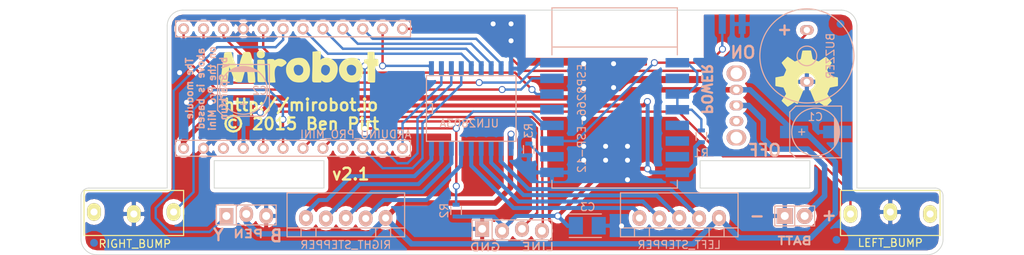
<source format=kicad_pcb>
(kicad_pcb (version 4) (host pcbnew "(2014-12-16 BZR 5324)-product")

  (general
    (links 59)
    (no_connects 0)
    (area 103.320999 100.8914 234.499001 137.3)
    (thickness 1.6)
    (drawings 37)
    (tracks 291)
    (zones 0)
    (modules 24)
    (nets 34)
  )

  (page A4)
  (layers
    (0 F.Cu signal)
    (31 B.Cu signal)
    (32 B.Adhes user)
    (33 F.Adhes user)
    (34 B.Paste user)
    (35 F.Paste user)
    (36 B.SilkS user)
    (37 F.SilkS user)
    (38 B.Mask user)
    (39 F.Mask user)
    (40 Dwgs.User user)
    (41 Cmts.User user)
    (42 Eco1.User user)
    (43 Eco2.User user)
    (44 Edge.Cuts user)
    (45 Margin user)
    (46 B.CrtYd user)
    (47 F.CrtYd user)
    (48 B.Fab user)
    (49 F.Fab user)
  )

  (setup
    (last_trace_width 0.3048)
    (trace_clearance 0.254)
    (zone_clearance 0.508)
    (zone_45_only no)
    (trace_min 0.254)
    (segment_width 0.2)
    (edge_width 0.1)
    (via_size 0.889)
    (via_drill 0.635)
    (via_min_size 0.889)
    (via_min_drill 0.508)
    (uvia_size 0.508)
    (uvia_drill 0.127)
    (uvias_allowed no)
    (uvia_min_size 0.508)
    (uvia_min_drill 0.127)
    (pcb_text_width 0.3)
    (pcb_text_size 1.5 1.5)
    (mod_edge_width 0.15)
    (mod_text_size 1 1)
    (mod_text_width 0.15)
    (pad_size 1 1)
    (pad_drill 0)
    (pad_to_mask_clearance 0)
    (aux_axis_origin 0 0)
    (visible_elements FFFFFF7F)
    (pcbplotparams
      (layerselection 0x010f4_80000001)
      (usegerberextensions true)
      (excludeedgelayer true)
      (linewidth 0.100000)
      (plotframeref false)
      (viasonmask false)
      (mode 1)
      (useauxorigin false)
      (hpglpennumber 1)
      (hpglpenspeed 20)
      (hpglpendiameter 15)
      (hpglpenoverlay 2)
      (psnegative false)
      (psa4output false)
      (plotreference true)
      (plotvalue true)
      (plotinvisibletext false)
      (padsonsilk false)
      (subtractmaskfromsilk false)
      (outputformat 1)
      (mirror false)
      (drillshape 0)
      (scaleselection 1)
      (outputdirectory output/))
  )

  (net 0 "")
  (net 1 "Net-(IC1-Pad1)")
  (net 2 "Net-(IC1-Pad2)")
  (net 3 "Net-(IC1-Pad3)")
  (net 4 GND)
  (net 5 "Net-(IC1-Pad6)")
  (net 6 "Net-(IC1-Pad7)")
  (net 7 "Net-(IC1-Pad8)")
  (net 8 "Net-(IC1-Pad9)")
  (net 9 "Net-(IC1-Pad10)")
  (net 10 "Net-(IC1-Pad11)")
  (net 11 "Net-(IC1-Pad12)")
  (net 12 "Net-(IC1-Pad13)")
  (net 13 "Net-(IC1-Pad14)")
  (net 14 "Net-(IC1-Pad15)")
  (net 15 "Net-(IC1-Pad17)")
  (net 16 "Net-(IC1-Pad18)")
  (net 17 "Net-(IC1-Pad19)")
  (net 18 "Net-(IC1-Pad20)")
  (net 19 +3V3)
  (net 20 VSS)
  (net 21 "Net-(P3-Pad1)")
  (net 22 "Net-(P3-Pad2)")
  (net 23 "Net-(P3-Pad3)")
  (net 24 "Net-(P3-Pad4)")
  (net 25 "Net-(P4-Pad1)")
  (net 26 "Net-(P4-Pad2)")
  (net 27 "Net-(P4-Pad3)")
  (net 28 "Net-(P4-Pad4)")
  (net 29 "Net-(BATT1-Pad2)")
  (net 30 "Net-(M1-Pad1)")
  (net 31 "Net-(M1-Pad10)")
  (net 32 "Net-(M1-Pad11)")
  (net 33 "Net-(IC1-Pad5)")

  (net_class Default "This is the default net class."
    (clearance 0.254)
    (trace_width 0.3048)
    (via_dia 0.889)
    (via_drill 0.635)
    (uvia_dia 0.508)
    (uvia_drill 0.127)
    (add_net GND)
    (add_net "Net-(IC1-Pad1)")
    (add_net "Net-(IC1-Pad10)")
    (add_net "Net-(IC1-Pad11)")
    (add_net "Net-(IC1-Pad12)")
    (add_net "Net-(IC1-Pad13)")
    (add_net "Net-(IC1-Pad14)")
    (add_net "Net-(IC1-Pad15)")
    (add_net "Net-(IC1-Pad17)")
    (add_net "Net-(IC1-Pad18)")
    (add_net "Net-(IC1-Pad19)")
    (add_net "Net-(IC1-Pad2)")
    (add_net "Net-(IC1-Pad20)")
    (add_net "Net-(IC1-Pad3)")
    (add_net "Net-(IC1-Pad5)")
    (add_net "Net-(IC1-Pad6)")
    (add_net "Net-(IC1-Pad7)")
    (add_net "Net-(IC1-Pad8)")
    (add_net "Net-(IC1-Pad9)")
    (add_net "Net-(M1-Pad1)")
    (add_net "Net-(M1-Pad10)")
    (add_net "Net-(M1-Pad11)")
  )

  (net_class "High Power" ""
    (clearance 0.254)
    (trace_width 0.7)
    (via_dia 0.889)
    (via_drill 0.635)
    (uvia_dia 0.508)
    (uvia_drill 0.127)
    (add_net "Net-(BATT1-Pad2)")
    (add_net VSS)
  )

  (net_class Power ""
    (clearance 0.254)
    (trace_width 0.508)
    (via_dia 0.889)
    (via_drill 0.635)
    (uvia_dia 0.508)
    (uvia_drill 0.127)
    (add_net +3V3)
    (add_net "Net-(P3-Pad1)")
    (add_net "Net-(P3-Pad2)")
    (add_net "Net-(P3-Pad3)")
    (add_net "Net-(P3-Pad4)")
    (add_net "Net-(P4-Pad1)")
    (add_net "Net-(P4-Pad2)")
    (add_net "Net-(P4-Pad3)")
    (add_net "Net-(P4-Pad4)")
  )

  (module Pin_Headers:Pin_Header_Straight_1x02 (layer B.Cu) (tedit 54EB3643) (tstamp 54E71FA4)
    (at 204.978 130.556)
    (descr "Through hole pin header")
    (tags "pin header")
    (path /54E21EEF)
    (fp_text reference BATT1 (at 0 2.286) (layer B.SilkS) hide
      (effects (font (size 1 1) (thickness 0.15)) (justify mirror))
    )
    (fp_text value BATT (at 0 0) (layer B.SilkS) hide
      (effects (font (size 1 1) (thickness 0.15)) (justify mirror))
    )
    (fp_line (start 0 1.27) (end 0 -1.27) (layer B.SilkS) (width 0.15))
    (fp_line (start -2.54 1.27) (end -2.54 -1.27) (layer B.SilkS) (width 0.15))
    (fp_line (start -2.54 -1.27) (end 0 -1.27) (layer B.SilkS) (width 0.15))
    (fp_line (start 0 -1.27) (end 2.54 -1.27) (layer B.SilkS) (width 0.15))
    (fp_line (start 2.54 -1.27) (end 2.54 1.27) (layer B.SilkS) (width 0.15))
    (fp_line (start 2.54 1.27) (end -2.54 1.27) (layer B.SilkS) (width 0.15))
    (pad 1 thru_hole rect (at -1.27 0) (size 2.032 2.032) (drill 1.016) (layers *.Cu *.Mask B.SilkS)
      (net 4 GND))
    (pad 2 thru_hole oval (at 1.27 0) (size 2.032 2.032) (drill 1.016) (layers *.Cu *.Mask B.SilkS)
      (net 29 "Net-(BATT1-Pad2)"))
    (model Pin_Headers/Pin_Header_Straight_1x02.wrl
      (at (xyz 0 0 0))
      (scale (xyz 1 1 1))
      (rotate (xyz 0 0 0))
    )
  )

  (module Mirobot:MIROBOT_LOGO (layer F.Cu) (tedit 54EB427F) (tstamp 55E81487)
    (at 141.732 111.506)
    (path /557952EE)
    (fp_text reference ART1 (at 0 3) (layer F.SilkS) hide
      (effects (font (thickness 0.3)))
    )
    (fp_text value MIROBOT-LOGO (at 0 -3) (layer F.SilkS) hide
      (effects (font (thickness 0.3)))
    )
    (fp_poly (pts (xy -5.636381 1.800858) (xy -5.636881 1.895635) (xy -5.638937 1.963823) (xy -5.642708 1.993541)
      (xy -5.642874 1.993739) (xy -5.673992 2.001417) (xy -5.744061 2.008752) (xy -5.841229 2.015281)
      (xy -5.953647 2.020537) (xy -6.069465 2.024057) (xy -6.176833 2.025374) (xy -6.2639 2.024025)
      (xy -6.315261 2.020123) (xy -6.360264 2.011378) (xy -6.396431 1.996514) (xy -6.425069 1.970157)
      (xy -6.447483 1.926932) (xy -6.464981 1.861466) (xy -6.478869 1.768385) (xy -6.490452 1.642315)
      (xy -6.501037 1.477881) (xy -6.511931 1.269711) (xy -6.515538 1.196228) (xy -6.522338 1.078933)
      (xy -6.530097 0.98018) (xy -6.537806 0.911115) (xy -6.543811 0.883643) (xy -6.554167 0.846266)
      (xy -6.564053 0.778103) (xy -6.567557 0.741514) (xy -6.577118 0.637125) (xy -6.588685 0.529188)
      (xy -6.591221 0.508) (xy -6.602736 0.413502) (xy -6.613627 0.322595) (xy -6.615725 0.3048)
      (xy -6.640176 0.10611) (xy -6.661465 -0.044063) (xy -6.680195 -0.147865) (xy -6.696967 -0.207441)
      (xy -6.712382 -0.224935) (xy -6.727041 -0.202491) (xy -6.741348 -0.143306) (xy -6.759253 -0.074174)
      (xy -6.789661 0.019529) (xy -6.81992 0.10165) (xy -6.858608 0.213305) (xy -6.892594 0.333385)
      (xy -6.908955 0.407249) (xy -6.928284 0.493888) (xy -6.959247 0.610833) (xy -6.996977 0.740343)
      (xy -7.023709 0.825589) (xy -7.069756 0.97471) (xy -7.118383 1.143613) (xy -7.161761 1.304709)
      (xy -7.177686 1.368144) (xy -7.212186 1.498228) (xy -7.251385 1.627699) (xy -7.289344 1.737639)
      (xy -7.308826 1.785844) (xy -7.37428 1.933389) (xy -7.730769 1.925544) (xy -8.087258 1.9177)
      (xy -8.19437 1.6764) (xy -8.254176 1.541451) (xy -8.30228 1.431832) (xy -8.342846 1.337281)
      (xy -8.380036 1.247537) (xy -8.418013 1.152336) (xy -8.46094 1.041417) (xy -8.51298 0.904518)
      (xy -8.578295 0.731376) (xy -8.585895 0.7112) (xy -8.636507 0.577485) (xy -8.693824 0.427023)
      (xy -8.746182 0.29043) (xy -8.750431 0.2794) (xy -8.791962 0.16973) (xy -8.829917 0.066164)
      (xy -8.85787 -0.013659) (xy -8.863868 -0.031984) (xy -8.88718 -0.089132) (xy -8.908607 -0.115626)
      (xy -8.913743 -0.115325) (xy -8.924089 -0.086262) (xy -8.935523 -0.018394) (xy -8.946256 0.076366)
      (xy -8.950984 0.132559) (xy -8.963659 0.27001) (xy -8.981182 0.419071) (xy -9.000137 0.551208)
      (xy -9.003524 0.5715) (xy -9.023706 0.699333) (xy -9.042701 0.837247) (xy -9.056086 0.9525)
      (xy -9.065894 1.04708) (xy -9.074722 1.12456) (xy -9.080666 1.168258) (xy -9.080692 1.1684)
      (xy -9.086418 1.21122) (xy -9.095026 1.288777) (xy -9.104768 1.385217) (xy -9.1059 1.397)
      (xy -9.116317 1.496991) (xy -9.126722 1.582234) (xy -9.135006 1.635589) (xy -9.135589 1.6383)
      (xy -9.144972 1.696152) (xy -9.153789 1.775596) (xy -9.155435 1.794951) (xy -9.164296 1.867447)
      (xy -9.17614 1.918612) (xy -9.179747 1.926592) (xy -9.215754 1.947144) (xy -9.291102 1.967406)
      (xy -9.394341 1.986063) (xy -9.514021 2.001801) (xy -9.638695 2.013306) (xy -9.756913 2.019261)
      (xy -9.857225 2.018354) (xy -9.9187 2.011444) (xy -9.98605 1.985434) (xy -10.020248 1.946493)
      (xy -10.020596 1.922192) (xy -10.013173 1.881941) (xy -10.003775 1.809101) (xy -9.996893 1.744127)
      (xy -9.987186 1.660873) (xy -9.976892 1.598826) (xy -9.970237 1.575991) (xy -9.960532 1.541249)
      (xy -9.948865 1.473487) (xy -9.941665 1.419364) (xy -9.930919 1.340186) (xy -9.920705 1.283189)
      (xy -9.915625 1.265929) (xy -9.908626 1.235174) (xy -9.896684 1.163006) (xy -9.881028 1.058436)
      (xy -9.862885 0.930475) (xy -9.843484 0.788133) (xy -9.824052 0.640421) (xy -9.805818 0.496351)
      (xy -9.790008 0.364933) (xy -9.777851 0.255178) (xy -9.77773 0.254) (xy -9.762416 0.108905)
      (xy -9.750171 0.00257) (xy -9.739396 -0.076831) (xy -9.72849 -0.141122) (xy -9.716263 -0.200274)
      (xy -9.699793 -0.287222) (xy -9.688577 -0.365374) (xy -9.680022 -0.431313) (xy -9.666176 -0.526087)
      (xy -9.651131 -0.6223) (xy -9.635559 -0.729605) (xy -9.623534 -0.832731) (xy -9.618117 -0.9017)
      (xy -9.610446 -0.974903) (xy -9.596801 -1.02826) (xy -9.593142 -1.03536) (xy -9.580645 -1.076471)
      (xy -9.569146 -1.150824) (xy -9.562351 -1.22586) (xy -9.554896 -1.320793) (xy -9.545985 -1.403095)
      (xy -9.53948 -1.444666) (xy -9.529381 -1.510899) (xy -9.521504 -1.59361) (xy -9.520811 -1.604479)
      (xy -9.509423 -1.675204) (xy -9.488672 -1.724402) (xy -9.483305 -1.730185) (xy -9.413398 -1.765441)
      (xy -9.302907 -1.793243) (xy -9.161709 -1.81197) (xy -8.999684 -1.820003) (xy -8.936171 -1.819936)
      (xy -8.675906 -1.8161) (xy -8.632713 -1.7018) (xy -8.599561 -1.606344) (xy -8.570175 -1.509334)
      (xy -8.563971 -1.4859) (xy -8.539845 -1.393791) (xy -8.511988 -1.292521) (xy -8.505577 -1.27)
      (xy -8.485597 -1.196488) (xy -8.473061 -1.142799) (xy -8.471145 -1.1303) (xy -8.457229 -1.086809)
      (xy -8.44993 -1.073555) (xy -8.432046 -1.032634) (xy -8.407355 -0.9615) (xy -8.390979 -0.908455)
      (xy -8.363004 -0.825976) (xy -8.334134 -0.760229) (xy -8.319401 -0.7366) (xy -8.292233 -0.684496)
      (xy -8.288008 -0.658115) (xy -8.286195 -0.638417) (xy -8.278442 -0.610144) (xy -8.262374 -0.56809)
      (xy -8.235613 -0.507044) (xy -8.195783 -0.421798) (xy -8.140509 -0.307144) (xy -8.067413 -0.157874)
      (xy -7.97412 0.031222) (xy -7.966317 0.047005) (xy -7.893802 0.193145) (xy -7.840315 0.298526)
      (xy -7.802531 0.368004) (xy -7.777125 0.406437) (xy -7.76077 0.418682) (xy -7.750139 0.409596)
      (xy -7.741909 0.384036) (xy -7.740216 0.377205) (xy -7.722869 0.312176) (xy -7.695726 0.217066)
      (xy -7.66407 0.110306) (xy -7.657577 0.0889) (xy -7.628613 -0.010052) (xy -7.594782 -0.13159)
      (xy -7.559069 -0.264262) (xy -7.524459 -0.396611) (xy -7.493936 -0.517183) (xy -7.470487 -0.614523)
      (xy -7.457096 -0.677175) (xy -7.455707 -0.6858) (xy -7.443121 -0.738582) (xy -7.416182 -0.828267)
      (xy -7.378396 -0.944201) (xy -7.333271 -1.075731) (xy -7.284312 -1.212203) (xy -7.267616 -1.2573)
      (xy -7.202888 -1.430133) (xy -7.153196 -1.561346) (xy -7.11607 -1.657008) (xy -7.089039 -1.723187)
      (xy -7.069633 -1.765952) (xy -7.055383 -1.791373) (xy -7.044924 -1.804437) (xy -7.00978 -1.815201)
      (xy -6.932656 -1.824559) (xy -6.822369 -1.831753) (xy -6.687733 -1.836027) (xy -6.674327 -1.836249)
      (xy -6.523184 -1.838634) (xy -6.412213 -1.836128) (xy -6.332872 -1.822211) (xy -6.276617 -1.790363)
      (xy -6.234904 -1.734065) (xy -6.199189 -1.646797) (xy -6.160929 -1.522039) (xy -6.132007 -1.4224)
      (xy -6.106991 -1.338698) (xy -6.085913 -1.271475) (xy -6.076737 -1.2446) (xy -6.063277 -1.189572)
      (xy -6.057139 -1.143) (xy -6.036447 -0.975427) (xy -6.000568 -0.780348) (xy -5.967547 -0.635)
      (xy -5.942434 -0.5294) (xy -5.920489 -0.431263) (xy -5.906226 -0.36083) (xy -5.90568 -0.357738)
      (xy -5.893089 -0.295252) (xy -5.882374 -0.257862) (xy -5.881475 -0.256138) (xy -5.873626 -0.224567)
      (xy -5.863065 -0.158972) (xy -5.855536 -0.1016) (xy -5.838212 0.03231) (xy -5.820106 0.155434)
      (xy -5.802953 0.257296) (xy -5.78849 0.32742) (xy -5.780123 0.353462) (xy -5.771997 0.38529)
      (xy -5.76108 0.450084) (xy -5.754775 0.4953) (xy -5.741343 0.593161) (xy -5.724317 0.709829)
      (xy -5.712905 0.784525) (xy -5.696489 0.904696) (xy -5.681713 1.038327) (xy -5.675016 1.114725)
      (xy -5.666837 1.211892) (xy -5.658074 1.296479) (xy -5.651612 1.343869) (xy -5.646733 1.393418)
      (xy -5.642611 1.47577) (xy -5.639405 1.579046) (xy -5.637275 1.691368) (xy -5.636381 1.800858)
      (xy -5.636381 1.800858)) (layer F.SilkS) (width 0.1))
    (fp_poly (pts (xy -1.640821 -0.486398) (xy -1.643724 -0.464925) (xy -1.668128 -0.435774) (xy -1.724535 -0.382794)
      (xy -1.804792 -0.313269) (xy -1.900743 -0.234482) (xy -1.910371 -0.226786) (xy -2.032729 -0.132161)
      (xy -2.127866 -0.068979) (xy -2.20627 -0.034639) (xy -2.278427 -0.026543) (xy -2.354825 -0.04209)
      (xy -2.445949 -0.078682) (xy -2.467628 -0.088652) (xy -2.561784 -0.124411) (xy -2.655734 -0.147457)
      (xy -2.702652 -0.152152) (xy -2.767009 -0.146235) (xy -2.819812 -0.121657) (xy -2.878949 -0.068752)
      (xy -2.901957 -0.04445) (xy -2.993684 0.069273) (xy -3.062424 0.191966) (xy -3.110682 0.332384)
      (xy -3.140967 0.499281) (xy -3.155785 0.701413) (xy -3.158307 0.8509) (xy -3.155935 0.950148)
      (xy -3.149479 1.074055) (xy -3.140169 1.206395) (xy -3.129234 1.330946) (xy -3.117904 1.431482)
      (xy -3.110916 1.476234) (xy -3.103547 1.528416) (xy -3.094295 1.612943) (xy -3.085169 1.71145)
      (xy -3.076163 1.805809) (xy -3.067003 1.882048) (xy -3.059615 1.924229) (xy -3.059374 1.925011)
      (xy -3.068202 1.961059) (xy -3.080179 1.968388) (xy -3.117861 1.973252) (xy -3.194863 1.977998)
      (xy -3.299705 1.982359) (xy -3.420907 1.98607) (xy -3.54699 1.988863) (xy -3.666473 1.990473)
      (xy -3.767876 1.990633) (xy -3.83972 1.989077) (xy -3.86715 1.986653) (xy -3.884964 1.981691)
      (xy -3.897992 1.970464) (xy -3.907138 1.945761) (xy -3.913305 1.900372) (xy -3.917393 1.827085)
      (xy -3.920306 1.718688) (xy -3.922946 1.567972) (xy -3.923447 1.5367) (xy -3.926833 1.354433)
      (xy -3.931348 1.155237) (xy -3.936746 0.946615) (xy -3.942781 0.736072) (xy -3.949207 0.531112)
      (xy -3.955778 0.339239) (xy -3.962247 0.167957) (xy -3.96837 0.02477) (xy -3.973899 -0.082817)
      (xy -3.978588 -0.1473) (xy -3.978689 -0.148255) (xy -3.986658 -0.242371) (xy -3.994081 -0.362374)
      (xy -3.999431 -0.483363) (xy -3.999687 -0.491155) (xy -4.003515 -0.590705) (xy -4.007819 -0.671132)
      (xy -4.011816 -0.718516) (xy -4.012757 -0.7239) (xy -4.016584 -0.766708) (xy -4.016208 -0.818424)
      (xy -4.003897 -0.863613) (xy -3.967582 -0.895864) (xy -3.901387 -0.916613) (xy -3.799435 -0.927293)
      (xy -3.655852 -0.929337) (xy -3.5687 -0.927627) (xy -3.423121 -0.92244) (xy -3.321134 -0.91451)
      (xy -3.255533 -0.901508) (xy -3.219112 -0.881108) (xy -3.204665 -0.850982) (xy -3.204847 -0.810113)
      (xy -3.204785 -0.758738) (xy -3.194258 -0.738428) (xy -3.16402 -0.74846) (xy -3.100019 -0.774573)
      (xy -3.014661 -0.811654) (xy -2.991396 -0.822057) (xy -2.859588 -0.880801) (xy -2.761735 -0.921491)
      (xy -2.685542 -0.947081) (xy -2.618712 -0.96053) (xy -2.54895 -0.964794) (xy -2.463959 -0.962828)
      (xy -2.415219 -0.960591) (xy -2.29342 -0.952117) (xy -2.200666 -0.936805) (xy -2.115224 -0.909225)
      (xy -2.015358 -0.863949) (xy -2.002005 -0.857381) (xy -1.906249 -0.806227) (xy -1.822539 -0.75472)
      (xy -1.766468 -0.712597) (xy -1.76012 -0.706345) (xy -1.699899 -0.629345) (xy -1.657716 -0.551015)
      (xy -1.640821 -0.486398) (xy -1.640821 -0.486398)) (layer F.SilkS) (width 0.1))
    (fp_poly (pts (xy 1.353974 0.4191) (xy 1.351266 0.507491) (xy 1.344257 0.624023) (xy 1.334377 0.75119)
      (xy 1.323057 0.871491) (xy 1.311725 0.967421) (xy 1.306428 1.00118) (xy 1.251249 1.188725)
      (xy 1.158125 1.379123) (xy 1.036379 1.556626) (xy 0.895337 1.705481) (xy 0.883367 1.715792)
      (xy 0.797788 1.774999) (xy 0.682559 1.83757) (xy 0.586317 1.881004) (xy 0.586317 0.406245)
      (xy 0.569962 0.226493) (xy 0.51534 0.074375) (xy 0.419036 -0.055582) (xy 0.277639 -0.168853)
      (xy 0.19848 -0.215789) (xy 0.061393 -0.26773) (xy -0.091149 -0.287967) (xy -0.246887 -0.278391)
      (xy -0.393563 -0.240891) (xy -0.518917 -0.177359) (xy -0.6096 -0.091196) (xy -0.678583 0.037946)
      (xy -0.72195 0.189982) (xy -0.733033 0.3302) (xy -0.716977 0.464225) (xy -0.681502 0.608918)
      (xy -0.631883 0.749896) (xy -0.573392 0.872778) (xy -0.511304 0.963181) (xy -0.494767 0.980011)
      (xy -0.340596 1.092041) (xy -0.177275 1.154119) (xy -0.004877 1.166224) (xy 0.132708 1.141841)
      (xy 0.268744 1.079782) (xy 0.391671 0.978675) (xy 0.491132 0.850193) (xy 0.556771 0.706015)
      (xy 0.57103 0.6477) (xy 0.578665 0.58134) (xy 0.584267 0.48709) (xy 0.586317 0.406245)
      (xy 0.586317 1.881004) (xy 0.557208 1.894141) (xy 0.441266 1.935351) (xy 0.4064 1.944441)
      (xy 0.326517 1.955537) (xy 0.212164 1.962779) (xy 0.079539 1.965995) (xy -0.055163 1.965017)
      (xy -0.175744 1.959674) (xy -0.256222 1.951394) (xy -0.393627 1.929554) (xy -0.495444 1.910475)
      (xy -0.576477 1.890499) (xy -0.651532 1.865971) (xy -0.735414 1.833234) (xy -0.7366 1.83275)
      (xy -0.858748 1.766544) (xy -0.993594 1.666786) (xy -1.129581 1.544559) (xy -1.255152 1.410946)
      (xy -1.358751 1.277031) (xy -1.41607 1.1811) (xy -1.500476 0.993547) (xy -1.561123 0.817354)
      (xy -1.591334 0.679878) (xy -1.60186 0.575096) (xy -1.608055 0.451954) (xy -1.609861 0.325461)
      (xy -1.607217 0.210629) (xy -1.600064 0.12247) (xy -1.593664 0.0889) (xy -1.57341 0.012449)
      (xy -1.559682 -0.046923) (xy -1.513659 -0.184947) (xy -1.433973 -0.333515) (xy -1.328753 -0.483525)
      (xy -1.206126 -0.625877) (xy -1.074224 -0.751468) (xy -0.941173 -0.851197) (xy -0.815103 -0.915963)
      (xy -0.771603 -0.929302) (xy -0.708788 -0.949313) (xy -0.67014 -0.969) (xy -0.615024 -0.99436)
      (xy -0.52116 -1.019528) (xy -0.400573 -1.042642) (xy -0.265287 -1.061838) (xy -0.127327 -1.075255)
      (xy 0.001283 -1.081027) (xy 0.0508 -1.080693) (xy 0.20423 -1.07462) (xy 0.321687 -1.063844)
      (xy 0.417968 -1.04535) (xy 0.50787 -1.016124) (xy 0.606191 -0.97315) (xy 0.626661 -0.963367)
      (xy 0.796819 -0.854696) (xy 0.951377 -0.703988) (xy 1.086442 -0.518639) (xy 1.198125 -0.306045)
      (xy 1.282535 -0.073601) (xy 1.33578 0.171298) (xy 1.353974 0.4191) (xy 1.353974 0.4191)) (layer F.SilkS) (width 0.1))
    (fp_poly (pts (xy 4.890298 0.239438) (xy 4.888661 0.3175) (xy 4.88159 0.454706) (xy 4.872068 0.560063)
      (xy 4.857006 0.652517) (xy 4.833313 0.751014) (xy 4.797899 0.874502) (xy 4.79769 0.875206)
      (xy 4.711346 1.115036) (xy 4.602498 1.320272) (xy 4.462823 1.505102) (xy 4.37175 1.601321)
      (xy 4.200422 1.753041) (xy 4.033873 1.860763) (xy 3.998283 1.87482) (xy 3.998283 0.369457)
      (xy 3.993635 0.25742) (xy 3.978367 0.164457) (xy 3.953148 0.105531) (xy 3.951221 0.10328)
      (xy 3.919811 0.058454) (xy 3.9116 0.0337) (xy 3.890273 -0.014432) (xy 3.832484 -0.076154)
      (xy 3.747521 -0.142975) (xy 3.655546 -0.200426) (xy 3.501866 -0.262362) (xy 3.344358 -0.283505)
      (xy 3.193121 -0.264888) (xy 3.058257 -0.207544) (xy 2.964669 -0.12982) (xy 2.859603 0.023652)
      (xy 2.790717 0.209245) (xy 2.759834 0.421658) (xy 2.758339 0.4699) (xy 2.768943 0.640838)
      (xy 2.809082 0.780455) (xy 2.884412 0.898474) (xy 3.000586 1.004619) (xy 3.11262 1.079103)
      (xy 3.258956 1.147631) (xy 3.394762 1.168612) (xy 3.525941 1.14257) (xy 3.576394 1.120153)
      (xy 3.716136 1.022212) (xy 3.836109 0.885377) (xy 3.928452 0.720137) (xy 3.973041 0.590905)
      (xy 3.991642 0.485607) (xy 3.998283 0.369457) (xy 3.998283 1.87482) (xy 3.861426 1.928879)
      (xy 3.672405 1.961782) (xy 3.487302 1.965225) (xy 3.364924 1.95714) (xy 3.271404 1.939944)
      (xy 3.184962 1.908606) (xy 3.131702 1.883093) (xy 3.042974 1.832641) (xy 2.964435 1.778634)
      (xy 2.922922 1.742445) (xy 2.865914 1.690542) (xy 2.828599 1.682486) (xy 2.807003 1.720384)
      (xy 2.797152 1.806341) (xy 2.797021 1.809151) (xy 2.791252 1.886545) (xy 2.783051 1.94068)
      (xy 2.77767 1.955201) (xy 2.746871 1.961461) (xy 2.675419 1.966068) (xy 2.573431 1.969063)
      (xy 2.451026 1.970489) (xy 2.318321 1.970391) (xy 2.185435 1.96881) (xy 2.062486 1.965791)
      (xy 1.959591 1.961375) (xy 1.886869 1.955606) (xy 1.861136 1.951305) (xy 1.794713 1.91947)
      (xy 1.74943 1.873674) (xy 1.749214 1.873273) (xy 1.736029 1.820669) (xy 1.726585 1.722414)
      (xy 1.720917 1.583521) (xy 1.719063 1.409003) (xy 1.72106 1.203874) (xy 1.726943 0.973147)
      (xy 1.73675 0.721835) (xy 1.740241 0.6477) (xy 1.745368 0.516336) (xy 1.750154 0.343194)
      (xy 1.754455 0.137296) (xy 1.758127 -0.092339) (xy 1.761026 -0.336689) (xy 1.763008 -0.586733)
      (xy 1.763931 -0.833449) (xy 1.763937 -0.8382) (xy 1.7653 -1.8669) (xy 1.9431 -1.883626)
      (xy 2.048246 -1.89472) (xy 2.146326 -1.907084) (xy 2.2098 -1.916964) (xy 2.302327 -1.928878)
      (xy 2.409185 -1.934627) (xy 2.516537 -1.934491) (xy 2.610547 -1.928747) (xy 2.677377 -1.917676)
      (xy 2.700414 -1.907071) (xy 2.718476 -1.861946) (xy 2.72999 -1.775849) (xy 2.735358 -1.65813)
      (xy 2.734984 -1.518142) (xy 2.72927 -1.365233) (xy 2.718617 -1.208755) (xy 2.70343 -1.058059)
      (xy 2.684109 -0.922494) (xy 2.661057 -0.811412) (xy 2.651862 -0.779021) (xy 2.652403 -0.758767)
      (xy 2.678805 -0.770926) (xy 2.734613 -0.817588) (xy 2.765632 -0.846071) (xy 2.863441 -0.929443)
      (xy 2.957805 -0.988989) (xy 3.065464 -1.032845) (xy 3.203161 -1.069145) (xy 3.241929 -1.077508)
      (xy 3.485689 -1.103193) (xy 3.729527 -1.079527) (xy 3.968953 -1.007753) (xy 4.199474 -0.889116)
      (xy 4.36961 -0.765344) (xy 4.564082 -0.583278) (xy 4.710595 -0.397592) (xy 4.81194 -0.202461)
      (xy 4.87091 0.00794) (xy 4.890298 0.239438) (xy 4.890298 0.239438)) (layer F.SilkS) (width 0.1))
    (fp_poly (pts (xy 8.111663 0.423652) (xy 8.10553 0.640858) (xy 8.08569 0.854227) (xy 8.052981 1.046433)
      (xy 8.026195 1.148693) (xy 7.933297 1.36358) (xy 7.79893 1.555839) (xy 7.629778 1.719025)
      (xy 7.432528 1.846687) (xy 7.34532 1.880862) (xy 7.34532 0.4445) (xy 7.335664 0.254518)
      (xy 7.288092 0.095898) (xy 7.201311 -0.035207) (xy 7.174656 -0.06286) (xy 7.015597 -0.186009)
      (xy 6.842674 -0.262324) (xy 6.660511 -0.290556) (xy 6.473729 -0.269455) (xy 6.441854 -0.260873)
      (xy 6.306604 -0.211842) (xy 6.209559 -0.150191) (xy 6.138158 -0.065059) (xy 6.081283 0.0508)
      (xy 6.040903 0.178347) (xy 6.026444 0.305115) (xy 6.038309 0.443849) (xy 6.076898 0.607295)
      (xy 6.101326 0.686856) (xy 6.168806 0.848161) (xy 6.25883 0.972003) (xy 6.380832 1.069997)
      (xy 6.440362 1.104381) (xy 6.587077 1.155231) (xy 6.748901 1.164991) (xy 6.910779 1.133444)
      (xy 6.966187 1.111925) (xy 7.106431 1.030704) (xy 7.21148 0.925352) (xy 7.284442 0.790401)
      (xy 7.32842 0.620386) (xy 7.34532 0.4445) (xy 7.34532 1.880862) (xy 7.213864 1.932379)
      (xy 7.2136 1.932452) (xy 7.133291 1.946904) (xy 7.018226 1.958096) (xy 6.884383 1.965326)
      (xy 6.747742 1.967896) (xy 6.624281 1.965103) (xy 6.5659 1.960841) (xy 6.301374 1.918475)
      (xy 6.07173 1.846054) (xy 5.86832 1.739709) (xy 5.682496 1.595572) (xy 5.624015 1.539513)
      (xy 5.482417 1.384777) (xy 5.37509 1.235328) (xy 5.290795 1.073883) (xy 5.242534 0.952962)
      (xy 5.184979 0.745886) (xy 5.153153 0.522042) (xy 5.147651 0.297118) (xy 5.169067 0.086804)
      (xy 5.204372 -0.055605) (xy 5.291879 -0.263036) (xy 5.409362 -0.458724) (xy 5.548725 -0.632191)
      (xy 5.701872 -0.772962) (xy 5.817415 -0.848893) (xy 5.944679 -0.908236) (xy 6.102069 -0.967034)
      (xy 6.269285 -1.018592) (xy 6.426026 -1.056215) (xy 6.470082 -1.064126) (xy 6.570103 -1.074727)
      (xy 6.695343 -1.080209) (xy 6.829686 -1.080719) (xy 6.957014 -1.0764) (xy 7.061208 -1.0674)
      (xy 7.112 -1.058327) (xy 7.184496 -1.040763) (xy 7.229369 -1.031001) (xy 7.377515 -0.977505)
      (xy 7.525564 -0.880455) (xy 7.668026 -0.746811) (xy 7.799414 -0.583532) (xy 7.91424 -0.397577)
      (xy 8.007017 -0.195907) (xy 8.072256 0.01452) (xy 8.079459 0.047034) (xy 8.103252 0.219935)
      (xy 8.111663 0.423652) (xy 8.111663 0.423652)) (layer F.SilkS) (width 0.1))
    (fp_poly (pts (xy 10.085749 -0.15805) (xy 10.004784 -0.129825) (xy 9.927724 -0.1122) (xy 9.833215 -0.10235)
      (xy 9.80357 -0.1016) (xy 9.729946 -0.098933) (xy 9.692061 -0.085726) (xy 9.674931 -0.054175)
      (xy 9.670025 -0.032046) (xy 9.665739 0.020966) (xy 9.664326 0.11127) (xy 9.665811 0.225438)
      (xy 9.669317 0.329904) (xy 9.674311 0.479471) (xy 9.677584 0.649837) (xy 9.679239 0.833912)
      (xy 9.679379 1.024606) (xy 9.678106 1.214831) (xy 9.675524 1.397496) (xy 9.671736 1.565512)
      (xy 9.666844 1.71179) (xy 9.660951 1.829241) (xy 9.65416 1.910774) (xy 9.646575 1.949301)
      (xy 9.645787 1.950502) (xy 9.618405 1.964867) (xy 9.56049 1.974016) (xy 9.465853 1.978423)
      (xy 9.328302 1.978561) (xy 9.286066 1.977977) (xy 9.15436 1.974843) (xy 9.035138 1.97014)
      (xy 8.940759 1.964478) (xy 8.88358 1.958472) (xy 8.880375 1.957874) (xy 8.807251 1.9431)
      (xy 8.79747 1.1938) (xy 8.794594 0.992679) (xy 8.791352 0.798402) (xy 8.78792 0.619538)
      (xy 8.784478 0.464653) (xy 8.781203 0.342315) (xy 8.778274 0.261093) (xy 8.777928 0.254)
      (xy 8.772661 0.145072) (xy 8.768228 0.042468) (xy 8.765586 -0.031635) (xy 8.765583 -0.03175)
      (xy 8.763 -0.127) (xy 8.575217 -0.127) (xy 8.472365 -0.129487) (xy 8.410272 -0.138225)
      (xy 8.379084 -0.155131) (xy 8.372291 -0.166465) (xy 8.363392 -0.212169) (xy 8.355354 -0.293344)
      (xy 8.348582 -0.397952) (xy 8.343482 -0.513955) (xy 8.340459 -0.629315) (xy 8.339921 -0.731994)
      (xy 8.342273 -0.809955) (xy 8.347921 -0.851159) (xy 8.349118 -0.853482) (xy 8.382175 -0.868752)
      (xy 8.452775 -0.88518) (xy 8.547815 -0.899946) (xy 8.5852 -0.904282) (xy 8.8011 -0.9271)
      (xy 8.797736 -1.0668) (xy 8.795574 -1.151135) (xy 8.792388 -1.268715) (xy 8.78866 -1.402005)
      (xy 8.785888 -1.4986) (xy 8.783824 -1.616698) (xy 8.784634 -1.716586) (xy 8.78806 -1.787055)
      (xy 8.79319 -1.8161) (xy 8.824766 -1.828062) (xy 8.895835 -1.837731) (xy 8.995256 -1.844951)
      (xy 9.11189 -1.849566) (xy 9.234595 -1.85142) (xy 9.35223 -1.850356) (xy 9.453654 -1.846218)
      (xy 9.527726 -1.83885) (xy 9.563305 -1.828096) (xy 9.564267 -1.826912) (xy 9.571338 -1.79217)
      (xy 9.57873 -1.715669) (xy 9.585832 -1.606441) (xy 9.592032 -1.473519) (xy 9.595789 -1.361334)
      (xy 9.601418 -1.210519) (xy 9.608943 -1.082503) (xy 9.617727 -0.984935) (xy 9.627131 -0.925466)
      (xy 9.633371 -0.910799) (xy 9.6749 -0.904689) (xy 9.725251 -0.912485) (xy 9.791056 -0.922984)
      (xy 9.874444 -0.927055) (xy 9.957498 -0.925008) (xy 10.022303 -0.917155) (xy 10.048991 -0.906875)
      (xy 10.055877 -0.876472) (xy 10.062889 -0.804818) (xy 10.069352 -0.701455) (xy 10.07459 -0.575928)
      (xy 10.076136 -0.523696) (xy 10.085749 -0.15805) (xy 10.085749 -0.15805)) (layer F.SilkS) (width 0.1))
    (fp_poly (pts (xy -4.320943 1.674691) (xy -4.321441 1.774681) (xy -4.325087 1.842207) (xy -4.332078 1.883359)
      (xy -4.342614 1.904229) (xy -4.346697 1.907574) (xy -4.383115 1.915195) (xy -4.460694 1.921725)
      (xy -4.569798 1.926666) (xy -4.700792 1.929516) (xy -4.77844 1.930011) (xy -4.93579 1.929269)
      (xy -5.049594 1.926273) (xy -5.127083 1.920393) (xy -5.175485 1.911005) (xy -5.20203 1.89748)
      (xy -5.206506 1.892895) (xy -5.217408 1.87703) (xy -5.226442 1.854802) (xy -5.233944 1.821077)
      (xy -5.240248 1.77072) (xy -5.245686 1.698595) (xy -5.250595 1.59957) (xy -5.255307 1.468509)
      (xy -5.260158 1.300278) (xy -5.265481 1.089743) (xy -5.269369 0.9271) (xy -5.275419 0.646323)
      (xy -5.280106 0.377029) (xy -5.283426 0.123826) (xy -5.285374 -0.108675) (xy -5.285946 -0.315865)
      (xy -5.285136 -0.493135) (xy -5.282939 -0.635875) (xy -5.279351 -0.739477) (xy -5.274367 -0.799329)
      (xy -5.271186 -0.811692) (xy -5.241217 -0.821076) (xy -5.171283 -0.82849) (xy -5.072147 -0.833874)
      (xy -4.954574 -0.83717) (xy -4.82933 -0.838319) (xy -4.707178 -0.837263) (xy -4.598884 -0.833942)
      (xy -4.515212 -0.828298) (xy -4.466927 -0.820273) (xy -4.459749 -0.816115) (xy -4.446477 -0.769185)
      (xy -4.43391 -0.673834) (xy -4.42227 -0.532438) (xy -4.411776 -0.347375) (xy -4.407631 -0.254)
      (xy -4.399104 -0.061002) (xy -4.389317 0.13794) (xy -4.378968 0.330159) (xy -4.368752 0.502988)
      (xy -4.359367 0.643761) (xy -4.355385 0.695944) (xy -4.35151 0.759309) (xy -4.346587 0.863535)
      (xy -4.341018 0.998703) (xy -4.33521 1.154895) (xy -4.329566 1.322191) (xy -4.328591 1.352958)
      (xy -4.323392 1.536147) (xy -4.320943 1.674691) (xy -4.320943 1.674691)) (layer F.SilkS) (width 0.1))
    (fp_poly (pts (xy -4.404164 -1.550997) (xy -4.40527 -1.504308) (xy -4.425183 -1.380086) (xy -4.477452 -1.282209)
      (xy -4.57024 -1.196879) (xy -4.598809 -1.177153) (xy -4.729943 -1.116386) (xy -4.870856 -1.103024)
      (xy -5.026208 -1.136762) (xy -5.0546 -1.147242) (xy -5.167625 -1.200004) (xy -5.246296 -1.262189)
      (xy -5.297773 -1.344492) (xy -5.329216 -1.457613) (xy -5.345115 -1.581346) (xy -5.332708 -1.696148)
      (xy -5.280602 -1.81516) (xy -5.196247 -1.923681) (xy -5.151201 -1.964027) (xy -5.037684 -2.02378)
      (xy -4.909066 -2.0399) (xy -4.773762 -2.013778) (xy -4.64019 -1.946809) (xy -4.537998 -1.862531)
      (xy -4.459135 -1.767857) (xy -4.416839 -1.67026) (xy -4.404164 -1.550997) (xy -4.404164 -1.550997)) (layer F.SilkS) (width 0.1))
  )

  (module Mirobot:OSHW_LOGO (layer F.Cu) (tedit 0) (tstamp 55E9515E)
    (at 206.502 113.03)
    (path /557952A4)
    (fp_text reference ART2 (at 0 4.2418) (layer F.SilkS) hide
      (effects (font (size 0.36322 0.36322) (thickness 0.07112)))
    )
    (fp_text value OSHW-LOGO (at 0 -4.2418) (layer F.SilkS) hide
      (effects (font (size 0.36322 0.36322) (thickness 0.07112)))
    )
    (fp_poly (pts (xy -2.42316 3.59156) (xy -2.38252 3.57124) (xy -2.28854 3.51282) (xy -2.15392 3.42392)
      (xy -1.99644 3.31978) (xy -1.83896 3.21056) (xy -1.70942 3.1242) (xy -1.61798 3.06578)
      (xy -1.57988 3.04546) (xy -1.55956 3.05054) (xy -1.48336 3.08864) (xy -1.37414 3.14452)
      (xy -1.31064 3.17754) (xy -1.21158 3.22072) (xy -1.16078 3.23088) (xy -1.15316 3.21564)
      (xy -1.11506 3.13944) (xy -1.05918 3.00736) (xy -0.98298 2.83464) (xy -0.89662 2.63144)
      (xy -0.80264 2.413) (xy -0.7112 2.18948) (xy -0.6223 1.97612) (xy -0.54356 1.78562)
      (xy -0.48006 1.63068) (xy -0.43942 1.52146) (xy -0.42418 1.47574) (xy -0.42926 1.46558)
      (xy -0.48006 1.41732) (xy -0.56642 1.35128) (xy -0.75692 1.19634) (xy -0.94234 0.96266)
      (xy -1.05664 0.6985) (xy -1.09474 0.40386) (xy -1.06172 0.13208) (xy -0.95504 -0.12954)
      (xy -0.77216 -0.36576) (xy -0.55118 -0.54102) (xy -0.2921 -0.65278) (xy 0 -0.68834)
      (xy 0.2794 -0.65786) (xy 0.5461 -0.55118) (xy 0.78232 -0.37084) (xy 0.88138 -0.25654)
      (xy 1.01854 -0.01778) (xy 1.09728 0.23876) (xy 1.1049 0.30226) (xy 1.09474 0.5842)
      (xy 1.01092 0.85344) (xy 0.8636 1.09474) (xy 0.65786 1.29032) (xy 0.62992 1.31064)
      (xy 0.53594 1.38176) (xy 0.47244 1.43002) (xy 0.42164 1.47066) (xy 0.77978 2.33172)
      (xy 0.83566 2.46888) (xy 0.93472 2.7051) (xy 1.02108 2.9083) (xy 1.08966 3.06832)
      (xy 1.13792 3.17754) (xy 1.15824 3.22072) (xy 1.16078 3.22326) (xy 1.19126 3.22834)
      (xy 1.2573 3.20294) (xy 1.37668 3.14452) (xy 1.45796 3.10388) (xy 1.5494 3.0607)
      (xy 1.59004 3.04546) (xy 1.6256 3.06324) (xy 1.71196 3.12166) (xy 1.8415 3.20548)
      (xy 1.9939 3.30962) (xy 2.14122 3.41122) (xy 2.27584 3.50012) (xy 2.3749 3.56108)
      (xy 2.42316 3.58902) (xy 2.43078 3.58902) (xy 2.47142 3.56362) (xy 2.55016 3.50012)
      (xy 2.667 3.38836) (xy 2.8321 3.2258) (xy 2.8575 3.2004) (xy 2.99466 3.0607)
      (xy 3.10642 2.94386) (xy 3.18008 2.86258) (xy 3.20548 2.82448) (xy 3.20548 2.82448)
      (xy 3.18262 2.77622) (xy 3.11912 2.6797) (xy 3.03022 2.54254) (xy 2.921 2.38252)
      (xy 2.63652 1.9685) (xy 2.794 1.57734) (xy 2.84226 1.45796) (xy 2.90322 1.31318)
      (xy 2.9464 1.20904) (xy 2.9718 1.16332) (xy 3.01244 1.14808) (xy 3.12166 1.12268)
      (xy 3.2766 1.08966) (xy 3.45948 1.05664) (xy 3.63728 1.02362) (xy 3.7973 0.99314)
      (xy 3.9116 0.97028) (xy 3.9624 0.96012) (xy 3.9751 0.9525) (xy 3.98526 0.9271)
      (xy 3.99288 0.87376) (xy 3.99542 0.77724) (xy 3.99796 0.62484) (xy 3.99796 0.40386)
      (xy 3.99796 0.381) (xy 3.99542 0.17018) (xy 3.99288 0.00254) (xy 3.9878 -0.10668)
      (xy 3.98018 -0.14986) (xy 3.98018 -0.14986) (xy 3.92938 -0.16256) (xy 3.81762 -0.18542)
      (xy 3.6576 -0.21844) (xy 3.4671 -0.254) (xy 3.45694 -0.25654) (xy 3.26644 -0.2921)
      (xy 3.10896 -0.32512) (xy 2.9972 -0.35052) (xy 2.95148 -0.36576) (xy 2.94132 -0.37846)
      (xy 2.90322 -0.45212) (xy 2.84734 -0.56896) (xy 2.78638 -0.71374) (xy 2.72288 -0.86106)
      (xy 2.66954 -0.99568) (xy 2.63398 -1.09474) (xy 2.62382 -1.14046) (xy 2.62382 -1.14046)
      (xy 2.65176 -1.18618) (xy 2.7178 -1.28524) (xy 2.80924 -1.41986) (xy 2.921 -1.58242)
      (xy 2.92862 -1.59512) (xy 3.03784 -1.75514) (xy 3.12674 -1.88976) (xy 3.18516 -1.98628)
      (xy 3.20548 -2.02946) (xy 3.20548 -2.032) (xy 3.16992 -2.08026) (xy 3.08864 -2.16916)
      (xy 2.9718 -2.29108) (xy 2.8321 -2.43332) (xy 2.78638 -2.4765) (xy 2.63144 -2.6289)
      (xy 2.52476 -2.72796) (xy 2.45618 -2.7813) (xy 2.42316 -2.794) (xy 2.42316 -2.79146)
      (xy 2.3749 -2.76352) (xy 2.2733 -2.69748) (xy 2.13614 -2.6035) (xy 1.97358 -2.49428)
      (xy 1.96342 -2.48666) (xy 1.8034 -2.37744) (xy 1.67132 -2.28854) (xy 1.5748 -2.22504)
      (xy 1.53416 -2.19964) (xy 1.52654 -2.19964) (xy 1.46304 -2.21996) (xy 1.34874 -2.25806)
      (xy 1.20904 -2.31394) (xy 1.06172 -2.37236) (xy 0.9271 -2.42824) (xy 0.8255 -2.4765)
      (xy 0.77724 -2.5019) (xy 0.77724 -2.50444) (xy 0.75946 -2.56286) (xy 0.73152 -2.68224)
      (xy 0.6985 -2.84734) (xy 0.6604 -3.04292) (xy 0.65532 -3.0734) (xy 0.61976 -3.2639)
      (xy 0.58928 -3.42138) (xy 0.56642 -3.5306) (xy 0.55372 -3.57632) (xy 0.52832 -3.5814)
      (xy 0.43434 -3.58902) (xy 0.2921 -3.59156) (xy 0.11938 -3.5941) (xy -0.06096 -3.59156)
      (xy -0.23622 -3.58902) (xy -0.38862 -3.58394) (xy -0.4953 -3.57632) (xy -0.54102 -3.56616)
      (xy -0.54356 -3.56362) (xy -0.5588 -3.5052) (xy -0.5842 -3.38582) (xy -0.61976 -3.22072)
      (xy -0.65786 -3.0226) (xy -0.66294 -2.98958) (xy -0.6985 -2.79908) (xy -0.73152 -2.64414)
      (xy -0.75438 -2.53492) (xy -0.76708 -2.49428) (xy -0.78232 -2.48412) (xy -0.86106 -2.4511)
      (xy -0.98806 -2.39776) (xy -1.14808 -2.33426) (xy -1.51384 -2.1844) (xy -1.96088 -2.49428)
      (xy -2.00406 -2.52222) (xy -2.16408 -2.63144) (xy -2.2987 -2.72034) (xy -2.39014 -2.77876)
      (xy -2.42824 -2.80162) (xy -2.43078 -2.79908) (xy -2.4765 -2.76098) (xy -2.5654 -2.67716)
      (xy -2.68732 -2.55778) (xy -2.82702 -2.41808) (xy -2.93116 -2.31394) (xy -3.05562 -2.18694)
      (xy -3.13436 -2.10312) (xy -3.17754 -2.04724) (xy -3.19278 -2.01422) (xy -3.1877 -1.9939)
      (xy -3.15976 -1.94818) (xy -3.09372 -1.84912) (xy -3.00228 -1.71196) (xy -2.89306 -1.55448)
      (xy -2.80162 -1.41986) (xy -2.7051 -1.27) (xy -2.6416 -1.16332) (xy -2.61874 -1.10998)
      (xy -2.62382 -1.08712) (xy -2.65684 -1.00076) (xy -2.71018 -0.86614) (xy -2.77622 -0.70866)
      (xy -2.9337 -0.35306) (xy -3.16738 -0.30988) (xy -3.30708 -0.28194) (xy -3.5052 -0.24384)
      (xy -3.69316 -0.20828) (xy -3.9878 -0.14986) (xy -3.99796 0.93218) (xy -3.95224 0.9525)
      (xy -3.90906 0.9652) (xy -3.79984 0.98806) (xy -3.6449 1.01854) (xy -3.45948 1.0541)
      (xy -3.30454 1.08458) (xy -3.14452 1.11252) (xy -3.03276 1.13538) (xy -2.98196 1.14554)
      (xy -2.96926 1.16332) (xy -2.92862 1.23952) (xy -2.87274 1.36144) (xy -2.81178 1.50876)
      (xy -2.74828 1.65862) (xy -2.6924 1.79832) (xy -2.65176 1.905) (xy -2.63906 1.96088)
      (xy -2.65938 2.00406) (xy -2.72034 2.0955) (xy -2.8067 2.22758) (xy -2.91338 2.38506)
      (xy -3.0226 2.54254) (xy -3.1115 2.67716) (xy -3.175 2.77368) (xy -3.2004 2.81686)
      (xy -3.1877 2.84734) (xy -3.12674 2.92354) (xy -3.00736 3.04546) (xy -2.8321 3.22072)
      (xy -2.80162 3.24866) (xy -2.66192 3.38328) (xy -2.54254 3.4925) (xy -2.46126 3.56616)
      (xy -2.42316 3.59156)) (layer F.SilkS) (width 0.00254))
  )

  (module Mirobot:Fiducial (layer F.Cu) (tedit 55CB3A10) (tstamp 55795D99)
    (at 115.57 133.985)
    (path /55794270)
    (fp_text reference FID1 (at 0 2.286) (layer F.SilkS) hide
      (effects (font (size 1 1) (thickness 0.15)))
    )
    (fp_text value Fiducial (at 0 -2.54) (layer F.SilkS) hide
      (effects (font (size 1 1) (thickness 0.15)))
    )
    (pad 1 smd circle (at 0 0) (size 1 1) (layers B.Cu B.Mask)
      (solder_mask_margin 1) (clearance 1))
  )

  (module Mirobot:Fiducial (layer F.Cu) (tedit 55CB3A0B) (tstamp 55795D9D)
    (at 210.312 133.604)
    (path /557942BF)
    (fp_text reference FID2 (at 0 2.286) (layer F.SilkS) hide
      (effects (font (size 1 1) (thickness 0.15)))
    )
    (fp_text value Fiducial (at 0 -2.54) (layer F.SilkS) hide
      (effects (font (size 1 1) (thickness 0.15)))
    )
    (pad 1 smd circle (at 0 0) (size 1 1) (layers B.Cu B.Mask)
      (solder_mask_margin 1) (clearance 1))
  )

  (module Mirobot:Fiducial (layer F.Cu) (tedit 55CB3A07) (tstamp 55795DA1)
    (at 210.82 106.045)
    (path /55794314)
    (fp_text reference FID3 (at 0 2.286) (layer F.SilkS) hide
      (effects (font (size 1 1) (thickness 0.15)))
    )
    (fp_text value Fiducial (at 0 -2.54) (layer F.SilkS) hide
      (effects (font (size 1 1) (thickness 0.15)))
    )
    (pad 1 smd circle (at 0 0) (size 1 1) (layers B.Cu B.Mask)
      (solder_mask_margin 1) (clearance 1))
  )

  (module Mirobot:BUZZER (layer B.Cu) (tedit 558046E3) (tstamp 55795DEA)
    (at 206.5274 110.1344 270)
    (path /54E71B6E)
    (fp_text reference SG1 (at 0 3 270) (layer B.SilkS) hide
      (effects (font (size 1 1) (thickness 0.15)) (justify mirror))
    )
    (fp_text value BUZZER (at 0 -3 270) (layer B.SilkS)
      (effects (font (size 1 1) (thickness 0.15)) (justify mirror))
    )
    (fp_circle (center 0 0) (end 1.25 0) (layer B.SilkS) (width 0.15))
    (fp_circle (center 0 0) (end 6 0) (layer B.SilkS) (width 0.15))
    (pad 2 thru_hole oval (at 3.3 0 270) (size 1.25 1.75) (drill 0.8) (layers *.Cu *.Mask B.SilkS)
      (net 4 GND))
    (pad 1 thru_hole oval (at -3.3 0 270) (size 1.25 1.75) (drill 0.8) (layers *.Cu *.Mask B.SilkS)
      (net 11 "Net-(IC1-Pad12)"))
  )

  (module Mirobot:SMALL_SLIDE_SWITCH (layer B.Cu) (tedit 55A8ADAB) (tstamp 55795DEF)
    (at 197.5358 116.459 90)
    (path /54E72CF5)
    (fp_text reference SW1 (at 0 3.81 90) (layer B.SilkS) hide
      (effects (font (size 1 1) (thickness 0.15)) (justify mirror))
    )
    (fp_text value POWER_SWITCH (at 2.54 2.921 90) (layer B.SilkS) hide
      (effects (font (size 1 1) (thickness 0.15)) (justify mirror))
    )
    (fp_line (start -4.3 2.2) (end -4.3 -2.2) (layer Cmts.User) (width 0.15))
    (fp_line (start -4.3 -2.2) (end 4.3 -2.2) (layer Cmts.User) (width 0.15))
    (fp_line (start 4.3 -2.2) (end 4.3 2.2) (layer Cmts.User) (width 0.15))
    (fp_line (start 4.3 2.2) (end -4.3 2.2) (layer Cmts.User) (width 0.15))
    (pad 2 thru_hole oval (at 0 0 90) (size 1.25 1.75) (drill 0.85) (layers *.Cu *.Mask B.SilkS)
      (net 29 "Net-(BATT1-Pad2)"))
    (pad 1 thru_hole oval (at 2 0 90) (size 1.25 1.75) (drill 0.85) (layers *.Cu *.Mask B.SilkS)
      (net 20 VSS))
    (pad 3 thru_hole oval (at -2 0 90) (size 1.25 1.75) (drill 0.85) (layers *.Cu *.Mask B.SilkS))
    (pad 4 thru_hole oval (at 4.1 0 90) (size 2 2.5) (drill 1.5) (layers *.Cu *.Mask B.SilkS))
    (pad 5 thru_hole oval (at -4.1 0 90) (size 2 2.5) (drill 1.5) (layers *.Cu *.Mask B.SilkS))
  )

  (module Mirobot:SO-18 (layer B.Cu) (tedit 55AD0A79) (tstamp 55795E03)
    (at 163.068 116.84)
    (path /54E1F6EF)
    (attr smd)
    (fp_text reference U2 (at 0 -1.524) (layer B.SilkS) hide
      (effects (font (size 1 1) (thickness 0.15)) (justify mirror))
    )
    (fp_text value ULN2803A (at 0.381 1.905) (layer B.SilkS)
      (effects (font (size 1 1) (thickness 0.15)) (justify mirror))
    )
    (fp_line (start 6.35 -4.191) (end -5.08 -4.191) (layer B.SilkS) (width 0.15))
    (fp_line (start -5.08 -4.191) (end -5.08 4.191) (layer B.SilkS) (width 0.15))
    (fp_line (start -5.08 4.191) (end 6.35 4.191) (layer B.SilkS) (width 0.15))
    (fp_line (start 6.35 4.191) (end 6.35 -4.191) (layer B.SilkS) (width 0.15))
    (fp_line (start -5.08 0.635) (end -4.318 0.635) (layer B.SilkS) (width 0.15))
    (fp_line (start -4.318 0.635) (end -4.318 -0.635) (layer B.SilkS) (width 0.15))
    (fp_line (start -4.318 -0.635) (end -5.08 -0.635) (layer B.SilkS) (width 0.15))
    (pad 1 smd rect (at -4.445 -5.08) (size 0.635 1.905) (layers B.Cu B.Paste B.Mask)
      (net 10 "Net-(IC1-Pad11)"))
    (pad 2 smd rect (at -3.175 -5.08) (size 0.635 1.905) (layers B.Cu B.Paste B.Mask)
      (net 12 "Net-(IC1-Pad13)"))
    (pad 3 smd rect (at -1.905 -5.08) (size 0.635 1.905) (layers B.Cu B.Paste B.Mask)
      (net 13 "Net-(IC1-Pad14)"))
    (pad 4 smd rect (at -0.635 -5.08) (size 0.635 1.905) (layers B.Cu B.Paste B.Mask)
      (net 14 "Net-(IC1-Pad15)"))
    (pad 5 smd rect (at 0.635 -5.08) (size 0.635 1.905) (layers B.Cu B.Paste B.Mask)
      (net 6 "Net-(IC1-Pad7)"))
    (pad 6 smd rect (at 1.905 -5.08) (size 0.635 1.905) (layers B.Cu B.Paste B.Mask)
      (net 7 "Net-(IC1-Pad8)"))
    (pad 7 smd rect (at 3.175 -5.08) (size 0.635 1.905) (layers B.Cu B.Paste B.Mask)
      (net 8 "Net-(IC1-Pad9)"))
    (pad 8 smd rect (at 4.445 -5.08) (size 0.635 1.905) (layers B.Cu B.Paste B.Mask)
      (net 9 "Net-(IC1-Pad10)"))
    (pad 9 smd rect (at 5.715 -5.08) (size 0.635 1.905) (layers B.Cu B.Paste B.Mask)
      (net 4 GND))
    (pad 10 smd rect (at 5.715 5.08) (size 0.635 1.905) (layers B.Cu B.Paste B.Mask)
      (net 20 VSS))
    (pad 11 smd rect (at 4.445 5.08) (size 0.635 1.905) (layers B.Cu B.Paste B.Mask)
      (net 28 "Net-(P4-Pad4)"))
    (pad 12 smd rect (at 3.175 5.08) (size 0.635 1.905) (layers B.Cu B.Paste B.Mask)
      (net 27 "Net-(P4-Pad3)"))
    (pad 13 smd rect (at 1.905 5.08) (size 0.635 1.905) (layers B.Cu B.Paste B.Mask)
      (net 26 "Net-(P4-Pad2)"))
    (pad 14 smd rect (at 0.635 5.08) (size 0.635 1.905) (layers B.Cu B.Paste B.Mask)
      (net 25 "Net-(P4-Pad1)"))
    (pad 15 smd rect (at -0.635 5.08) (size 0.635 1.905) (layers B.Cu B.Paste B.Mask)
      (net 24 "Net-(P3-Pad4)"))
    (pad 16 smd rect (at -1.905 5.08) (size 0.635 1.905) (layers B.Cu B.Paste B.Mask)
      (net 23 "Net-(P3-Pad3)"))
    (pad 17 smd rect (at -3.175 5.08) (size 0.635 1.905) (layers B.Cu B.Paste B.Mask)
      (net 22 "Net-(P3-Pad2)"))
    (pad 18 smd rect (at -4.445 5.08) (size 0.635 1.905) (layers B.Cu B.Paste B.Mask)
      (net 21 "Net-(P3-Pad1)"))
  )

  (module Mirobot:ARDUINO_PRO_MINI (layer B.Cu) (tedit 55E81A5C) (tstamp 55795DA5)
    (at 140.97 114.3)
    (path /54E71C3B)
    (fp_text reference IC1 (at 0 -3.81) (layer B.SilkS) hide
      (effects (font (size 1 1) (thickness 0.15)) (justify mirror))
    )
    (fp_text value ARDUINO_PRO_MINI (at 8.001 5.842) (layer B.SilkS)
      (effects (font (size 1 1) (thickness 0.15)) (justify mirror))
    )
    (fp_line (start 14.986 -8.636) (end -14.986 -8.636) (layer B.SilkS) (width 0.15))
    (fp_line (start 14.986 -6.604) (end 14.986 -8.636) (layer B.SilkS) (width 0.15))
    (fp_line (start -14.986 -6.604) (end 14.986 -6.604) (layer B.SilkS) (width 0.15))
    (fp_line (start -14.986 -6.604) (end -14.986 -8.636) (layer B.SilkS) (width 0.15))
    (fp_line (start -14.986 -8.636) (end -14.986 -6.604) (layer B.SilkS) (width 0.15))
    (fp_line (start 14.986 8.636) (end 14.986 6.604) (layer B.SilkS) (width 0.15))
    (fp_line (start -14.986 6.604) (end 14.986 6.604) (layer B.SilkS) (width 0.15))
    (fp_line (start -14.986 8.636) (end -14.986 6.604) (layer B.SilkS) (width 0.15))
    (fp_line (start 14.986 8.636) (end -14.986 8.636) (layer B.SilkS) (width 0.15))
    (pad 1 thru_hole circle (at -13.97 -7.62) (size 1.397 1.397) (drill 0.8128) (layers *.Cu *.Mask B.SilkS)
      (net 1 "Net-(IC1-Pad1)"))
    (pad 2 thru_hole circle (at -11.43 -7.62) (size 1.397 1.397) (drill 0.8128) (layers *.Cu *.Mask B.SilkS)
      (net 2 "Net-(IC1-Pad2)"))
    (pad 3 thru_hole circle (at -8.89 -7.62) (size 1.397 1.397) (drill 0.8128) (layers *.Cu *.Mask B.SilkS)
      (net 3 "Net-(IC1-Pad3)"))
    (pad 4 thru_hole circle (at -6.35 -7.62) (size 1.397 1.397) (drill 0.8128) (layers *.Cu *.Mask B.SilkS)
      (net 4 GND))
    (pad 5 thru_hole circle (at -3.81 -7.62) (size 1.397 1.397) (drill 0.8128) (layers *.Cu *.Mask B.SilkS)
      (net 33 "Net-(IC1-Pad5)"))
    (pad 6 thru_hole circle (at -1.27 -7.62) (size 1.397 1.397) (drill 0.8128) (layers *.Cu *.Mask B.SilkS)
      (net 5 "Net-(IC1-Pad6)"))
    (pad 7 thru_hole circle (at 1.27 -7.62) (size 1.397 1.397) (drill 0.8128) (layers *.Cu *.Mask B.SilkS)
      (net 6 "Net-(IC1-Pad7)"))
    (pad 8 thru_hole circle (at 3.81 -7.62) (size 1.397 1.397) (drill 0.8128) (layers *.Cu *.Mask B.SilkS)
      (net 7 "Net-(IC1-Pad8)"))
    (pad 9 thru_hole circle (at 6.35 -7.62) (size 1.397 1.397) (drill 0.8128) (layers *.Cu *.Mask B.SilkS)
      (net 8 "Net-(IC1-Pad9)"))
    (pad 10 thru_hole circle (at 8.89 -7.62) (size 1.397 1.397) (drill 0.8128) (layers *.Cu *.Mask B.SilkS)
      (net 9 "Net-(IC1-Pad10)"))
    (pad 11 thru_hole circle (at 11.43 -7.62) (size 1.397 1.397) (drill 0.8128) (layers *.Cu *.Mask B.SilkS)
      (net 10 "Net-(IC1-Pad11)"))
    (pad 12 thru_hole circle (at 13.97 -7.62) (size 1.397 1.397) (drill 0.8128) (layers *.Cu *.Mask B.SilkS)
      (net 11 "Net-(IC1-Pad12)"))
    (pad 13 thru_hole circle (at 13.97 7.62) (size 1.397 1.397) (drill 0.8128) (layers *.Cu *.Mask B.SilkS)
      (net 12 "Net-(IC1-Pad13)"))
    (pad 14 thru_hole circle (at 11.43 7.62) (size 1.397 1.397) (drill 0.8128) (layers *.Cu *.Mask B.SilkS)
      (net 13 "Net-(IC1-Pad14)"))
    (pad 15 thru_hole circle (at 8.89 7.62) (size 1.397 1.397) (drill 0.8128) (layers *.Cu *.Mask B.SilkS)
      (net 14 "Net-(IC1-Pad15)"))
    (pad 16 thru_hole circle (at 6.35 7.62) (size 1.397 1.397) (drill 0.8128) (layers *.Cu *.Mask B.SilkS))
    (pad 17 thru_hole circle (at 3.81 7.62) (size 1.397 1.397) (drill 0.8128) (layers *.Cu *.Mask B.SilkS)
      (net 15 "Net-(IC1-Pad17)"))
    (pad 18 thru_hole circle (at 1.27 7.62) (size 1.397 1.397) (drill 0.8128) (layers *.Cu *.Mask B.SilkS)
      (net 16 "Net-(IC1-Pad18)"))
    (pad 19 thru_hole circle (at -1.27 7.62) (size 1.397 1.397) (drill 0.8128) (layers *.Cu *.Mask B.SilkS)
      (net 17 "Net-(IC1-Pad19)"))
    (pad 20 thru_hole circle (at -3.81 7.62) (size 1.397 1.397) (drill 0.8128) (layers *.Cu *.Mask B.SilkS)
      (net 18 "Net-(IC1-Pad20)"))
    (pad 21 thru_hole circle (at -6.35 7.62) (size 1.397 1.397) (drill 0.8128) (layers *.Cu *.Mask B.SilkS)
      (net 19 +3V3))
    (pad 22 thru_hole circle (at -8.89 7.62) (size 1.397 1.397) (drill 0.8128) (layers *.Cu *.Mask B.SilkS))
    (pad 23 thru_hole circle (at -11.43 7.62) (size 1.397 1.397) (drill 0.8128) (layers *.Cu *.Mask B.SilkS)
      (net 4 GND))
    (pad 24 thru_hole circle (at -13.97 7.62) (size 1.397 1.397) (drill 0.8128) (layers *.Cu *.Mask B.SilkS)
      (net 20 VSS))
  )

  (module Mirobot:LEVER_SWITCH (layer F.Cu) (tedit 55CB39CD) (tstamp 55795DFD)
    (at 120.65 130.175 180)
    (path /54E717CB)
    (fp_text reference SW3 (at 0 -3.81 180) (layer F.SilkS) hide
      (effects (font (size 1 1) (thickness 0.15)))
    )
    (fp_text value RIGHT_BUMP (at -0.127 -3.937 180) (layer F.SilkS)
      (effects (font (size 1 1) (thickness 0.15)))
    )
    (fp_line (start -5.715 1.905) (end 17 1.905) (layer Cmts.User) (width 0.15))
    (fp_line (start 17 1.905) (end 17 -1.905) (layer Cmts.User) (width 0.15))
    (fp_line (start 17 -1.905) (end -5.715 -1.905) (layer Cmts.User) (width 0.15))
    (fp_line (start -5.715 -1.905) (end -5.715 1.905) (layer Cmts.User) (width 0.15))
    (fp_line (start 6.35 -2.875) (end 6.35 2.875) (layer F.SilkS) (width 0.15))
    (fp_line (start 6.35 -2.875) (end -6.35 -2.875) (layer F.SilkS) (width 0.15))
    (fp_line (start -6.35 -2.875) (end -6.35 2.875) (layer F.SilkS) (width 0.15))
    (fp_line (start 6.35 2.875) (end -6.35 2.875) (layer F.SilkS) (width 0.15))
    (pad 1 thru_hole oval (at 0 -0.127 180) (size 1.75 2.25) (drill 0.9) (layers *.Cu *.Mask F.SilkS)
      (net 4 GND))
    (pad 3 thru_hole oval (at 5.08 0.127 180) (size 1.75 2.25) (drill 0.9) (layers *.Cu *.Mask F.SilkS))
    (pad 2 thru_hole oval (at -5.08 0.127 180) (size 1.75 2.25) (drill 0.9) (layers *.Cu *.Mask F.SilkS)
      (net 17 "Net-(IC1-Pad19)"))
  )

  (module Mirobot:LEVER_SWITCH (layer F.Cu) (tedit 55ACE689) (tstamp 55795DF7)
    (at 217.17 130.175)
    (path /54E7178C)
    (fp_text reference SW2 (at 0 -3.81) (layer F.SilkS) hide
      (effects (font (size 1 1) (thickness 0.15)))
    )
    (fp_text value LEFT_BUMP (at 0 3.81) (layer F.SilkS)
      (effects (font (size 1 1) (thickness 0.15)))
    )
    (fp_line (start -5.715 1.905) (end 17 1.905) (layer Cmts.User) (width 0.15))
    (fp_line (start 17 1.905) (end 17 -1.905) (layer Cmts.User) (width 0.15))
    (fp_line (start 17 -1.905) (end -5.715 -1.905) (layer Cmts.User) (width 0.15))
    (fp_line (start -5.715 -1.905) (end -5.715 1.905) (layer Cmts.User) (width 0.15))
    (fp_line (start 6.35 -2.875) (end 6.35 2.875) (layer F.SilkS) (width 0.15))
    (fp_line (start 6.35 -2.875) (end -6.35 -2.875) (layer F.SilkS) (width 0.15))
    (fp_line (start -6.35 -2.875) (end -6.35 2.875) (layer F.SilkS) (width 0.15))
    (fp_line (start 6.35 2.875) (end -6.35 2.875) (layer F.SilkS) (width 0.15))
    (pad 1 thru_hole oval (at 0 -0.127) (size 1.75 2.25) (drill 0.9) (layers *.Cu *.Mask F.SilkS)
      (net 4 GND))
    (pad 3 thru_hole oval (at 5.08 0.127) (size 1.75 2.25) (drill 0.9) (layers *.Cu *.Mask F.SilkS))
    (pad 2 thru_hole oval (at -5.08 0.127) (size 1.75 2.25) (drill 0.9) (layers *.Cu *.Mask F.SilkS)
      (net 18 "Net-(IC1-Pad20)"))
  )

  (module Mirobot:Pin_Header_Staggered_1x04 (layer B.Cu) (tedit 55ACE7AF) (tstamp 55795DC0)
    (at 168.91 132.334)
    (descr "Through hole pin header")
    (tags "pin header")
    (path /54E72AD3)
    (fp_text reference LINE1 (at -3.81 2.286) (layer B.SilkS) hide
      (effects (font (size 1 1) (thickness 0.15)) (justify mirror))
    )
    (fp_text value LINE (at 0 0) (layer B.SilkS) hide
      (effects (font (size 1 1) (thickness 0.15)) (justify mirror))
    )
    (fp_line (start -2.54 -1.27) (end 5.08 -1.27) (layer B.SilkS) (width 0.15))
    (fp_line (start -2.54 1.27) (end 5.08 1.27) (layer B.SilkS) (width 0.15))
    (fp_line (start -5.08 1.27) (end -2.54 1.27) (layer B.SilkS) (width 0.15))
    (fp_line (start 5.08 -1.27) (end 5.08 1.27) (layer B.SilkS) (width 0.15))
    (fp_line (start -2.54 1.27) (end -2.54 -1.27) (layer B.SilkS) (width 0.15))
    (fp_line (start -5.08 1.27) (end -5.08 -1.27) (layer B.SilkS) (width 0.15))
    (fp_line (start -5.08 -1.27) (end -2.54 -1.27) (layer B.SilkS) (width 0.15))
    (pad 1 thru_hole rect (at -3.81 -0.127) (size 1.75 2) (drill 1) (layers *.Cu *.Mask B.SilkS)
      (net 4 GND))
    (pad 2 thru_hole oval (at -1.27 0.127) (size 1.75 2) (drill 1) (layers *.Cu *.Mask B.SilkS)
      (net 19 +3V3))
    (pad 3 thru_hole oval (at 1.27 -0.127) (size 1.75 2) (drill 1) (layers *.Cu *.Mask B.SilkS)
      (net 15 "Net-(IC1-Pad17)"))
    (pad 4 thru_hole oval (at 3.81 0.127) (size 1.75 2) (drill 1) (layers *.Cu *.Mask B.SilkS)
      (net 16 "Net-(IC1-Pad18)"))
    (model Pin_Headers/Pin_Header_Straight_1x04.wrl
      (at (xyz 0 0 0))
      (scale (xyz 1 1 1))
      (rotate (xyz 0 0 0))
    )
  )

  (module Mirobot:2-PIN-EDGE-CONN (layer B.Cu) (tedit 55AD0EEB) (tstamp 55AD1005)
    (at 197.0024 106.0704)
    (path /55AD0E89)
    (fp_text reference P1 (at 0 -2.5) (layer B.SilkS) hide
      (effects (font (size 1 1) (thickness 0.15)) (justify mirror))
    )
    (fp_text value CONN_01X02 (at 0 -4) (layer B.SilkS) hide
      (effects (font (size 1 1) (thickness 0.15)) (justify mirror))
    )
    (pad 2 smd rect (at 1.27 0) (size 0.9 2.5) (layers B.Cu B.Paste B.Mask)
      (net 4 GND))
    (pad 1 smd rect (at -1.27 0) (size 0.9 2.5) (layers B.Cu B.Paste B.Mask)
      (net 32 "Net-(M1-Pad11)"))
  )

  (module Mirobot:ESP-07 (layer B.Cu) (tedit 55AE6F83) (tstamp 55795DC7)
    (at 182 117 270)
    (path /55759F48)
    (attr smd)
    (fp_text reference M1 (at 0 0 270) (layer B.SilkS) hide
      (effects (font (size 1 1) (thickness 0.15)) (justify mirror))
    )
    (fp_text value ESP8266-ESP-12 (at 1.11 4.2 270) (layer B.SilkS)
      (effects (font (size 1 1) (thickness 0.15)) (justify mirror))
    )
    (fp_line (start -8 8) (end -8 -8) (layer B.SilkS) (width 0.15))
    (fp_line (start -7 -8) (end -13 -8) (layer B.SilkS) (width 0.15))
    (fp_line (start -13 -8) (end -13 8) (layer B.SilkS) (width 0.15))
    (fp_line (start -13 8) (end -7 8) (layer B.SilkS) (width 0.15))
    (fp_line (start 9 -8) (end 10 -8) (layer B.SilkS) (width 0.15))
    (fp_line (start 10 -8) (end 10 8) (layer B.SilkS) (width 0.15))
    (fp_line (start 10 8) (end 9 8) (layer B.SilkS) (width 0.15))
    (pad 1 smd rect (at -6 -8 270) (size 1.2 3) (layers B.Cu B.Paste B.Mask)
      (net 30 "Net-(M1-Pad1)"))
    (pad 2 smd rect (at -4 -8 270) (size 1.2 3) (layers B.Cu B.Paste B.Mask))
    (pad 3 smd rect (at -2 -8 270) (size 1.2 3) (layers B.Cu B.Paste B.Mask)
      (net 30 "Net-(M1-Pad1)"))
    (pad 4 smd rect (at 0 -8 270) (size 1.2 3) (layers B.Cu B.Paste B.Mask)
      (net 30 "Net-(M1-Pad1)"))
    (pad 5 smd rect (at 2 -8 270) (size 1.2 3) (layers B.Cu B.Paste B.Mask))
    (pad 6 smd rect (at 4 -8 270) (size 1.2 3) (layers B.Cu B.Paste B.Mask))
    (pad 7 smd rect (at 6 -8 270) (size 1.2 3) (layers B.Cu B.Paste B.Mask))
    (pad 8 smd rect (at 8 -8 270) (size 1.2 3) (layers B.Cu B.Paste B.Mask)
      (net 19 +3V3))
    (pad 9 smd rect (at 8 8 270) (size 1.2 3) (layers B.Cu B.Paste B.Mask)
      (net 4 GND))
    (pad 10 smd rect (at 6 8 270) (size 1.2 3) (layers B.Cu B.Paste B.Mask)
      (net 31 "Net-(M1-Pad10)"))
    (pad 12 smd rect (at 2 8 270) (size 1.2 3) (layers B.Cu B.Paste B.Mask)
      (net 33 "Net-(IC1-Pad5)"))
    (pad 13 smd rect (at 0 8 270) (size 1.2 3) (layers B.Cu B.Paste B.Mask))
    (pad 14 smd rect (at -2 8 270) (size 1.2 3) (layers B.Cu B.Paste B.Mask)
      (net 3 "Net-(IC1-Pad3)"))
    (pad 15 smd rect (at -4 8 270) (size 1.2 3) (layers B.Cu B.Paste B.Mask)
      (net 1 "Net-(IC1-Pad1)"))
    (pad 16 smd rect (at -6 8 270) (size 1.2 3) (layers B.Cu B.Paste B.Mask)
      (net 2 "Net-(IC1-Pad2)"))
    (pad 11 smd rect (at 4 8 270) (size 1.2 3) (layers B.Cu B.Paste B.Mask)
      (net 32 "Net-(M1-Pad11)"))
  )

  (module Mirobot:JST_XH-1x05 (layer B.Cu) (tedit 55BF44AF) (tstamp 55795DDA)
    (at 147.701 130.81)
    (path /54E21DCD)
    (fp_text reference P3 (at 0 3.81) (layer B.SilkS) hide
      (effects (font (size 1 1) (thickness 0.15)) (justify mirror))
    )
    (fp_text value RIGHT_STEPPER (at 0 3.429) (layer B.SilkS)
      (effects (font (size 1 1) (thickness 0.15)) (justify mirror))
    )
    (fp_line (start -3.81 2.4) (end -3.81 1.27) (layer B.SilkS) (width 0.15))
    (fp_line (start -5.715 2.4) (end -5.715 1.27) (layer B.SilkS) (width 0.15))
    (fp_line (start 3.81 2.4) (end 3.81 1.27) (layer B.SilkS) (width 0.15))
    (fp_line (start 5.715 2.4) (end 5.715 1.27) (layer B.SilkS) (width 0.15))
    (fp_line (start -7.5 1.27) (end 7.5 1.27) (layer B.SilkS) (width 0.15))
    (fp_line (start -7.5 -3.2) (end 7.5 -3.2) (layer B.SilkS) (width 0.15))
    (fp_line (start 7.5 -3.2) (end 7.5 2.4) (layer B.SilkS) (width 0.15))
    (fp_line (start 7.5 2.4) (end -7.5 2.4) (layer B.SilkS) (width 0.15))
    (fp_line (start -7.5 2.4) (end -7.5 -3.2) (layer B.SilkS) (width 0.15))
    (pad 3 thru_hole oval (at 0 0) (size 1.75 2) (drill 0.9) (layers *.Cu *.Mask B.SilkS)
      (net 23 "Net-(P3-Pad3)"))
    (pad 2 thru_hole oval (at -2.54 0.0635) (size 1.75 2) (drill 0.9) (layers *.Cu *.Mask B.SilkS)
      (net 22 "Net-(P3-Pad2)"))
    (pad 1 thru_hole oval (at -5.08 0) (size 1.75 2) (drill 0.9) (layers *.Cu *.Mask B.SilkS)
      (net 21 "Net-(P3-Pad1)"))
    (pad 4 thru_hole oval (at 2.54 0.0635) (size 1.75 2) (drill 0.9) (layers *.Cu *.Mask B.SilkS)
      (net 24 "Net-(P3-Pad4)"))
    (pad 5 thru_hole oval (at 5.08 0) (size 1.75 2) (drill 0.9) (layers *.Cu *.Mask B.SilkS)
      (net 20 VSS))
  )

  (module Mirobot:JST_XH-1x05 (layer B.Cu) (tedit 55BF44A1) (tstamp 55795DE2)
    (at 190.246 130.81)
    (path /54E21E11)
    (fp_text reference P4 (at 0 3.81) (layer B.SilkS) hide
      (effects (font (size 1 1) (thickness 0.15)) (justify mirror))
    )
    (fp_text value LEFT_STEPPER (at 0 3.429) (layer B.SilkS)
      (effects (font (size 1 1) (thickness 0.15)) (justify mirror))
    )
    (fp_line (start -3.81 2.4) (end -3.81 1.27) (layer B.SilkS) (width 0.15))
    (fp_line (start -5.715 2.4) (end -5.715 1.27) (layer B.SilkS) (width 0.15))
    (fp_line (start 3.81 2.4) (end 3.81 1.27) (layer B.SilkS) (width 0.15))
    (fp_line (start 5.715 2.4) (end 5.715 1.27) (layer B.SilkS) (width 0.15))
    (fp_line (start -7.5 1.27) (end 7.5 1.27) (layer B.SilkS) (width 0.15))
    (fp_line (start -7.5 -3.2) (end 7.5 -3.2) (layer B.SilkS) (width 0.15))
    (fp_line (start 7.5 -3.2) (end 7.5 2.4) (layer B.SilkS) (width 0.15))
    (fp_line (start 7.5 2.4) (end -7.5 2.4) (layer B.SilkS) (width 0.15))
    (fp_line (start -7.5 2.4) (end -7.5 -3.2) (layer B.SilkS) (width 0.15))
    (pad 3 thru_hole oval (at 0 0) (size 1.75 2) (drill 0.9) (layers *.Cu *.Mask B.SilkS)
      (net 27 "Net-(P4-Pad3)"))
    (pad 2 thru_hole oval (at -2.54 0.0635) (size 1.75 2) (drill 0.9) (layers *.Cu *.Mask B.SilkS)
      (net 26 "Net-(P4-Pad2)"))
    (pad 1 thru_hole oval (at -5.08 0) (size 1.75 2) (drill 0.9) (layers *.Cu *.Mask B.SilkS)
      (net 25 "Net-(P4-Pad1)"))
    (pad 4 thru_hole oval (at 2.54 0.0635) (size 1.75 2) (drill 0.9) (layers *.Cu *.Mask B.SilkS)
      (net 28 "Net-(P4-Pad4)"))
    (pad 5 thru_hole oval (at 5.08 0) (size 1.75 2) (drill 0.9) (layers *.Cu *.Mask B.SilkS)
      (net 20 VSS))
  )

  (module Capacitors_Tantalum_SMD:TantalC_SizeB_EIA-3528_Reflow (layer B.Cu) (tedit 55ED9EB4) (tstamp 55E81D68)
    (at 178.5112 131.8006)
    (descr "Tantal Cap. , Size B, EIA-3528, Reflow")
    (tags "Tantal Capacitor Size-B EIA-3528 Reflow")
    (path /55E83A74)
    (attr smd)
    (fp_text reference C3 (at 0.0508 -2.3876) (layer B.SilkS)
      (effects (font (size 1 1) (thickness 0.15)) (justify mirror))
    )
    (fp_text value 100uF (at 0 -2.7) (layer B.Fab) hide
      (effects (font (size 1 1) (thickness 0.15)) (justify mirror))
    )
    (fp_line (start 2.7 1.8) (end -2.7 1.8) (layer B.CrtYd) (width 0.05))
    (fp_line (start -2.7 1.8) (end -2.7 -1.8) (layer B.CrtYd) (width 0.05))
    (fp_line (start -2.7 -1.8) (end 2.7 -1.8) (layer B.CrtYd) (width 0.05))
    (fp_line (start 2.7 -1.8) (end 2.7 1.8) (layer B.CrtYd) (width 0.05))
    (fp_line (start 1.8 -1.5) (end -2.3 -1.5) (layer B.SilkS) (width 0.15))
    (fp_line (start 1.8 1.5) (end -2.3 1.5) (layer B.SilkS) (width 0.15))
    (pad 2 smd rect (at 1.46 0) (size 1.8 2.23) (layers B.Cu B.Paste B.Mask)
      (net 4 GND))
    (pad 1 smd rect (at -1.46 0) (size 1.8 2.23) (layers B.Cu B.Paste B.Mask)
      (net 19 +3V3))
    (model Capacitors_Tantalum_SMD.3dshapes/TantalC_SizeB_EIA-3528_Reflow.wrl
      (at (xyz 0 0 0))
      (scale (xyz 1 1 1))
      (rotate (xyz 0 0 180))
    )
  )

  (module Mirobot:Pin_Header_Staggered_1x03 (layer B.Cu) (tedit 55A8B108) (tstamp 55E81D6D)
    (at 135.001 130.429)
    (descr "Through hole pin header")
    (tags "pin header")
    (path /54E21EA6)
    (fp_text reference PEN1 (at 0 2.286) (layer B.SilkS) hide
      (effects (font (size 1 1) (thickness 0.15)) (justify mirror))
    )
    (fp_text value SERVO (at 0 -2.286) (layer B.SilkS) hide
      (effects (font (size 1 1) (thickness 0.15)) (justify mirror))
    )
    (fp_line (start -1.27 -1.27) (end 3.81 -1.27) (layer B.SilkS) (width 0.15))
    (fp_line (start 3.81 -1.27) (end 3.81 1.27) (layer B.SilkS) (width 0.15))
    (fp_line (start 3.81 1.27) (end -1.27 1.27) (layer B.SilkS) (width 0.15))
    (fp_line (start -3.81 1.27) (end -1.27 1.27) (layer B.SilkS) (width 0.15))
    (fp_line (start -1.27 1.27) (end -1.27 -1.27) (layer B.SilkS) (width 0.15))
    (fp_line (start -3.81 1.27) (end -3.81 -1.27) (layer B.SilkS) (width 0.15))
    (fp_line (start -3.81 -1.27) (end -1.27 -1.27) (layer B.SilkS) (width 0.15))
    (pad 1 thru_hole rect (at -2.54 0.127) (size 1.7272 2.032) (drill 1.016) (layers *.Cu *.Mask B.SilkS)
      (net 5 "Net-(IC1-Pad6)"))
    (pad 2 thru_hole oval (at 0 -0.127) (size 1.7272 2.032) (drill 1.016) (layers *.Cu *.Mask B.SilkS)
      (net 20 VSS))
    (pad 3 thru_hole oval (at 2.54 0.127) (size 1.7272 2.032) (drill 1.016) (layers *.Cu *.Mask B.SilkS)
      (net 4 GND))
    (model Pin_Headers/Pin_Header_Straight_1x03.wrl
      (at (xyz 0 0 0))
      (scale (xyz 1 1 1))
      (rotate (xyz 0 0 0))
    )
  )

  (module Capacitors_SMD:c_elec_6.3x7.7 (layer B.Cu) (tedit 55ED990C) (tstamp 55E9590E)
    (at 207.645 119.8372 180)
    (descr "SMT capacitor, aluminium electrolytic, 6.3x7.7")
    (path /55E814CF)
    (attr smd)
    (fp_text reference C1 (at 0.0381 1.9177 180) (layer B.SilkS)
      (effects (font (size 1 1) (thickness 0.15)) (justify mirror))
    )
    (fp_text value 470uF (at 0 -4.318 180) (layer B.Fab) hide
      (effects (font (size 1 1) (thickness 0.15)) (justify mirror))
    )
    (fp_line (start -4.85 3.55) (end 4.85 3.55) (layer B.CrtYd) (width 0.05))
    (fp_line (start 4.85 3.55) (end 4.85 -3.55) (layer B.CrtYd) (width 0.05))
    (fp_line (start 4.85 -3.55) (end -4.85 -3.55) (layer B.CrtYd) (width 0.05))
    (fp_line (start -4.85 -3.55) (end -4.85 3.55) (layer B.CrtYd) (width 0.05))
    (fp_line (start -2.921 0.762) (end -2.921 -0.762) (layer B.SilkS) (width 0.15))
    (fp_line (start -2.794 -1.143) (end -2.794 1.143) (layer B.SilkS) (width 0.15))
    (fp_line (start -2.667 1.397) (end -2.667 -1.397) (layer B.SilkS) (width 0.15))
    (fp_line (start -2.54 -1.651) (end -2.54 1.651) (layer B.SilkS) (width 0.15))
    (fp_line (start -2.413 1.778) (end -2.413 -1.778) (layer B.SilkS) (width 0.15))
    (fp_line (start -3.302 3.302) (end -3.302 -3.302) (layer B.SilkS) (width 0.15))
    (fp_line (start -3.302 -3.302) (end 2.54 -3.302) (layer B.SilkS) (width 0.15))
    (fp_line (start 2.54 -3.302) (end 3.302 -2.54) (layer B.SilkS) (width 0.15))
    (fp_line (start 3.302 -2.54) (end 3.302 2.54) (layer B.SilkS) (width 0.15))
    (fp_line (start 3.302 2.54) (end 2.54 3.302) (layer B.SilkS) (width 0.15))
    (fp_line (start 2.54 3.302) (end -3.302 3.302) (layer B.SilkS) (width 0.15))
    (fp_line (start 2.159 0) (end 1.397 0) (layer B.SilkS) (width 0.15))
    (fp_line (start 1.778 0.381) (end 1.778 -0.381) (layer B.SilkS) (width 0.15))
    (fp_circle (center 0 0) (end -3.048 0) (layer B.SilkS) (width 0.15))
    (pad 1 smd rect (at 2.75082 0 180) (size 3.59918 1.6002) (layers B.Cu B.Paste B.Mask)
      (net 20 VSS))
    (pad 2 smd rect (at -2.75082 0 180) (size 3.59918 1.6002) (layers B.Cu B.Paste B.Mask)
      (net 4 GND))
    (model Capacitors_SMD.3dshapes/c_elec_6.3x7.7.wrl
      (at (xyz 0 0 0))
      (scale (xyz 1 1 1))
      (rotate (xyz 0 0 0))
    )
  )

  (module Capacitors_SMD:c_elec_6.3x7.7 (layer B.Cu) (tedit 55ED9952) (tstamp 55E95403)
    (at 134.6454 114.5286 270)
    (descr "SMT capacitor, aluminium electrolytic, 6.3x7.7")
    (path /55E8152F)
    (attr smd)
    (fp_text reference C2 (at 0.0254 -2.0701 360) (layer B.SilkS)
      (effects (font (size 1 1) (thickness 0.15)) (justify mirror))
    )
    (fp_text value 470uF (at 0 -4.318 270) (layer B.Fab) hide
      (effects (font (size 1 1) (thickness 0.15)) (justify mirror))
    )
    (fp_line (start -4.85 3.55) (end 4.85 3.55) (layer B.CrtYd) (width 0.05))
    (fp_line (start 4.85 3.55) (end 4.85 -3.55) (layer B.CrtYd) (width 0.05))
    (fp_line (start 4.85 -3.55) (end -4.85 -3.55) (layer B.CrtYd) (width 0.05))
    (fp_line (start -4.85 -3.55) (end -4.85 3.55) (layer B.CrtYd) (width 0.05))
    (fp_line (start -2.921 0.762) (end -2.921 -0.762) (layer B.SilkS) (width 0.15))
    (fp_line (start -2.794 -1.143) (end -2.794 1.143) (layer B.SilkS) (width 0.15))
    (fp_line (start -2.667 1.397) (end -2.667 -1.397) (layer B.SilkS) (width 0.15))
    (fp_line (start -2.54 -1.651) (end -2.54 1.651) (layer B.SilkS) (width 0.15))
    (fp_line (start -2.413 1.778) (end -2.413 -1.778) (layer B.SilkS) (width 0.15))
    (fp_line (start -3.302 3.302) (end -3.302 -3.302) (layer B.SilkS) (width 0.15))
    (fp_line (start -3.302 -3.302) (end 2.54 -3.302) (layer B.SilkS) (width 0.15))
    (fp_line (start 2.54 -3.302) (end 3.302 -2.54) (layer B.SilkS) (width 0.15))
    (fp_line (start 3.302 -2.54) (end 3.302 2.54) (layer B.SilkS) (width 0.15))
    (fp_line (start 3.302 2.54) (end 2.54 3.302) (layer B.SilkS) (width 0.15))
    (fp_line (start 2.54 3.302) (end -3.302 3.302) (layer B.SilkS) (width 0.15))
    (fp_line (start 2.159 0) (end 1.397 0) (layer B.SilkS) (width 0.15))
    (fp_line (start 1.778 0.381) (end 1.778 -0.381) (layer B.SilkS) (width 0.15))
    (fp_circle (center 0 0) (end -3.048 0) (layer B.SilkS) (width 0.15))
    (pad 1 smd rect (at 2.75082 0 270) (size 3.59918 1.6002) (layers B.Cu B.Paste B.Mask)
      (net 19 +3V3))
    (pad 2 smd rect (at -2.75082 0 270) (size 3.59918 1.6002) (layers B.Cu B.Paste B.Mask)
      (net 4 GND))
    (model Capacitors_SMD.3dshapes/c_elec_6.3x7.7.wrl
      (at (xyz 0 0 0))
      (scale (xyz 1 1 1))
      (rotate (xyz 0 0 0))
    )
  )

  (module Resistors_SMD:R_0603 (layer B.Cu) (tedit 55ED992B) (tstamp 55E8736B)
    (at 193.0654 120.396 270)
    (descr "Resistor SMD 0603, reflow soldering, Vishay (see dcrcw.pdf)")
    (tags "resistor 0603")
    (path /5576ACE8)
    (attr smd)
    (fp_text reference R1 (at 2.1336 0.0127 360) (layer B.SilkS)
      (effects (font (size 1 1) (thickness 0.15)) (justify mirror))
    )
    (fp_text value 10k (at 0 -1.9 360) (layer B.Fab) hide
      (effects (font (size 1 1) (thickness 0.15)) (justify mirror))
    )
    (fp_line (start -1.3 0.8) (end 1.3 0.8) (layer B.CrtYd) (width 0.05))
    (fp_line (start -1.3 -0.8) (end 1.3 -0.8) (layer B.CrtYd) (width 0.05))
    (fp_line (start -1.3 0.8) (end -1.3 -0.8) (layer B.CrtYd) (width 0.05))
    (fp_line (start 1.3 0.8) (end 1.3 -0.8) (layer B.CrtYd) (width 0.05))
    (fp_line (start 0.5 -0.675) (end -0.5 -0.675) (layer B.SilkS) (width 0.15))
    (fp_line (start -0.5 0.675) (end 0.5 0.675) (layer B.SilkS) (width 0.15))
    (pad 1 smd rect (at -0.75 0 270) (size 0.5 0.9) (layers B.Cu B.Paste B.Mask)
      (net 30 "Net-(M1-Pad1)"))
    (pad 2 smd rect (at 0.75 0 270) (size 0.5 0.9) (layers B.Cu B.Paste B.Mask)
      (net 19 +3V3))
    (model Resistors_SMD.3dshapes/R_0603.wrl
      (at (xyz 0 0 0))
      (scale (xyz 1 1 1))
      (rotate (xyz 0 0 0))
    )
  )

  (module Resistors_SMD:R_0603 (layer B.Cu) (tedit 55ED98E3) (tstamp 55E87370)
    (at 161.7726 129.8702 90)
    (descr "Resistor SMD 0603, reflow soldering, Vishay (see dcrcw.pdf)")
    (tags "resistor 0603")
    (path /5576D812)
    (attr smd)
    (fp_text reference R2 (at -0.0127 -1.524 90) (layer B.SilkS)
      (effects (font (size 1 1) (thickness 0.15)) (justify mirror))
    )
    (fp_text value 10k (at 0 -1.9 90) (layer B.Fab) hide
      (effects (font (size 1 1) (thickness 0.15)) (justify mirror))
    )
    (fp_line (start -1.3 0.8) (end 1.3 0.8) (layer B.CrtYd) (width 0.05))
    (fp_line (start -1.3 -0.8) (end 1.3 -0.8) (layer B.CrtYd) (width 0.05))
    (fp_line (start -1.3 0.8) (end -1.3 -0.8) (layer B.CrtYd) (width 0.05))
    (fp_line (start 1.3 0.8) (end 1.3 -0.8) (layer B.CrtYd) (width 0.05))
    (fp_line (start 0.5 -0.675) (end -0.5 -0.675) (layer B.SilkS) (width 0.15))
    (fp_line (start -0.5 0.675) (end 0.5 0.675) (layer B.SilkS) (width 0.15))
    (pad 1 smd rect (at -0.75 0 90) (size 0.5 0.9) (layers B.Cu B.Paste B.Mask)
      (net 19 +3V3))
    (pad 2 smd rect (at 0.75 0 90) (size 0.5 0.9) (layers B.Cu B.Paste B.Mask)
      (net 33 "Net-(IC1-Pad5)"))
    (model Resistors_SMD.3dshapes/R_0603.wrl
      (at (xyz 0 0 0))
      (scale (xyz 1 1 1))
      (rotate (xyz 0 0 0))
    )
  )

  (module Resistors_SMD:R_0603 (layer B.Cu) (tedit 55ED98EC) (tstamp 55E87375)
    (at 171.0436 122.0724 90)
    (descr "Resistor SMD 0603, reflow soldering, Vishay (see dcrcw.pdf)")
    (tags "resistor 0603")
    (path /5576AA05)
    (attr smd)
    (fp_text reference R3 (at 2.4003 -0.0127 90) (layer B.SilkS)
      (effects (font (size 1 1) (thickness 0.15)) (justify mirror))
    )
    (fp_text value 10k (at 0 -1.9 90) (layer B.Fab) hide
      (effects (font (size 1 1) (thickness 0.15)) (justify mirror))
    )
    (fp_line (start -1.3 0.8) (end 1.3 0.8) (layer B.CrtYd) (width 0.05))
    (fp_line (start -1.3 -0.8) (end 1.3 -0.8) (layer B.CrtYd) (width 0.05))
    (fp_line (start -1.3 0.8) (end -1.3 -0.8) (layer B.CrtYd) (width 0.05))
    (fp_line (start 1.3 0.8) (end 1.3 -0.8) (layer B.CrtYd) (width 0.05))
    (fp_line (start 0.5 -0.675) (end -0.5 -0.675) (layer B.SilkS) (width 0.15))
    (fp_line (start -0.5 0.675) (end 0.5 0.675) (layer B.SilkS) (width 0.15))
    (pad 1 smd rect (at -0.75 0 90) (size 0.5 0.9) (layers B.Cu B.Paste B.Mask)
      (net 4 GND))
    (pad 2 smd rect (at 0.75 0 90) (size 0.5 0.9) (layers B.Cu B.Paste B.Mask)
      (net 31 "Net-(M1-Pad10)"))
    (model Resistors_SMD.3dshapes/R_0603.wrl
      (at (xyz 0 0 0))
      (scale (xyz 1 1 1))
      (rotate (xyz 0 0 0))
    )
  )

  (gr_text + (at 203.6826 106.7181) (layer B.SilkS)
    (effects (font (size 1.5 1.5) (thickness 0.3)) (justify mirror))
  )
  (gr_text POWER (at 193.7385 114.3889 270) (layer B.SilkS)
    (effects (font (size 1.25 1.25) (thickness 0.3)) (justify mirror))
  )
  (gr_text "The module\nabove is based\non the Pro Mini\nby Sparkfun" (at 129.921 114.3 90) (layer B.SilkS) (tstamp 55E821E3)
    (effects (font (size 0.9 0.9) (thickness 0.2)) (justify mirror))
  )
  (gr_arc (start 222.91 128) (end 222.91 127) (angle 90) (layer Edge.Cuts) (width 0.1))
  (gr_arc (start 114.91 128) (end 113.91 128) (angle 90) (layer Edge.Cuts) (width 0.1))
  (gr_arc (start 221.91 133.5) (end 223.91 133.5) (angle 90) (layer Edge.Cuts) (width 0.1))
  (gr_arc (start 115.91 133.5) (end 115.91 135.5) (angle 90) (layer Edge.Cuts) (width 0.1))
  (gr_arc (start 210.91 106.295) (end 210.91 104.295) (angle 90) (layer Edge.Cuts) (width 0.1))
  (gr_arc (start 126.91 106.295) (end 124.91 106.295) (angle 90) (layer Edge.Cuts) (width 0.1))
  (gr_text - (at 200.1774 130.5052) (layer B.SilkS)
    (effects (font (size 1.5 1.5) (thickness 0.3)))
  )
  (gr_text + (at 209.3722 130.429) (layer B.SilkS)
    (effects (font (size 1.5 1.5) (thickness 0.3)))
  )
  (gr_text v2.1 (at 148.336 125.222) (layer F.SilkS)
    (effects (font (size 1.5 1.5) (thickness 0.3)))
  )
  (gr_text "http://mirobot.io\n© 2015 Ben Pirt" (at 141.986 117.602) (layer F.SilkS)
    (effects (font (size 1.5 1.5) (thickness 0.3)))
  )
  (gr_text BATT (at 204.978 133.731) (layer B.SilkS)
    (effects (font (size 0.992 1.284) (thickness 0.248)) (justify mirror))
  )
  (gr_text GND (at 165.481 134.5438) (layer B.SilkS) (tstamp 55E8226D)
    (effects (font (size 0.9906 1.284) (thickness 0.194)) (justify mirror))
  )
  (gr_text PEN (at 135.255 132.842) (layer B.SilkS)
    (effects (font (size 0.992 1.284) (thickness 0.248)) (justify mirror))
  )
  (gr_text LINE (at 172.212 134.493) (layer B.SilkS)
    (effects (font (size 0.9906 1.284) (thickness 0.194)) (justify mirror))
  )
  (gr_text B (at 138.811 133.096) (layer B.SilkS)
    (effects (font (size 1.5 1.5) (thickness 0.3)) (justify mirror))
  )
  (gr_text Y (at 131.445 132.969) (layer B.SilkS)
    (effects (font (size 1.5 1.5) (thickness 0.3)) (justify mirror))
  )
  (gr_text OFF (at 201.1299 122.1867) (layer B.SilkS)
    (effects (font (size 1.5 1.5) (thickness 0.3)) (justify mirror))
  )
  (gr_text ON (at 198.374 109.6899) (layer B.SilkS)
    (effects (font (size 1.5 1.5) (thickness 0.3)) (justify mirror))
  )
  (gr_line (start 206.91 127) (end 192.91 127) (angle 90) (layer Edge.Cuts) (width 0.1))
  (gr_line (start 206.91 123.5) (end 206.91 127) (angle 90) (layer Edge.Cuts) (width 0.1))
  (gr_line (start 130.91 127) (end 144.91 127) (angle 90) (layer Edge.Cuts) (width 0.1))
  (gr_line (start 130.91 123.5) (end 130.91 127) (angle 90) (layer Edge.Cuts) (width 0.1))
  (gr_line (start 223.91 128) (end 223.91 133.5) (angle 90) (layer Edge.Cuts) (width 0.1))
  (gr_line (start 124.91 106.295) (end 124.91 127) (angle 90) (layer Edge.Cuts) (width 0.1))
  (gr_line (start 130.91 123.5) (end 144.91 123.5) (angle 90) (layer Edge.Cuts) (width 0.1) (tstamp 54E77EF8))
  (gr_line (start 144.91 123.5) (end 144.91 127) (angle 90) (layer Edge.Cuts) (width 0.1))
  (gr_line (start 114.91 127) (end 124.91 127) (angle 90) (layer Edge.Cuts) (width 0.1) (tstamp 54E77F10))
  (gr_line (start 113.91 128) (end 113.91 133.5) (angle 90) (layer Edge.Cuts) (width 0.1))
  (gr_line (start 115.91 135.5) (end 221.91 135.5) (angle 90) (layer Edge.Cuts) (width 0.1))
  (gr_line (start 212.91 127) (end 222.91 127) (angle 90) (layer Edge.Cuts) (width 0.1))
  (gr_line (start 192.91 123.5) (end 192.91 127) (angle 90) (layer Edge.Cuts) (width 0.1))
  (gr_line (start 206.91 123.5) (end 192.91 123.5) (angle 90) (layer Edge.Cuts) (width 0.1))
  (gr_line (start 212.91 106.295) (end 212.91 127) (angle 90) (layer Edge.Cuts) (width 0.1) (tstamp 54E77FC1))
  (gr_line (start 126.91 104.295) (end 210.91 104.295) (angle 90) (layer Edge.Cuts) (width 0.1) (tstamp 54E77223))

  (segment (start 129.159 120.523) (end 129.13995 120.54205) (width 0.508) (layer F.Cu) (net 0) (tstamp 54EB16C8))
  (segment (start 129.13995 120.54205) (end 129.15265 120.54205) (width 0.508) (layer F.Cu) (net 0))
  (segment (start 174 113) (end 171.48 113) (width 0.3048) (layer B.Cu) (net 1) (status 10))
  (segment (start 171.48 113) (end 170.053 114.427) (width 0.3048) (layer B.Cu) (net 1) (tstamp 5575C018))
  (segment (start 131.191 114.427) (end 127 110.236) (width 0.3048) (layer F.Cu) (net 1) (tstamp 5575BCC7))
  (segment (start 167.64 114.427) (end 131.191 114.427) (width 0.3048) (layer F.Cu) (net 1) (tstamp 5575BCC0))
  (via (at 167.64 114.427) (size 0.889) (layers F.Cu B.Cu) (net 1))
  (segment (start 127 110.236) (end 127 106.68) (width 0.3048) (layer F.Cu) (net 1) (tstamp 5575BCCA) (status 20))
  (segment (start 170.053 114.427) (end 167.64 114.427) (width 0.3048) (layer B.Cu) (net 1) (tstamp 5575C01B))
  (segment (start 127 106.68) (end 127 106.934) (width 0.3048) (layer F.Cu) (net 1) (status 30))
  (segment (start 129.54 110.236) (end 129.54 106.68) (width 0.3048) (layer F.Cu) (net 2) (tstamp 5575BD47) (status 20))
  (segment (start 132.715 113.538) (end 129.54 110.236) (width 0.3048) (layer F.Cu) (net 2) (tstamp 5575BD40))
  (segment (start 164.719 113.538) (end 132.715 113.538) (width 0.3048) (layer F.Cu) (net 2) (tstamp 5575BD3C))
  (via (at 164.719 113.538) (size 0.889) (layers F.Cu B.Cu) (net 2))
  (segment (start 169.926 113.538) (end 164.719 113.538) (width 0.3048) (layer B.Cu) (net 2) (tstamp 5575BD36))
  (segment (start 172.464 111) (end 169.926 113.538) (width 0.3048) (layer B.Cu) (net 2) (tstamp 5575BD1D))
  (segment (start 174 111) (end 172.464 111) (width 0.3048) (layer B.Cu) (net 2) (status 10))
  (segment (start 172.023 115) (end 171.45 114.427) (width 0.3048) (layer B.Cu) (net 3) (tstamp 55ED9CDD))
  (via (at 171.45 114.427) (size 0.889) (layers F.Cu B.Cu) (net 3))
  (segment (start 171.45 114.427) (end 169.291 112.268) (width 0.3048) (layer F.Cu) (net 3) (tstamp 5575C075))
  (segment (start 169.291 112.268) (end 136.652 112.268) (width 0.3048) (layer F.Cu) (net 3) (tstamp 5575BD72))
  (segment (start 136.652 112.268) (end 132.08 107.696) (width 0.3048) (layer F.Cu) (net 3) (tstamp 5575BD73))
  (segment (start 132.08 107.696) (end 132.08 106.68) (width 0.3048) (layer F.Cu) (net 3) (tstamp 5575BD78) (status 20))
  (segment (start 174 115) (end 172.023 115) (width 0.3048) (layer B.Cu) (net 3))
  (via (at 168.783 108.204) (size 0.889) (layers F.Cu B.Cu) (net 4))
  (segment (start 168.783 108.204) (end 168.783 106.045) (width 0.3048) (layer F.Cu) (net 4) (tstamp 55ACFCEB))
  (via (at 168.783 106.045) (size 0.889) (layers F.Cu B.Cu) (net 4))
  (segment (start 168.783 106.045) (end 166.497 106.045) (width 0.3048) (layer B.Cu) (net 4) (tstamp 55ACFCF0))
  (via (at 166.497 106.045) (size 0.889) (layers F.Cu B.Cu) (net 4))
  (segment (start 168.783 111.76) (end 168.783 108.204) (width 0.3048) (layer B.Cu) (net 4) (status 10))
  (via (at 178.054 118.11) (size 0.889) (layers F.Cu B.Cu) (net 4))
  (segment (start 178.054 118.11) (end 178.054 114.3) (width 0.3048) (layer B.Cu) (net 4) (tstamp 55ACFE83))
  (via (at 178.054 114.3) (size 0.889) (layers F.Cu B.Cu) (net 4))
  (segment (start 178.054 114.3) (end 178.181 114.173) (width 0.3048) (layer F.Cu) (net 4) (tstamp 55ACFE86))
  (segment (start 178.181 114.173) (end 181.864 114.173) (width 0.3048) (layer F.Cu) (net 4) (tstamp 55ACFE87))
  (via (at 181.864 114.173) (size 0.889) (layers F.Cu B.Cu) (net 4))
  (segment (start 181.864 114.173) (end 181.864 111.125) (width 0.3048) (layer B.Cu) (net 4) (tstamp 55ACFE8A))
  (via (at 181.864 111.125) (size 0.889) (layers F.Cu B.Cu) (net 4))
  (segment (start 181.864 111.125) (end 178.054 111.125) (width 0.3048) (layer F.Cu) (net 4) (tstamp 55ACFE8F))
  (via (at 178.054 111.125) (size 0.889) (layers F.Cu B.Cu) (net 4))
  (segment (start 177.006 125) (end 178.054 123.444) (width 0.3048) (layer B.Cu) (net 4) (tstamp 5575C4CF))
  (via (at 178.054 123.444) (size 0.889) (layers F.Cu B.Cu) (net 4))
  (segment (start 178.054 123.444) (end 180.848 123.444) (width 0.3048) (layer F.Cu) (net 4) (tstamp 5575C4D2))
  (via (at 180.848 123.444) (size 0.889) (layers F.Cu B.Cu) (net 4))
  (segment (start 180.848 123.444) (end 183.642 123.444) (width 0.3048) (layer B.Cu) (net 4) (tstamp 5575C4D5))
  (via (at 183.642 123.444) (size 0.889) (layers F.Cu B.Cu) (net 4))
  (segment (start 183.642 123.444) (end 183.642 121.666) (width 0.3048) (layer F.Cu) (net 4) (tstamp 5575C4D8))
  (via (at 183.642 121.666) (size 0.889) (layers F.Cu B.Cu) (net 4))
  (segment (start 183.642 121.666) (end 180.848 121.666) (width 0.3048) (layer B.Cu) (net 4) (tstamp 5575C4DB))
  (via (at 180.848 121.666) (size 0.889) (layers F.Cu B.Cu) (net 4))
  (segment (start 180.848 121.666) (end 178.054 121.666) (width 0.3048) (layer F.Cu) (net 4) (tstamp 5575C4DE))
  (via (at 178.054 121.666) (size 0.889) (layers F.Cu B.Cu) (net 4))
  (segment (start 174 125) (end 177.006 125) (width 0.3048) (layer B.Cu) (net 4) (status 10))
  (segment (start 178.054 121.666) (end 178.054 118.11) (width 0.3048) (layer F.Cu) (net 4))
  (via (at 130.429 116.078) (size 0.889) (layers F.Cu B.Cu) (net 4))
  (segment (start 133.096 108.204) (end 134.62 106.68) (width 0.3048) (layer B.Cu) (net 4) (status 20))
  (via (at 127.381 116.0526) (size 0.889) (layers F.Cu B.Cu) (net 4))
  (segment (start 126.492 112.268) (end 127.381 116.0526) (width 0.3048) (layer F.Cu) (net 4) (tstamp 55E817D2))
  (via (at 126.492 112.268) (size 0.889) (layers F.Cu B.Cu) (net 4))
  (segment (start 130.556 108.204) (end 126.492 112.268) (width 0.3048) (layer B.Cu) (net 4) (tstamp 55E817C8))
  (segment (start 133.096 108.204) (end 130.556 108.204) (width 0.3048) (layer B.Cu) (net 4) (tstamp 55E817C3))
  (segment (start 130.429 116.078) (end 127.381 116.0526) (width 0.3048) (layer F.Cu) (net 4))
  (via (at 182.88 131.826) (size 0.889) (layers F.Cu B.Cu) (net 4))
  (segment (start 180.53 131.826) (end 182.88 131.826) (width 0.3048) (layer B.Cu) (net 4) (status 10))
  (segment (start 183.642 123.444) (end 183.642 125.9332) (width 0.3048) (layer B.Cu) (net 4))
  (via (at 183.642 125.9332) (size 0.889) (layers F.Cu B.Cu) (net 4))
  (segment (start 132.461 130.556) (end 130.302 132.588) (width 0.3048) (layer B.Cu) (net 5) (status 10))
  (segment (start 125.73 114.5794) (end 131.2926 109.0168) (width 0.3048) (layer B.Cu) (net 5) (tstamp 54EB0BF9))
  (segment (start 125.73 127.254) (end 125.73 114.5794) (width 0.3048) (layer B.Cu) (net 5) (tstamp 54EB0BF8))
  (segment (start 123.444 129.54) (end 125.73 127.254) (width 0.3048) (layer B.Cu) (net 5) (tstamp 54EB0BF6))
  (segment (start 123.444 130.81) (end 123.444 129.54) (width 0.3048) (layer B.Cu) (net 5) (tstamp 54EB0BF4))
  (segment (start 125.222 132.588) (end 123.444 130.81) (width 0.3048) (layer B.Cu) (net 5) (tstamp 54EB0BF1))
  (segment (start 130.302 132.588) (end 125.222 132.588) (width 0.3048) (layer B.Cu) (net 5) (tstamp 54EB0BF0))
  (segment (start 131.2926 109.0168) (end 138.7602 109.0168) (width 0.3048) (layer B.Cu) (net 5))
  (segment (start 138.7602 109.0168) (end 139.7 108.077) (width 0.3048) (layer B.Cu) (net 5) (tstamp 5577015F))
  (segment (start 139.7 108.077) (end 139.7 106.68) (width 0.3048) (layer B.Cu) (net 5) (tstamp 55770165) (status 20))
  (segment (start 163.703 111.76) (end 163.873 111.295) (width 0.3048) (layer B.Cu) (net 6) (status 30))
  (segment (start 145.415 109.855) (end 142.24 106.68) (width 0.3048) (layer B.Cu) (net 6) (tstamp 5575B293) (status 20))
  (segment (start 162.433 109.855) (end 145.415 109.855) (width 0.3048) (layer B.Cu) (net 6) (tstamp 5575B290))
  (segment (start 163.873 111.295) (end 162.433 109.855) (width 0.3048) (layer B.Cu) (net 6) (tstamp 5575B28F) (status 10))
  (segment (start 164.973 111.76) (end 165.143 111.295) (width 0.3048) (layer B.Cu) (net 7) (status 30))
  (segment (start 147.32 109.22) (end 144.78 106.68) (width 0.3048) (layer B.Cu) (net 7) (tstamp 5575B289) (status 20))
  (segment (start 163.068 109.22) (end 147.32 109.22) (width 0.3048) (layer B.Cu) (net 7) (tstamp 5575B285))
  (segment (start 165.143 111.295) (end 163.068 109.22) (width 0.3048) (layer B.Cu) (net 7) (tstamp 5575B281) (status 10))
  (segment (start 166.243 111.76) (end 166.413 111.295) (width 0.3048) (layer B.Cu) (net 8) (status 30))
  (segment (start 149.225 108.585) (end 147.32 106.68) (width 0.3048) (layer B.Cu) (net 8) (tstamp 5575B27C) (status 20))
  (segment (start 163.703 108.585) (end 149.225 108.585) (width 0.3048) (layer B.Cu) (net 8) (tstamp 5575B277))
  (segment (start 166.413 111.295) (end 163.703 108.585) (width 0.3048) (layer B.Cu) (net 8) (tstamp 5575B273) (status 10))
  (segment (start 167.513 111.76) (end 167.683 111.295) (width 0.3048) (layer B.Cu) (net 9) (status 30))
  (segment (start 151.13 107.95) (end 149.86 106.68) (width 0.3048) (layer B.Cu) (net 9) (tstamp 5575B26D) (status 20))
  (segment (start 164.338 107.95) (end 151.13 107.95) (width 0.3048) (layer B.Cu) (net 9) (tstamp 5575B26B))
  (segment (start 167.683 111.295) (end 164.338 107.95) (width 0.3048) (layer B.Cu) (net 9) (tstamp 5575B267) (status 10))
  (segment (start 158.2674 111.4044) (end 158.623 111.76) (width 0.3048) (layer B.Cu) (net 10) (tstamp 55ED9B7A))
  (via (at 152.3873 111.4044) (size 0.889) (layers F.Cu B.Cu) (net 10))
  (segment (start 152.4 106.68) (end 152.3873 111.4044) (width 0.3048) (layer F.Cu) (net 10) (tstamp 5575BDA0) (status 20))
  (segment (start 152.3873 111.4044) (end 158.2674 111.4044) (width 0.3048) (layer B.Cu) (net 10))
  (segment (start 194.2846 112.0394) (end 197.104 109.22) (width 0.3048) (layer F.Cu) (net 11) (tstamp 5575BE36))
  (segment (start 197.104 109.22) (end 204.595 109.22) (width 0.3048) (layer F.Cu) (net 11) (tstamp 5575BE38))
  (segment (start 170.434 112.0394) (end 194.2846 112.0394) (width 0.3048) (layer F.Cu) (net 11) (tstamp 5575BE31))
  (segment (start 165.0746 106.68) (end 170.434 112.0394) (width 0.3048) (layer F.Cu) (net 11) (tstamp 5575BE2D))
  (segment (start 204.595 109.22) (end 206.5274 107.2642) (width 0.3048) (layer F.Cu) (net 11) (tstamp 5575BE3B) (status 20))
  (segment (start 165.0746 106.68) (end 154.94 106.68) (width 0.3048) (layer F.Cu) (net 11) (status 20))
  (segment (start 206.5274 106.8344) (end 206.5274 107.2642) (width 0.3048) (layer F.Cu) (net 11) (status 30))
  (segment (start 159.893 111.76) (end 159.893 113.792) (width 0.3048) (layer B.Cu) (net 12) (status 10))
  (segment (start 154.94 118.745) (end 154.94 121.92) (width 0.3048) (layer B.Cu) (net 12) (tstamp 5575B3CB) (status 20))
  (segment (start 159.893 113.792) (end 154.94 118.745) (width 0.3048) (layer B.Cu) (net 12) (tstamp 5575B3C2))
  (segment (start 161.163 111.76) (end 161.163 113.792) (width 0.3048) (layer B.Cu) (net 13) (status 10))
  (segment (start 154.305 123.825) (end 152.4 121.92) (width 0.3048) (layer B.Cu) (net 13) (tstamp 5575B3BC) (status 20))
  (segment (start 155.575 123.825) (end 154.305 123.825) (width 0.3048) (layer B.Cu) (net 13) (tstamp 5575B3BA))
  (segment (start 156.845 122.555) (end 155.575 123.825) (width 0.3048) (layer B.Cu) (net 13) (tstamp 5575B3B7))
  (segment (start 156.845 118.11) (end 156.845 122.555) (width 0.3048) (layer B.Cu) (net 13) (tstamp 5575B3B5))
  (segment (start 161.163 113.792) (end 156.845 118.11) (width 0.3048) (layer B.Cu) (net 13) (tstamp 5575B3B0))
  (segment (start 152.4 121.92) (end 152.4 122.174) (width 0.254) (layer B.Cu) (net 13) (status 30))
  (segment (start 156.21 124.46) (end 152.4 124.46) (width 0.3048) (layer B.Cu) (net 14))
  (segment (start 157.48 123.19) (end 156.21 124.46) (width 0.3048) (layer B.Cu) (net 14) (tstamp 5575B3A4))
  (segment (start 157.48 118.745) (end 157.48 123.19) (width 0.3048) (layer B.Cu) (net 14) (tstamp 5575B39D))
  (segment (start 162.433 113.792) (end 157.48 118.745) (width 0.3048) (layer B.Cu) (net 14) (tstamp 5575B398))
  (segment (start 162.433 111.76) (end 162.433 113.792) (width 0.3048) (layer B.Cu) (net 14) (status 10))
  (segment (start 152.4 124.46) (end 149.86 121.92) (width 0.3048) (layer B.Cu) (net 14) (tstamp 5575B445) (status 20))
  (segment (start 172.083337 119.352937) (end 172.116875 130.143125) (width 0.3048) (layer F.Cu) (net 15))
  (segment (start 144.78 121.92) (end 148.208548 118.491452) (width 0.3048) (layer F.Cu) (net 15) (status 10))
  (segment (start 171.221852 118.491452) (end 172.083337 119.352937) (width 0.3048) (layer F.Cu) (net 15) (tstamp 54EB13DE))
  (segment (start 148.208548 118.491452) (end 171.221852 118.491452) (width 0.3048) (layer F.Cu) (net 15) (tstamp 54EB13D8))
  (segment (start 172.116875 130.143125) (end 170.18 132.08) (width 0.3048) (layer F.Cu) (net 15) (tstamp 5575C104) (status 20))
  (segment (start 169.70663 131.60663) (end 170.18 132.08) (width 0.3048) (layer F.Cu) (net 15) (tstamp 54EB13E7) (status 30))
  (segment (start 146.2278 117.9322) (end 171.4754 117.9322) (width 0.3048) (layer F.Cu) (net 16) (tstamp 54EB12E1))
  (segment (start 171.4754 117.9322) (end 172.712668 119.169468) (width 0.3048) (layer F.Cu) (net 16) (tstamp 54EB12E7))
  (segment (start 172.712668 119.169468) (end 172.847 132.334) (width 0.3048) (layer F.Cu) (net 16) (tstamp 54EB12FB) (status 20))
  (segment (start 142.24 121.92) (end 146.2278 117.9322) (width 0.3048) (layer F.Cu) (net 16) (status 10))
  (segment (start 125.73 130.175) (end 125.73 130.048) (width 0.3048) (layer B.Cu) (net 17) (status 30))
  (segment (start 137.884044 114.477944) (end 139.6746 116.2685) (width 0.3048) (layer B.Cu) (net 17) (tstamp 55ED9AC6))
  (segment (start 139.6746 116.2685) (end 139.6746 118.237) (width 0.3048) (layer B.Cu) (net 17) (tstamp 55ED9AC9))
  (via (at 139.6746 118.237) (size 0.889) (layers F.Cu B.Cu) (net 17))
  (segment (start 137.122179 114.477944) (end 130.753187 114.496513) (width 0.3048) (layer B.Cu) (net 17) (tstamp 55E81852))
  (segment (start 130.753187 114.496513) (end 128.27 116.9797) (width 0.3048) (layer B.Cu) (net 17) (tstamp 55E81859))
  (segment (start 139.6746 118.237) (end 139.7 121.92) (width 0.3048) (layer F.Cu) (net 17) (status 10))
  (segment (start 128.27 127.508) (end 128.27 116.9797) (width 0.3048) (layer B.Cu) (net 17) (tstamp 54EB0724))
  (segment (start 125.73 130.048) (end 128.27 127.508) (width 0.3048) (layer B.Cu) (net 17) (tstamp 54EB071D) (status 20))
  (segment (start 137.122179 114.477944) (end 137.884044 114.477944) (width 0.3048) (layer B.Cu) (net 17))
  (segment (start 137.16 118.5418) (end 137.16 121.92) (width 0.3048) (layer F.Cu) (net 18) (status 20))
  (segment (start 212.09 130.175) (end 212.09 127.508) (width 0.3048) (layer F.Cu) (net 18) (tstamp 54EB1076) (status 10))
  (segment (start 137.16 118.5418) (end 138.4554 117.2464) (width 0.3048) (layer F.Cu) (net 18))
  (segment (start 138.4554 117.2464) (end 190.1317 117.2464) (width 0.3048) (layer F.Cu) (net 18) (tstamp 54EB11A8))
  (segment (start 207.518 122.936) (end 212.09 127.508) (width 0.3048) (layer F.Cu) (net 18) (tstamp 54EB1073))
  (segment (start 195.8213 122.936) (end 207.518 122.936) (width 0.3048) (layer F.Cu) (net 18) (tstamp 54EB105F))
  (segment (start 190.1317 117.2464) (end 195.8213 122.936) (width 0.3048) (layer F.Cu) (net 18))
  (segment (start 167.64 132.334) (end 169.418 130.556) (width 0.508) (layer B.Cu) (net 19) (status 10))
  (segment (start 169.418 130.556) (end 174.752 130.556) (width 0.508) (layer B.Cu) (net 19) (tstamp 5575C676))
  (segment (start 191.23 125) (end 192.278 123.952) (width 0.508) (layer B.Cu) (net 19) (tstamp 5576FFB7) (status 10))
  (segment (start 190 125) (end 191.23 125) (width 0.508) (layer B.Cu) (net 19) (status 30))
  (segment (start 166.581 130.64) (end 161.798 130.64) (width 0.508) (layer B.Cu) (net 19) (tstamp 55ACFADB) (status 20))
  (segment (start 167.64 131.699) (end 166.581 130.64) (width 0.508) (layer B.Cu) (net 19) (tstamp 55ACFAD3) (status 10))
  (segment (start 167.64 132.461) (end 167.64 131.699) (width 0.508) (layer B.Cu) (net 19) (status 30))
  (segment (start 176.022 131.826) (end 174.752 130.556) (width 0.508) (layer B.Cu) (net 19) (tstamp 55E81E03))
  (segment (start 177.61 131.826) (end 176.022 131.826) (width 0.508) (layer B.Cu) (net 19) (status 10))
  (segment (start 186.6712 125) (end 186.2074 124.5362) (width 0.508) (layer B.Cu) (net 19) (tstamp 55E82007))
  (segment (start 180.795546 124.509161) (end 186.2074 124.5362) (width 0.508) (layer F.Cu) (net 19) (tstamp 5575C67A))
  (via (at 174.752 130.556) (size 0.889) (layers F.Cu B.Cu) (net 19))
  (segment (start 180.795546 124.509161) (end 174.752 130.556) (width 0.508) (layer F.Cu) (net 19) (tstamp 5575C679))
  (via (at 186.2074 124.5362) (size 0.889) (layers F.Cu B.Cu) (net 19))
  (segment (start 190 125) (end 186.6712 125) (width 0.508) (layer B.Cu) (net 19) (status 10))
  (segment (start 192.278 121.7422) (end 192.278 123.952) (width 0.508) (layer B.Cu) (net 19) (tstamp 55E8740F))
  (segment (start 192.8742 121.146) (end 192.278 121.7422) (width 0.508) (layer B.Cu) (net 19) (tstamp 55E8740A) (status 10))
  (segment (start 193.0654 121.146) (end 192.8742 121.146) (width 0.508) (layer B.Cu) (net 19) (status 30))
  (segment (start 134.6454 121.8946) (end 134.62 121.92) (width 0.508) (layer B.Cu) (net 19) (tstamp 55ED9ABB))
  (segment (start 134.6454 117.27942) (end 134.6454 121.8946) (width 0.508) (layer B.Cu) (net 19))
  (segment (start 186.2074 115.9764) (end 186.182 115.951) (width 0.508) (layer B.Cu) (net 19) (tstamp 55ED9E06))
  (via (at 186.182 115.951) (size 0.889) (layers F.Cu B.Cu) (net 19))
  (segment (start 186.182 115.951) (end 185.674 116.459) (width 0.508) (layer F.Cu) (net 19) (tstamp 55ED9E0C))
  (segment (start 185.674 116.459) (end 137.668 116.459) (width 0.508) (layer F.Cu) (net 19) (tstamp 55ED9E0D))
  (segment (start 137.668 116.459) (end 136.779 117.348) (width 0.508) (layer F.Cu) (net 19) (tstamp 55ED9E11))
  (via (at 136.779 117.348) (size 0.889) (layers F.Cu B.Cu) (net 19))
  (segment (start 136.779 117.348) (end 136.71042 117.27942) (width 0.508) (layer B.Cu) (net 19) (tstamp 55ED9E18))
  (segment (start 136.71042 117.27942) (end 134.6454 117.27942) (width 0.508) (layer B.Cu) (net 19) (tstamp 55ED9E19))
  (segment (start 186.2074 124.5362) (end 186.2074 115.9764) (width 0.508) (layer B.Cu) (net 19))
  (segment (start 135.001 131.318) (end 136.525 132.842) (width 0.7) (layer B.Cu) (net 20) (tstamp 55E95983))
  (segment (start 136.525 132.842) (end 150.749 132.842) (width 0.7) (layer B.Cu) (net 20) (tstamp 55E95984))
  (segment (start 150.749 132.842) (end 152.781 130.81) (width 0.7) (layer B.Cu) (net 20) (tstamp 55E95986) (status 20))
  (segment (start 135.001 130.302) (end 135.001 131.318) (width 0.7) (layer B.Cu) (net 20) (status 10))
  (segment (start 156.083 134.112) (end 152.781 130.81) (width 0.7) (layer B.Cu) (net 20) (tstamp 55E95A09) (status 20))
  (segment (start 195.326 130.81) (end 192.024 134.112) (width 0.7) (layer B.Cu) (net 20) (tstamp 55E959BE) (status 10))
  (segment (start 192.024 134.112) (end 156.083 134.112) (width 0.7) (layer B.Cu) (net 20))
  (segment (start 206.3496 119.8626) (end 204.89418 119.8372) (width 0.7) (layer B.Cu) (net 20) (tstamp 55E95A22) (status 30))
  (segment (start 210.1596 123.672021) (end 206.3496 119.8626) (width 0.7) (layer B.Cu) (net 20) (tstamp 55E95A20) (status 20))
  (segment (start 210.1596 130.2004) (end 210.1596 123.672021) (width 0.7) (layer B.Cu) (net 20) (tstamp 55E95A1E))
  (segment (start 207.01 133.35) (end 210.1596 130.2004) (width 0.7) (layer B.Cu) (net 20) (tstamp 55E95A1D))
  (segment (start 197.866 133.35) (end 207.01 133.35) (width 0.7) (layer B.Cu) (net 20) (tstamp 55E95A1B))
  (segment (start 195.326 130.81) (end 197.866 133.35) (width 0.7) (layer B.Cu) (net 20) (status 10))
  (segment (start 204.89418 119.8118) (end 204.89418 119.8372) (width 0.7) (layer B.Cu) (net 20) (tstamp 55E95A36) (status 30))
  (segment (start 199.26198 114.459) (end 204.89418 119.8118) (width 0.7) (layer B.Cu) (net 20) (tstamp 55E95A35) (status 20))
  (segment (start 197.5358 114.459) (end 199.26198 114.459) (width 0.7) (layer B.Cu) (net 20) (status 10))
  (segment (start 184.118 114.459) (end 197.5358 114.459) (width 0.7) (layer F.Cu) (net 20) (tstamp 55E95B08) (status 20))
  (segment (start 183.0832 115.4938) (end 184.118 114.459) (width 0.7) (layer F.Cu) (net 20) (tstamp 55E95B01))
  (segment (start 132.5245 115.4938) (end 183.0832 115.4938) (width 0.7) (layer F.Cu) (net 20) (tstamp 55E95AFF))
  (segment (start 127 121.0183) (end 132.5245 115.4938) (width 0.7) (layer F.Cu) (net 20) (tstamp 55E95AFE))
  (segment (start 127 121.92) (end 127 121.0183) (width 0.7) (layer F.Cu) (net 20) (status 10))
  (segment (start 154.686 128.905) (end 152.781 130.81) (width 0.7) (layer F.Cu) (net 20))
  (segment (start 154.686 128.905) (end 166.751 128.905) (width 0.7) (layer F.Cu) (net 20) (tstamp 55E95B3E))
  (segment (start 166.751 128.905) (end 168.7068 126.9492) (width 0.7) (layer F.Cu) (net 20) (tstamp 55E95B3F))
  (segment (start 168.7068 126.9492) (end 168.7068 120.1928) (width 0.7) (layer F.Cu) (net 20) (tstamp 55E95B41))
  (segment (start 168.7068 120.1928) (end 168.783 120.1166) (width 0.7) (layer F.Cu) (net 20) (tstamp 55E95B42))
  (via (at 168.783 120.1166) (size 0.889) (layers F.Cu B.Cu) (net 20))
  (segment (start 168.783 121.92) (end 168.783 120.1166) (width 0.7) (layer B.Cu) (net 20))
  (segment (start 158.623 121.92) (end 158.623 123.3805) (width 0.508) (layer B.Cu) (net 21) (status 10))
  (segment (start 158.623 123.3805) (end 156.464 125.476) (width 0.508) (layer B.Cu) (net 21) (tstamp 5575BADB))
  (segment (start 156.464 125.476) (end 148.336 125.476) (width 0.508) (layer B.Cu) (net 21) (tstamp 5575BADE))
  (segment (start 148.336 125.476) (end 145.288 128.524) (width 0.508) (layer B.Cu) (net 21) (tstamp 5575BAE2))
  (segment (start 145.288 128.524) (end 144.272 128.524) (width 0.508) (layer B.Cu) (net 21) (tstamp 5575BAE5))
  (segment (start 144.272 128.524) (end 142.621 130.175) (width 0.508) (layer B.Cu) (net 21) (tstamp 5575BAE7) (status 20))
  (segment (start 142.621 130.175) (end 142.621 130.81) (width 0.508) (layer B.Cu) (net 21) (tstamp 5575BAE9) (status 30))
  (segment (start 142.621 130.81) (end 142.748 130.81) (width 0.508) (layer F.Cu) (net 21) (status 30))
  (segment (start 159.893 121.92) (end 159.893 123.571) (width 0.508) (layer B.Cu) (net 22) (status 10))
  (segment (start 159.893 123.571) (end 156.972 126.492) (width 0.508) (layer B.Cu) (net 22) (tstamp 5575BAED))
  (segment (start 156.972 126.492) (end 149.479 126.492) (width 0.508) (layer B.Cu) (net 22) (tstamp 5575BAF0))
  (segment (start 149.479 126.492) (end 145.161 130.81) (width 0.508) (layer B.Cu) (net 22) (tstamp 5575BAF3) (status 20))
  (segment (start 145.161 130.81) (end 145.161 130.683) (width 0.508) (layer B.Cu) (net 22) (status 30))
  (segment (start 161.163 121.92) (end 161.163 123.825) (width 0.508) (layer B.Cu) (net 23) (status 10))
  (segment (start 151.003 127.508) (end 147.701 130.81) (width 0.508) (layer B.Cu) (net 23) (tstamp 5575BAFB) (status 20))
  (segment (start 157.48 127.508) (end 151.003 127.508) (width 0.508) (layer B.Cu) (net 23) (tstamp 5575BAF9))
  (segment (start 161.163 123.825) (end 157.48 127.508) (width 0.508) (layer B.Cu) (net 23) (tstamp 5575BAF7))
  (segment (start 162.433 121.92) (end 162.3695 124.1425) (width 0.508) (layer B.Cu) (net 24) (status 10))
  (segment (start 152.527 128.524) (end 150.241 130.81) (width 0.508) (layer B.Cu) (net 24) (tstamp 5575BB02) (status 20))
  (segment (start 157.988 128.524) (end 152.527 128.524) (width 0.508) (layer B.Cu) (net 24) (tstamp 5575BB00))
  (segment (start 162.3695 124.1425) (end 157.988 128.524) (width 0.508) (layer B.Cu) (net 24) (tstamp 5575BAFF))
  (segment (start 150.241 130.81) (end 150.241 130.683) (width 0.508) (layer F.Cu) (net 24) (status 30))
  (segment (start 185.166 130.81) (end 185.166 130.302) (width 0.508) (layer B.Cu) (net 25) (status 30))
  (segment (start 185.166 130.302) (end 184.404 129.54) (width 0.508) (layer B.Cu) (net 25) (tstamp 5575BF30) (status 10))
  (segment (start 184.404 129.54) (end 169.1005 129.54) (width 0.508) (layer B.Cu) (net 25) (tstamp 5575BF3A))
  (segment (start 169.1005 129.54) (end 163.703 124.1425) (width 0.508) (layer B.Cu) (net 25) (tstamp 5575BF3D))
  (segment (start 163.703 124.1425) (end 163.703 121.92) (width 0.508) (layer B.Cu) (net 25) (tstamp 5575BF41) (status 20))
  (segment (start 164.973 121.92) (end 164.973 123.952) (width 0.508) (layer B.Cu) (net 26) (status 10))
  (segment (start 185.6105 128.7145) (end 187.706 130.81) (width 0.508) (layer B.Cu) (net 26) (tstamp 5575B9AF) (status 20))
  (segment (start 169.7355 128.7145) (end 185.6105 128.7145) (width 0.508) (layer B.Cu) (net 26) (tstamp 5575B9AB))
  (segment (start 164.973 123.952) (end 169.7355 128.7145) (width 0.508) (layer B.Cu) (net 26) (tstamp 5575B9A7))
  (segment (start 166.243 121.92) (end 166.243 123.7615) (width 0.508) (layer B.Cu) (net 27) (status 10))
  (segment (start 187.389214 127.953214) (end 190.246 130.81) (width 0.508) (layer B.Cu) (net 27) (tstamp 5575B9A3) (status 20))
  (segment (start 170.371214 127.889714) (end 187.389214 127.953214) (width 0.508) (layer B.Cu) (net 27) (tstamp 5575B99F))
  (segment (start 166.243 123.7615) (end 170.371214 127.889714) (width 0.508) (layer B.Cu) (net 27) (tstamp 5575B99A))
  (segment (start 167.513 121.92) (end 167.4495 123.571) (width 0.508) (layer B.Cu) (net 28) (status 10))
  (segment (start 189.103 127.127) (end 192.786 130.81) (width 0.508) (layer B.Cu) (net 28) (tstamp 5575B93E) (status 20))
  (segment (start 171.0055 127.127) (end 189.103 127.127) (width 0.508) (layer B.Cu) (net 28) (tstamp 5575B938))
  (segment (start 167.4495 123.571) (end 171.0055 127.127) (width 0.508) (layer B.Cu) (net 28) (tstamp 5575B936))
  (segment (start 197.5358 116.459) (end 197.866 116.459) (width 0.7) (layer B.Cu) (net 29) (status 30))
  (segment (start 199.0852 116.459) (end 200.9648 118.3386) (width 0.7) (layer B.Cu) (net 29) (tstamp 55E96050))
  (segment (start 200.9648 118.3386) (end 200.9648 120.6754) (width 0.7) (layer B.Cu) (net 29) (tstamp 55E96051))
  (segment (start 200.9648 120.6754) (end 202.311 122.0216) (width 0.7) (layer B.Cu) (net 29) (tstamp 55E96053))
  (segment (start 208.788 124.1806) (end 208.788 128.016) (width 0.7) (layer B.Cu) (net 29))
  (segment (start 208.788 128.016) (end 206.248 130.556) (width 0.7) (layer B.Cu) (net 29) (tstamp 55E95AB2) (status 20))
  (segment (start 202.311 122.0216) (end 206.629 122.0216) (width 0.7) (layer B.Cu) (net 29) (tstamp 55E95A9F))
  (segment (start 206.629 122.0216) (end 208.788 124.1806) (width 0.7) (layer B.Cu) (net 29) (tstamp 55E95AA2))
  (segment (start 197.5358 116.459) (end 199.0852 116.459) (width 0.7) (layer B.Cu) (net 29))
  (segment (start 190 117) (end 190 115) (width 0.3048) (layer B.Cu) (net 30) (status 30))
  (segment (start 190 111) (end 191.264 111) (width 0.3048) (layer B.Cu) (net 30) (status 30))
  (segment (start 193.0654 118.237) (end 191.8284 117) (width 0.3048) (layer B.Cu) (net 30) (tstamp 55E87413))
  (segment (start 191.8284 117) (end 190 117) (width 0.3048) (layer B.Cu) (net 30) (tstamp 55E87416) (status 20))
  (segment (start 193.0654 119.646) (end 193.0654 118.237) (width 0.3048) (layer B.Cu) (net 30) (status 10))
  (segment (start 192.532 113.792) (end 192.532 112.268) (width 0.3048) (layer B.Cu) (net 30) (tstamp 55E87433))
  (segment (start 191.264 111) (end 192.532 112.268) (width 0.3048) (layer B.Cu) (net 30) (tstamp 5576FFCF) (status 10))
  (segment (start 191.324 115) (end 192.532 113.792) (width 0.3048) (layer B.Cu) (net 30) (tstamp 55E87428) (status 10))
  (segment (start 190 115) (end 191.324 115) (width 0.3048) (layer B.Cu) (net 30) (status 30))
  (segment (start 173.292 123) (end 174 123) (width 0.3048) (layer B.Cu) (net 31) (tstamp 55A8AE41) (status 30))
  (segment (start 173.165 123) (end 174 123) (width 0.3048) (layer B.Cu) (net 31) (tstamp 55ACFA4B) (status 30))
  (segment (start 174 123) (end 172.784 123) (width 0.3048) (layer B.Cu) (net 31) (status 30))
  (segment (start 172.7586 123) (end 174 123) (width 0.3048) (layer B.Cu) (net 31) (tstamp 55E873DB) (status 30))
  (segment (start 171.081 121.3224) (end 172.7586 123) (width 0.3048) (layer B.Cu) (net 31) (tstamp 55E873D7) (status 30))
  (segment (start 171.0436 121.3224) (end 171.081 121.3224) (width 0.3048) (layer B.Cu) (net 31) (status 30))
  (segment (start 195.7324 109.2454) (end 195.7578 109.2708) (width 0.3048) (layer B.Cu) (net 32) (tstamp 55E95457))
  (segment (start 177.069 121) (end 174 121) (width 0.3048) (layer B.Cu) (net 32) (status 20))
  (via (at 195.7578 109.2708) (size 0.889) (layers F.Cu B.Cu) (net 32))
  (segment (start 194.056 110.998) (end 195.7578 109.2708) (width 0.3048) (layer F.Cu) (net 32) (tstamp 55AD1031))
  (segment (start 187.071 110.998) (end 194.056 110.998) (width 0.3048) (layer F.Cu) (net 32) (tstamp 55AD1030))
  (via (at 187.071 110.998) (size 0.889) (layers F.Cu B.Cu) (net 32))
  (segment (start 177.069 121) (end 187.071 110.998) (width 0.3048) (layer B.Cu) (net 32) (tstamp 55AD102C))
  (segment (start 195.7324 106.0704) (end 195.7324 109.2454) (width 0.3048) (layer B.Cu) (net 32) (status 10))
  (segment (start 172.721 119) (end 174 119) (width 0.3048) (layer B.Cu) (net 33) (tstamp 55ACFA29) (status 30))
  (segment (start 173.102 119) (end 174 119) (width 0.3048) (layer B.Cu) (net 33) (tstamp 55AD0075) (status 30))
  (segment (start 163.957 117.221) (end 171.323 117.221) (width 0.3048) (layer B.Cu) (net 33) (tstamp 55AD006F))
  (segment (start 171.323 117.221) (end 173.102 119) (width 0.3048) (layer B.Cu) (net 33) (tstamp 55AD0071) (status 20))
  (via (at 161.798 119.38) (size 0.889) (layers F.Cu B.Cu) (net 33))
  (segment (start 161.798 119.38) (end 163.957 117.221) (width 0.3048) (layer B.Cu) (net 33))
  (segment (start 137.16 109.093) (end 139.446 111.4044) (width 0.3048) (layer F.Cu) (net 33) (tstamp 55E816A5))
  (segment (start 139.446 111.4044) (end 150.114 111.4044) (width 0.3048) (layer F.Cu) (net 33) (tstamp 55E816A9))
  (via (at 150.114 111.4044) (size 0.889) (layers F.Cu B.Cu) (net 33))
  (segment (start 150.114 111.4044) (end 150.114 119.38) (width 0.3048) (layer B.Cu) (net 33) (tstamp 55E816B2))
  (via (at 150.114 119.38) (size 0.889) (layers F.Cu B.Cu) (net 33))
  (segment (start 150.114 119.38) (end 161.798 119.38) (width 0.3048) (layer F.Cu) (net 33) (tstamp 55770224))
  (segment (start 137.16 106.68) (end 137.16 109.093) (width 0.3048) (layer F.Cu) (net 33) (status 10))
  (via (at 161.798 126.746) (size 0.889) (layers F.Cu B.Cu) (net 33))
  (segment (start 161.798 126.746) (end 161.7726 126.7714) (width 0.3048) (layer B.Cu) (net 33) (tstamp 55E8739A))
  (segment (start 161.7726 126.7714) (end 161.7726 129.1202) (width 0.3048) (layer B.Cu) (net 33) (tstamp 55E8739B) (status 20))
  (segment (start 161.798 119.38) (end 161.798 126.746) (width 0.3048) (layer F.Cu) (net 33))

  (zone (net 4) (net_name GND) (layer F.Cu) (tstamp 54EB0DF8) (hatch edge 0.508)
    (connect_pads (clearance 0.508))
    (min_thickness 0.254)
    (fill yes (arc_segments 16) (thermal_gap 0.508) (thermal_bridge_width 0.508))
    (polygon
      (pts
        (xy 223.774 135.382) (xy 114.046 135.382) (xy 114.046 127.254) (xy 125.222 127.254) (xy 125.222 104.648)
        (xy 212.598 104.648) (xy 212.598 127.254) (xy 223.774 127.254)
      )
    )
    (filled_polygon
      (pts
        (xy 196.065275 113.474) (xy 184.118 113.474) (xy 183.741057 113.548979) (xy 183.4215 113.7625) (xy 182.6752 114.5088)
        (xy 172.529429 114.5088) (xy 172.529687 114.213216) (xy 172.365689 113.816311) (xy 172.062286 113.512378) (xy 171.665668 113.347687)
        (xy 171.48408 113.347528) (xy 170.963352 112.8268) (xy 194.2846 112.8268) (xy 194.585925 112.766863) (xy 194.841376 112.596176)
        (xy 195.806971 111.63058) (xy 195.738328 111.733313) (xy 195.613871 112.359) (xy 195.738328 112.984687) (xy 196.065275 113.474)
      )
    )
    (filled_polygon
      (pts
        (xy 212.225 126.529448) (xy 208.074776 122.379224) (xy 207.995682 122.326375) (xy 207.995682 113.75594) (xy 207.995682 113.11286)
        (xy 207.979875 113.019215) (xy 207.729458 112.590652) (xy 207.334099 112.290542) (xy 206.853987 112.164574) (xy 206.6544 112.326977)
        (xy 206.6544 113.3074) (xy 207.871302 113.3074) (xy 207.995682 113.11286) (xy 207.995682 113.75594) (xy 207.871302 113.5614)
        (xy 206.6544 113.5614) (xy 206.6544 114.541823) (xy 206.853987 114.704226) (xy 207.334099 114.578258) (xy 207.729458 114.278148)
        (xy 207.979875 113.849585) (xy 207.995682 113.75594) (xy 207.995682 122.326375) (xy 207.819325 122.208537) (xy 207.518 122.1486)
        (xy 206.4004 122.1486) (xy 206.4004 114.541823) (xy 206.4004 113.5614) (xy 206.4004 113.3074) (xy 206.4004 112.326977)
        (xy 206.200813 112.164574) (xy 205.720701 112.290542) (xy 205.325342 112.590652) (xy 205.074925 113.019215) (xy 205.059118 113.11286)
        (xy 205.183498 113.3074) (xy 206.4004 113.3074) (xy 206.4004 113.5614) (xy 205.183498 113.5614) (xy 205.059118 113.75594)
        (xy 205.074925 113.849585) (xy 205.325342 114.278148) (xy 205.720701 114.578258) (xy 206.200813 114.704226) (xy 206.4004 114.541823)
        (xy 206.4004 122.1486) (xy 198.050969 122.1486) (xy 198.448416 122.069543) (xy 198.978849 121.71512) (xy 199.333272 121.184687)
        (xy 199.457729 120.559) (xy 199.333272 119.933313) (xy 198.978849 119.40288) (xy 198.766002 119.26066) (xy 198.979471 118.941181)
        (xy 199.075383 118.459) (xy 198.979471 117.976819) (xy 198.706338 117.568045) (xy 198.543139 117.459) (xy 198.706338 117.349955)
        (xy 198.979471 116.941181) (xy 199.075383 116.459) (xy 198.979471 115.976819) (xy 198.706338 115.568045) (xy 198.543139 115.459)
        (xy 198.706338 115.349955) (xy 198.979471 114.941181) (xy 199.075383 114.459) (xy 198.979471 113.976819) (xy 198.766002 113.657339)
        (xy 198.978849 113.51512) (xy 199.333272 112.984687) (xy 199.457729 112.359) (xy 199.333272 111.733313) (xy 198.978849 111.20288)
        (xy 198.448416 110.848457) (xy 197.822729 110.724) (xy 197.248871 110.724) (xy 196.623184 110.848457) (xy 196.520451 110.9171)
        (xy 197.430152 110.0074) (xy 204.595 110.0074) (xy 204.597367 110.006929) (xy 204.599739 110.007386) (xy 204.747942 109.976977)
        (xy 204.896325 109.947463) (xy 204.898333 109.946121) (xy 204.900698 109.945636) (xy 205.025981 109.860829) (xy 205.151776 109.776776)
        (xy 205.153117 109.774768) (xy 205.155117 109.773415) (xy 206.815769 108.092652) (xy 207.289164 107.998488) (xy 207.697938 107.725355)
        (xy 207.971071 107.316581) (xy 208.066983 106.8344) (xy 207.971071 106.352219) (xy 207.697938 105.943445) (xy 207.289164 105.670312)
        (xy 206.806983 105.5744) (xy 206.247817 105.5744) (xy 205.765636 105.670312) (xy 205.356862 105.943445) (xy 205.083729 106.352219)
        (xy 204.987817 106.8344) (xy 205.083729 107.316581) (xy 205.19871 107.488664) (xy 204.266068 108.4326) (xy 197.104 108.4326)
        (xy 196.802675 108.492537) (xy 196.624831 108.611368) (xy 196.370086 108.356178) (xy 195.973468 108.191487) (xy 195.544016 108.191113)
        (xy 195.147111 108.355111) (xy 194.843178 108.658514) (xy 194.678487 109.055132) (xy 194.678322 109.244496) (xy 193.726426 110.2106)
        (xy 193.508 110.2106) (xy 193.508 104.98) (xy 210.842532 104.98) (xy 211.408093 105.092497) (xy 211.830356 105.374643)
        (xy 212.112502 105.796906) (xy 212.225 106.362466) (xy 212.225 126.529448)
      )
    )
    (filled_polygon
      (pts
        (xy 223.225 133.432533) (xy 223.112502 133.998093) (xy 222.830356 134.420356) (xy 222.408093 134.702502) (xy 221.842532 134.815)
        (xy 218.685742 134.815) (xy 218.685742 130.413537) (xy 218.685742 129.682463) (xy 218.526149 129.111208) (xy 218.160094 128.644511)
        (xy 217.643306 128.353423) (xy 217.530816 128.331742) (xy 217.297 128.452731) (xy 217.297 129.921) (xy 218.526405 129.921)
        (xy 218.685742 129.682463) (xy 218.685742 130.413537) (xy 218.526405 130.175) (xy 217.297 130.175) (xy 217.297 131.643269)
        (xy 217.530816 131.764258) (xy 217.643306 131.742577) (xy 218.160094 131.451489) (xy 218.526149 130.984792) (xy 218.685742 130.413537)
        (xy 218.685742 134.815) (xy 217.043 134.815) (xy 217.043 131.643269) (xy 217.043 130.175) (xy 217.043 129.921)
        (xy 217.043 128.452731) (xy 216.809184 128.331742) (xy 216.696694 128.353423) (xy 216.179906 128.644511) (xy 215.813851 129.111208)
        (xy 215.654258 129.682463) (xy 215.813595 129.921) (xy 217.043 129.921) (xy 217.043 130.175) (xy 215.813595 130.175)
        (xy 215.654258 130.413537) (xy 215.813851 130.984792) (xy 216.179906 131.451489) (xy 216.696694 131.742577) (xy 216.809184 131.764258)
        (xy 217.043 131.643269) (xy 217.043 134.815) (xy 207.931345 134.815) (xy 207.931345 130.556) (xy 207.80567 129.92419)
        (xy 207.447778 129.388567) (xy 206.912155 129.030675) (xy 206.280345 128.905) (xy 206.215655 128.905) (xy 205.583845 129.030675)
        (xy 205.283481 129.231371) (xy 205.262327 129.180301) (xy 205.083698 129.001673) (xy 204.850309 128.905) (xy 203.99375 128.905)
        (xy 203.835 129.06375) (xy 203.835 130.429) (xy 203.855 130.429) (xy 203.855 130.683) (xy 203.835 130.683)
        (xy 203.835 132.04825) (xy 203.99375 132.207) (xy 204.850309 132.207) (xy 205.083698 132.110327) (xy 205.262327 131.931699)
        (xy 205.283481 131.880628) (xy 205.583845 132.081325) (xy 206.215655 132.207) (xy 206.280345 132.207) (xy 206.912155 132.081325)
        (xy 207.447778 131.723433) (xy 207.80567 131.18781) (xy 207.931345 130.556) (xy 207.931345 134.815) (xy 203.581 134.815)
        (xy 203.581 132.04825) (xy 203.581 130.683) (xy 203.581 130.429) (xy 203.581 129.06375) (xy 203.42225 128.905)
        (xy 202.565691 128.905) (xy 202.332302 129.001673) (xy 202.153673 129.180301) (xy 202.057 129.41369) (xy 202.057 129.666309)
        (xy 202.057 130.27025) (xy 202.21575 130.429) (xy 203.581 130.429) (xy 203.581 130.683) (xy 202.21575 130.683)
        (xy 202.057 130.84175) (xy 202.057 131.445691) (xy 202.057 131.69831) (xy 202.153673 131.931699) (xy 202.332302 132.110327)
        (xy 202.565691 132.207) (xy 203.42225 132.207) (xy 203.581 132.04825) (xy 203.581 134.815) (xy 196.836 134.815)
        (xy 196.836 130.967032) (xy 196.836 130.652968) (xy 196.721058 130.075116) (xy 196.393731 129.585237) (xy 195.903852 129.25791)
        (xy 195.326 129.142968) (xy 194.748148 129.25791) (xy 194.258269 129.585237) (xy 194.034785 129.919703) (xy 193.853731 129.648737)
        (xy 193.363852 129.32141) (xy 192.786 129.206468) (xy 192.208148 129.32141) (xy 191.718269 129.648737) (xy 191.537214 129.919703)
        (xy 191.313731 129.585237) (xy 190.823852 129.25791) (xy 190.246 129.142968) (xy 189.668148 129.25791) (xy 189.178269 129.585237)
        (xy 188.954785 129.919703) (xy 188.773731 129.648737) (xy 188.283852 129.32141) (xy 187.706 129.206468) (xy 187.287087 129.289795)
        (xy 187.287087 124.322416) (xy 187.123089 123.925511) (xy 186.819686 123.621578) (xy 186.423068 123.456887) (xy 185.993616 123.456513)
        (xy 185.596711 123.620511) (xy 185.57316 123.644019) (xy 180.799988 123.620172) (xy 180.797644 123.620625) (xy 180.795304 123.620161)
        (xy 180.627365 123.653613) (xy 180.459448 123.686143) (xy 180.457459 123.687457) (xy 180.455117 123.687924) (xy 180.312771 123.783092)
        (xy 180.170077 123.87741) (xy 180.168741 123.879387) (xy 180.166757 123.880714) (xy 174.574173 129.476344) (xy 174.538216 129.476313)
        (xy 174.141311 129.640311) (xy 173.837378 129.943714) (xy 173.672687 130.340332) (xy 173.672313 130.769784) (xy 173.836311 131.166689)
        (xy 174.139714 131.470622) (xy 174.536332 131.635313) (xy 174.965784 131.635687) (xy 175.362689 131.471689) (xy 175.666622 131.168286)
        (xy 175.831313 130.771668) (xy 175.831346 130.733644) (xy 181.162081 125.400003) (xy 185.56635 125.422008) (xy 185.595114 125.450822)
        (xy 185.991732 125.615513) (xy 186.421184 125.615887) (xy 186.818089 125.451889) (xy 187.122022 125.148486) (xy 187.286713 124.751868)
        (xy 187.287087 124.322416) (xy 187.287087 129.289795) (xy 187.128148 129.32141) (xy 186.638269 129.648737) (xy 186.457214 129.919703)
        (xy 186.233731 129.585237) (xy 185.743852 129.25791) (xy 185.166 129.142968) (xy 184.588148 129.25791) (xy 184.098269 129.585237)
        (xy 183.770942 130.075116) (xy 183.656 130.652968) (xy 183.656 130.967032) (xy 183.770942 131.544884) (xy 184.098269 132.034763)
        (xy 184.588148 132.36209) (xy 185.166 132.477032) (xy 185.743852 132.36209) (xy 186.233731 132.034763) (xy 186.414785 131.763796)
        (xy 186.638269 132.098263) (xy 187.128148 132.42559) (xy 187.706 132.540532) (xy 188.283852 132.42559) (xy 188.773731 132.098263)
        (xy 188.997214 131.763796) (xy 189.178269 132.034763) (xy 189.668148 132.36209) (xy 190.246 132.477032) (xy 190.823852 132.36209)
        (xy 191.313731 132.034763) (xy 191.494785 131.763796) (xy 191.718269 132.098263) (xy 192.208148 132.42559) (xy 192.786 132.540532)
        (xy 193.363852 132.42559) (xy 193.853731 132.098263) (xy 194.077214 131.763796) (xy 194.258269 132.034763) (xy 194.748148 132.36209)
        (xy 195.326 132.477032) (xy 195.903852 132.36209) (xy 196.393731 132.034763) (xy 196.721058 131.544884) (xy 196.836 130.967032)
        (xy 196.836 134.815) (xy 164.973 134.815) (xy 164.973 133.68325) (xy 164.973 132.334) (xy 164.973 132.08)
        (xy 164.973 130.73075) (xy 164.81425 130.572) (xy 164.098691 130.572) (xy 163.865302 130.668673) (xy 163.686673 130.847301)
        (xy 163.59 131.08069) (xy 163.59 131.333309) (xy 163.59 131.92125) (xy 163.74875 132.08) (xy 164.973 132.08)
        (xy 164.973 132.334) (xy 163.74875 132.334) (xy 163.59 132.49275) (xy 163.59 133.080691) (xy 163.59 133.33331)
        (xy 163.686673 133.566699) (xy 163.865302 133.745327) (xy 164.098691 133.842) (xy 164.81425 133.842) (xy 164.973 133.68325)
        (xy 164.973 134.815) (xy 139.026184 134.815) (xy 139.026184 130.917913) (xy 139.026184 130.194087) (xy 138.832954 129.64168)
        (xy 138.443036 129.205268) (xy 137.915791 128.951291) (xy 137.900026 128.948642) (xy 137.668 129.069783) (xy 137.668 130.429)
        (xy 138.881924 130.429) (xy 139.026184 130.194087) (xy 139.026184 130.917913) (xy 138.881924 130.683) (xy 137.668 130.683)
        (xy 137.668 132.042217) (xy 137.900026 132.163358) (xy 137.915791 132.160709) (xy 138.443036 131.906732) (xy 138.832954 131.47032)
        (xy 139.026184 130.917913) (xy 139.026184 134.815) (xy 137.414 134.815) (xy 137.414 132.042217) (xy 137.414 130.683)
        (xy 137.394 130.683) (xy 137.394 130.429) (xy 137.414 130.429) (xy 137.414 129.069783) (xy 137.181974 128.948642)
        (xy 137.166209 128.951291) (xy 136.638964 129.205268) (xy 136.364561 129.51239) (xy 136.06067 129.057585) (xy 135.574489 128.732729)
        (xy 135.001 128.618655) (xy 134.427511 128.732729) (xy 133.94133 129.057585) (xy 133.853531 129.188984) (xy 133.785273 129.085073)
        (xy 133.57424 128.942623) (xy 133.3246 128.89256) (xy 131.5974 128.89256) (xy 131.355277 128.939537) (xy 131.142473 129.079327)
        (xy 131.000023 129.29036) (xy 130.94996 129.54) (xy 130.94996 131.572) (xy 130.996937 131.814123) (xy 131.136727 132.026927)
        (xy 131.34776 132.169377) (xy 131.5974 132.21944) (xy 133.3246 132.21944) (xy 133.566723 132.172463) (xy 133.779527 132.032673)
        (xy 133.921977 131.82164) (xy 133.97204 131.572) (xy 133.97204 131.566934) (xy 134.427511 131.871271) (xy 135.001 131.985345)
        (xy 135.574489 131.871271) (xy 136.06067 131.546415) (xy 136.201787 131.335217) (xy 136.249046 131.47032) (xy 136.638964 131.906732)
        (xy 137.166209 132.160709) (xy 137.181974 132.163358) (xy 137.414 132.042217) (xy 137.414 134.815) (xy 127.24 134.815)
        (xy 127.24 130.33248) (xy 127.24 129.76352) (xy 127.125058 129.185668) (xy 126.797731 128.695789) (xy 126.307852 128.368462)
        (xy 125.73 128.25352) (xy 125.152148 128.368462) (xy 124.662269 128.695789) (xy 124.334942 129.185668) (xy 124.22 129.76352)
        (xy 124.22 130.33248) (xy 124.334942 130.910332) (xy 124.662269 131.400211) (xy 125.152148 131.727538) (xy 125.73 131.84248)
        (xy 126.307852 131.727538) (xy 126.797731 131.400211) (xy 127.125058 130.910332) (xy 127.24 130.33248) (xy 127.24 134.815)
        (xy 122.165742 134.815) (xy 122.165742 130.667537) (xy 122.165742 129.936463) (xy 122.006149 129.365208) (xy 121.640094 128.898511)
        (xy 121.123306 128.607423) (xy 121.010816 128.585742) (xy 120.777 128.706731) (xy 120.777 130.175) (xy 122.006405 130.175)
        (xy 122.165742 129.936463) (xy 122.165742 130.667537) (xy 122.006405 130.429) (xy 120.777 130.429) (xy 120.777 131.897269)
        (xy 121.010816 132.018258) (xy 121.123306 131.996577) (xy 121.640094 131.705489) (xy 122.006149 131.238792) (xy 122.165742 130.667537)
        (xy 122.165742 134.815) (xy 120.523 134.815) (xy 120.523 131.897269) (xy 120.523 130.429) (xy 120.523 130.175)
        (xy 120.523 128.706731) (xy 120.289184 128.585742) (xy 120.176694 128.607423) (xy 119.659906 128.898511) (xy 119.293851 129.365208)
        (xy 119.134258 129.936463) (xy 119.293595 130.175) (xy 120.523 130.175) (xy 120.523 130.429) (xy 119.293595 130.429)
        (xy 119.134258 130.667537) (xy 119.293851 131.238792) (xy 119.659906 131.705489) (xy 120.176694 131.996577) (xy 120.289184 132.018258)
        (xy 120.523 131.897269) (xy 120.523 134.815) (xy 115.977466 134.815) (xy 115.411906 134.702502) (xy 114.989643 134.420356)
        (xy 114.707497 133.998093) (xy 114.595 133.432532) (xy 114.595 131.462171) (xy 114.992148 131.727538) (xy 115.57 131.84248)
        (xy 116.147852 131.727538) (xy 116.637731 131.400211) (xy 116.965058 130.910332) (xy 117.08 130.33248) (xy 117.08 129.76352)
        (xy 116.965058 129.185668) (xy 116.637731 128.695789) (xy 116.147852 128.368462) (xy 115.57 128.25352) (xy 114.992148 128.368462)
        (xy 114.595 128.633828) (xy 114.595 128.067465) (xy 114.631375 127.88459) (xy 114.696751 127.786749) (xy 114.79459 127.721376)
        (xy 114.977465 127.685) (xy 124.91 127.685) (xy 125.172138 127.632857) (xy 125.394368 127.484368) (xy 125.542857 127.262138)
        (xy 125.595 127) (xy 125.595 106.362467) (xy 125.707497 105.796906) (xy 125.989643 105.374643) (xy 126.411906 105.092497)
        (xy 126.977466 104.98) (xy 170.508 104.98) (xy 170.508 110.508) (xy 186.1056 110.508) (xy 185.991687 110.782332)
        (xy 185.991313 111.211784) (xy 186.007929 111.252) (xy 170.760151 111.252) (xy 165.631376 106.123224) (xy 165.375925 105.952537)
        (xy 165.0746 105.8926) (xy 156.038183 105.8926) (xy 155.696353 105.550173) (xy 155.206413 105.346732) (xy 154.675914 105.346269)
        (xy 154.18562 105.548854) (xy 153.810173 105.923647) (xy 153.669906 106.261446) (xy 153.531146 105.92562) (xy 153.156353 105.550173)
        (xy 152.666413 105.346732) (xy 152.135914 105.346269) (xy 151.64562 105.548854) (xy 151.270173 105.923647) (xy 151.129906 106.261446)
        (xy 150.991146 105.92562) (xy 150.616353 105.550173) (xy 150.126413 105.346732) (xy 149.595914 105.346269) (xy 149.10562 105.548854)
        (xy 148.730173 105.923647) (xy 148.589906 106.261446) (xy 148.451146 105.92562) (xy 148.076353 105.550173) (xy 147.586413 105.346732)
        (xy 147.055914 105.346269) (xy 146.56562 105.548854) (xy 146.190173 105.923647) (xy 146.049906 106.261446) (xy 145.911146 105.92562)
        (xy 145.536353 105.550173) (xy 145.046413 105.346732) (xy 144.515914 105.346269) (xy 144.02562 105.548854) (xy 143.650173 105.923647)
        (xy 143.509906 106.261446) (xy 143.371146 105.92562) (xy 142.996353 105.550173) (xy 142.506413 105.346732) (xy 141.975914 105.346269)
        (xy 141.48562 105.548854) (xy 141.110173 105.923647) (xy 140.969906 106.261446) (xy 140.831146 105.92562) (xy 140.456353 105.550173)
        (xy 139.966413 105.346732) (xy 139.435914 105.346269) (xy 138.94562 105.548854) (xy 138.570173 105.923647) (xy 138.429906 106.261446)
        (xy 138.291146 105.92562) (xy 137.916353 105.550173) (xy 137.426413 105.346732) (xy 136.895914 105.346269) (xy 136.40562 105.548854)
        (xy 136.030173 105.923647) (xy 135.896686 106.245118) (xy 135.7898 105.987071) (xy 135.554188 105.925417) (xy 135.374583 106.105022)
        (xy 135.374583 105.745812) (xy 135.312929 105.5102) (xy 134.81252 105.334073) (xy 134.282801 105.362852) (xy 133.927071 105.5102)
        (xy 133.865417 105.745812) (xy 134.62 106.500395) (xy 135.374583 105.745812) (xy 135.374583 106.105022) (xy 134.799605 106.68)
        (xy 135.554188 107.434583) (xy 135.7898 107.372929) (xy 135.888083 107.093688) (xy 136.028854 107.43438) (xy 136.3726 107.778725)
        (xy 136.3726 109.093) (xy 136.402146 109.241539) (xy 136.430883 109.390301) (xy 136.432104 109.392151) (xy 136.432537 109.394325)
        (xy 136.516726 109.520323) (xy 136.600157 109.646691) (xy 138.413912 111.4806) (xy 136.978152 111.4806) (xy 135.374583 109.877031)
        (xy 135.374583 107.614188) (xy 134.62 106.859605) (xy 133.865417 107.614188) (xy 133.927071 107.8498) (xy 134.42748 108.025927)
        (xy 134.957199 107.997148) (xy 135.312929 107.8498) (xy 135.374583 107.614188) (xy 135.374583 109.877031) (xy 133.071745 107.574193)
        (xy 133.209827 107.436353) (xy 133.343313 107.114881) (xy 133.4502 107.372929) (xy 133.685812 107.434583) (xy 134.440395 106.68)
        (xy 133.685812 105.925417) (xy 133.4502 105.987071) (xy 133.351916 106.266311) (xy 133.211146 105.92562) (xy 132.836353 105.550173)
        (xy 132.346413 105.346732) (xy 131.815914 105.346269) (xy 131.32562 105.548854) (xy 130.950173 105.923647) (xy 130.809906 106.261446)
        (xy 130.671146 105.92562) (xy 130.296353 105.550173) (xy 129.806413 105.346732) (xy 129.275914 105.346269) (xy 128.78562 105.548854)
        (xy 128.410173 105.923647) (xy 128.269906 106.261446) (xy 128.131146 105.92562) (xy 127.756353 105.550173) (xy 127.266413 105.346732)
        (xy 126.735914 105.346269) (xy 126.24562 105.548854) (xy 125.870173 105.923647) (xy 125.666732 106.413587) (xy 125.666269 106.944086)
        (xy 125.868854 107.43438) (xy 126.2126 107.778725) (xy 126.2126 110.236) (xy 126.272537 110.537325) (xy 126.443224 110.792776)
        (xy 130.634224 114.983776) (xy 130.889675 115.154463) (xy 131.191 115.2144) (xy 131.4109 115.2144) (xy 126.3035 120.3218)
        (xy 126.089979 120.641357) (xy 126.015 121.0183) (xy 126.015 121.019072) (xy 125.870173 121.163647) (xy 125.666732 121.653587)
        (xy 125.666269 122.184086) (xy 125.868854 122.67438) (xy 126.243647 123.049827) (xy 126.733587 123.253268) (xy 127.264086 123.253731)
        (xy 127.75438 123.051146) (xy 128.129827 122.676353) (xy 128.263313 122.354881) (xy 128.3702 122.612929) (xy 128.605812 122.674583)
        (xy 129.360395 121.92) (xy 129.346252 121.905857) (xy 129.525857 121.726252) (xy 129.54 121.740395) (xy 130.294583 120.985812)
        (xy 130.232929 120.7502) (xy 130.017863 120.674504) (xy 130.048 120.523) (xy 129.980329 120.182795) (xy 129.787618 119.894382)
        (xy 129.625345 119.785954) (xy 132.9325 116.4788) (xy 136.12174 116.4788) (xy 135.864378 116.735714) (xy 135.699687 117.132332)
        (xy 135.699313 117.561784) (xy 135.863311 117.958689) (xy 136.166714 118.262622) (xy 136.408187 118.36289) (xy 136.3726 118.5418)
        (xy 136.3726 120.821816) (xy 136.030173 121.163647) (xy 135.889906 121.501446) (xy 135.751146 121.16562) (xy 135.376353 120.790173)
        (xy 134.886413 120.586732) (xy 134.355914 120.586269) (xy 133.86562 120.788854) (xy 133.490173 121.163647) (xy 133.349906 121.501446)
        (xy 133.211146 121.16562) (xy 132.836353 120.790173) (xy 132.346413 120.586732) (xy 131.815914 120.586269) (xy 131.32562 120.788854)
        (xy 130.950173 121.163647) (xy 130.816686 121.485118) (xy 130.7098 121.227071) (xy 130.474188 121.165417) (xy 129.719605 121.92)
        (xy 130.474188 122.674583) (xy 130.7098 122.612929) (xy 130.808083 122.333688) (xy 130.948854 122.67438) (xy 131.089229 122.815)
        (xy 130.91 122.815) (xy 130.647862 122.867143) (xy 130.425632 123.015632) (xy 130.294583 123.211761) (xy 130.294583 122.854188)
        (xy 129.54 122.099605) (xy 128.785417 122.854188) (xy 128.847071 123.0898) (xy 129.34748 123.265927) (xy 129.877199 123.237148)
        (xy 130.232929 123.0898) (xy 130.294583 122.854188) (xy 130.294583 123.211761) (xy 130.277143 123.237862) (xy 130.225 123.5)
        (xy 130.225 127) (xy 130.277143 127.262138) (xy 130.425632 127.484368) (xy 130.647862 127.632857) (xy 130.91 127.685)
        (xy 144.91 127.685) (xy 145.172138 127.632857) (xy 145.394368 127.484368) (xy 145.542857 127.262138) (xy 145.595 127)
        (xy 145.595 123.5) (xy 145.542857 123.237862) (xy 145.443255 123.088797) (xy 145.53438 123.051146) (xy 145.909827 122.676353)
        (xy 146.050093 122.338553) (xy 146.188854 122.67438) (xy 146.563647 123.049827) (xy 147.053587 123.253268) (xy 147.584086 123.253731)
        (xy 148.07438 123.051146) (xy 148.449827 122.676353) (xy 148.590093 122.338553) (xy 148.728854 122.67438) (xy 149.103647 123.049827)
        (xy 149.593587 123.253268) (xy 150.124086 123.253731) (xy 150.61438 123.051146) (xy 150.989827 122.676353) (xy 151.130093 122.338553)
        (xy 151.268854 122.67438) (xy 151.643647 123.049827) (xy 152.133587 123.253268) (xy 152.664086 123.253731) (xy 153.15438 123.051146)
        (xy 153.529827 122.676353) (xy 153.670093 122.338553) (xy 153.808854 122.67438) (xy 154.183647 123.049827) (xy 154.673587 123.253268)
        (xy 155.204086 123.253731) (xy 155.69438 123.051146) (xy 156.069827 122.676353) (xy 156.273268 122.186413) (xy 156.273731 121.655914)
        (xy 156.071146 121.16562) (xy 155.696353 120.790173) (xy 155.206413 120.586732) (xy 154.675914 120.586269) (xy 154.18562 120.788854)
        (xy 153.810173 121.163647) (xy 153.669906 121.501446) (xy 153.531146 121.16562) (xy 153.156353 120.790173) (xy 152.666413 120.586732)
        (xy 152.135914 120.586269) (xy 151.64562 120.788854) (xy 151.270173 121.163647) (xy 151.129906 121.501446) (xy 150.991146 121.16562)
        (xy 150.616353 120.790173) (xy 150.126413 120.586732) (xy 149.595914 120.586269) (xy 149.10562 120.788854) (xy 148.730173 121.163647)
        (xy 148.589906 121.501446) (xy 148.451146 121.16562) (xy 148.076353 120.790173) (xy 147.586413 120.586732) (xy 147.227133 120.586418)
        (xy 148.5347 119.278852) (xy 149.034587 119.278852) (xy 149.034313 119.593784) (xy 149.198311 119.990689) (xy 149.501714 120.294622)
        (xy 149.898332 120.459313) (xy 150.327784 120.459687) (xy 150.724689 120.295689) (xy 150.853202 120.1674) (xy 161.0106 120.1674)
        (xy 161.0106 126.006713) (xy 160.883378 126.133714) (xy 160.718687 126.530332) (xy 160.718313 126.959784) (xy 160.882311 127.356689)
        (xy 161.185714 127.660622) (xy 161.582332 127.825313) (xy 162.011784 127.825687) (xy 162.408689 127.661689) (xy 162.712622 127.358286)
        (xy 162.877313 126.961668) (xy 162.877687 126.532216) (xy 162.713689 126.135311) (xy 162.5854 126.006797) (xy 162.5854 120.119286)
        (xy 162.712622 119.992286) (xy 162.877313 119.595668) (xy 162.877588 119.278852) (xy 168.094233 119.278852) (xy 167.868378 119.504314)
        (xy 167.703687 119.900932) (xy 167.703313 120.330384) (xy 167.7218 120.375125) (xy 167.7218 126.5412) (xy 166.343 127.92)
        (xy 154.686 127.92) (xy 154.309057 127.994979) (xy 153.9895 128.2085) (xy 153.009567 129.188432) (xy 152.781 129.142968)
        (xy 152.203148 129.25791) (xy 151.713269 129.585237) (xy 151.489785 129.919703) (xy 151.308731 129.648737) (xy 150.818852 129.32141)
        (xy 150.241 129.206468) (xy 149.663148 129.32141) (xy 149.173269 129.648737) (xy 148.992214 129.919703) (xy 148.768731 129.585237)
        (xy 148.278852 129.25791) (xy 147.701 129.142968) (xy 147.123148 129.25791) (xy 146.633269 129.585237) (xy 146.409785 129.919703)
        (xy 146.228731 129.648737) (xy 145.738852 129.32141) (xy 145.161 129.206468) (xy 144.583148 129.32141) (xy 144.093269 129.648737)
        (xy 143.912214 129.919703) (xy 143.688731 129.585237) (xy 143.198852 129.25791) (xy 142.621 129.142968) (xy 142.043148 129.25791)
        (xy 141.553269 129.585237) (xy 141.225942 130.075116) (xy 141.111 130.652968) (xy 141.111 130.967032) (xy 141.225942 131.544884)
        (xy 141.553269 132.034763) (xy 142.043148 132.36209) (xy 142.621 132.477032) (xy 143.198852 132.36209) (xy 143.688731 132.034763)
        (xy 143.869785 131.763796) (xy 144.093269 132.098263) (xy 144.583148 132.42559) (xy 145.161 132.540532) (xy 145.738852 132.42559)
        (xy 146.228731 132.098263) (xy 146.452214 131.763796) (xy 146.633269 132.034763) (xy 147.123148 132.36209) (xy 147.701 132.477032)
        (xy 148.278852 132.36209) (xy 148.768731 132.034763) (xy 148.949785 131.763796) (xy 149.173269 132.098263) (xy 149.663148 132.42559)
        (xy 150.241 132.540532) (xy 150.818852 132.42559) (xy 151.308731 132.098263) (xy 151.532214 131.763796) (xy 151.713269 132.034763)
        (xy 152.203148 132.36209) (xy 152.781 132.477032) (xy 153.358852 132.36209) (xy 153.848731 132.034763) (xy 154.176058 131.544884)
        (xy 154.291 130.967032) (xy 154.291 130.693) (xy 155.094 129.89) (xy 166.751 129.89) (xy 167.127943 129.815021)
        (xy 167.4475 129.6015) (xy 169.4033 127.6457) (xy 169.616821 127.326143) (xy 169.6918 126.9492) (xy 169.6918 120.734697)
        (xy 169.697622 120.728886) (xy 169.862313 120.332268) (xy 169.862687 119.902816) (xy 169.698689 119.505911) (xy 169.472025 119.278852)
        (xy 170.895699 119.278852) (xy 171.29695 119.680102) (xy 171.32846 129.817987) (xy 170.535722 130.610725) (xy 170.18 130.539968)
        (xy 169.602148 130.65491) (xy 169.112269 130.982237) (xy 168.825141 131.411953) (xy 168.707731 131.236237) (xy 168.217852 130.90891)
        (xy 167.64 130.793968) (xy 167.062148 130.90891) (xy 166.61 131.211025) (xy 166.61 131.08069) (xy 166.513327 130.847301)
        (xy 166.334698 130.668673) (xy 166.101309 130.572) (xy 165.38575 130.572) (xy 165.227 130.73075) (xy 165.227 132.08)
        (xy 165.247 132.08) (xy 165.247 132.334) (xy 165.227 132.334) (xy 165.227 133.68325) (xy 165.38575 133.842)
        (xy 166.101309 133.842) (xy 166.334698 133.745327) (xy 166.500969 133.579056) (xy 166.572269 133.685763) (xy 167.062148 134.01309)
        (xy 167.64 134.128032) (xy 168.217852 134.01309) (xy 168.707731 133.685763) (xy 168.994858 133.256046) (xy 169.112269 133.431763)
        (xy 169.602148 133.75909) (xy 170.18 133.874032) (xy 170.757852 133.75909) (xy 171.247731 133.431763) (xy 171.365141 133.256046)
        (xy 171.652269 133.685763) (xy 172.142148 134.01309) (xy 172.72 134.128032) (xy 173.297852 134.01309) (xy 173.787731 133.685763)
        (xy 174.115058 133.195884) (xy 174.23 132.618032) (xy 174.23 132.303968) (xy 174.115058 131.726116) (xy 173.787731 131.236237)
        (xy 173.62211 131.125572) (xy 173.500027 119.161434) (xy 173.469327 119.014924) (xy 173.440131 118.868143) (xy 173.437858 118.864741)
        (xy 173.437019 118.860736) (xy 173.352588 118.737125) (xy 173.269444 118.612692) (xy 172.690552 118.0338) (xy 189.805548 118.0338)
        (xy 194.586748 122.815) (xy 192.91 122.815) (xy 192.647862 122.867143) (xy 192.425632 123.015632) (xy 192.277143 123.237862)
        (xy 192.225 123.5) (xy 192.225 127) (xy 192.277143 127.262138) (xy 192.425632 127.484368) (xy 192.647862 127.632857)
        (xy 192.91 127.685) (xy 206.91 127.685) (xy 207.172138 127.632857) (xy 207.394368 127.484368) (xy 207.542857 127.262138)
        (xy 207.595 127) (xy 207.595 124.126552) (xy 211.3026 127.834152) (xy 211.3026 128.762477) (xy 211.022269 128.949789)
        (xy 210.694942 129.439668) (xy 210.58 130.01752) (xy 210.58 130.58648) (xy 210.694942 131.164332) (xy 211.022269 131.654211)
        (xy 211.512148 131.981538) (xy 212.09 132.09648) (xy 212.667852 131.981538) (xy 213.157731 131.654211) (xy 213.485058 131.164332)
        (xy 213.6 130.58648) (xy 213.6 130.01752) (xy 213.485058 129.439668) (xy 213.157731 128.949789) (xy 212.8774 128.762477)
        (xy 212.8774 127.678515) (xy 212.91 127.685) (xy 222.842534 127.685) (xy 223.025409 127.721375) (xy 223.12325 127.786751)
        (xy 223.188623 127.88459) (xy 223.225 128.067465) (xy 223.225 128.887828) (xy 222.827852 128.622462) (xy 222.25 128.50752)
        (xy 221.672148 128.622462) (xy 221.182269 128.949789) (xy 220.854942 129.439668) (xy 220.74 130.01752) (xy 220.74 130.58648)
        (xy 220.854942 131.164332) (xy 221.182269 131.654211) (xy 221.672148 131.981538) (xy 222.25 132.09648) (xy 222.827852 131.981538)
        (xy 223.225 131.716171) (xy 223.225 133.432533)
      )
    )
  )
  (zone (net 4) (net_name GND) (layer B.Cu) (tstamp 54EB0E64) (hatch edge 0.508)
    (connect_pads (clearance 0.508))
    (min_thickness 0.254)
    (fill yes (arc_segments 16) (thermal_gap 0.508) (thermal_bridge_width 0.508))
    (polygon
      (pts
        (xy 223.774 135.382) (xy 114.046 135.382) (xy 114.046 127.254) (xy 125.222 127.254) (xy 125.222 104.648)
        (xy 212.598 104.648) (xy 212.598 127.254) (xy 223.774 127.254)
      )
    )
    (filled_polygon
      (pts
        (xy 144.020629 127.685) (xy 143.931795 127.70267) (xy 143.643382 127.895382) (xy 142.339877 129.198886) (xy 142.043148 129.25791)
        (xy 141.553269 129.585237) (xy 141.225942 130.075116) (xy 141.111 130.652968) (xy 141.111 130.967032) (xy 141.225942 131.544884)
        (xy 141.434491 131.857) (xy 138.487469 131.857) (xy 138.832954 131.47032) (xy 139.026184 130.917913) (xy 139.026184 130.194087)
        (xy 138.832954 129.64168) (xy 138.443036 129.205268) (xy 137.915791 128.951291) (xy 137.900026 128.948642) (xy 137.668 129.069783)
        (xy 137.668 130.429) (xy 138.881924 130.429) (xy 139.026184 130.194087) (xy 139.026184 130.917913) (xy 138.881924 130.683)
        (xy 137.668 130.683) (xy 137.668 130.703) (xy 137.414 130.703) (xy 137.414 130.683) (xy 137.394 130.683)
        (xy 137.394 130.429) (xy 137.414 130.429) (xy 137.414 129.069783) (xy 137.181974 128.948642) (xy 137.166209 128.951291)
        (xy 136.638964 129.205268) (xy 136.364561 129.51239) (xy 136.06067 129.057585) (xy 135.574489 128.732729) (xy 135.001 128.618655)
        (xy 134.427511 128.732729) (xy 133.94133 129.057585) (xy 133.853531 129.188984) (xy 133.785273 129.085073) (xy 133.57424 128.942623)
        (xy 133.3246 128.89256) (xy 131.5974 128.89256) (xy 131.355277 128.939537) (xy 131.142473 129.079327) (xy 131.000023 129.29036)
        (xy 130.94996 129.54) (xy 130.94996 130.896858) (xy 129.989734 131.8006) (xy 125.940544 131.8006) (xy 126.307852 131.727538)
        (xy 126.797731 131.400211) (xy 127.125058 130.910332) (xy 127.24 130.33248) (xy 127.24 129.76352) (xy 127.221423 129.670128)
        (xy 128.826776 128.064776) (xy 128.997463 127.809325) (xy 129.0574 127.508) (xy 129.0574 123.163828) (xy 129.34748 123.265927)
        (xy 129.877199 123.237148) (xy 130.232929 123.0898) (xy 130.294583 122.854188) (xy 129.54 122.099605) (xy 129.525857 122.113747)
        (xy 129.346252 121.934142) (xy 129.360395 121.92) (xy 129.346252 121.905857) (xy 129.525857 121.726252) (xy 129.54 121.740395)
        (xy 130.294583 120.985812) (xy 130.232929 120.7502) (xy 129.73252 120.574073) (xy 129.202801 120.602852) (xy 129.0574 120.663078)
        (xy 129.0574 117.305852) (xy 131.080288 115.282963) (xy 133.238601 115.27667) (xy 133.19786 115.47983) (xy 133.19786 119.07901)
        (xy 133.244837 119.321133) (xy 133.384627 119.533937) (xy 133.59566 119.676387) (xy 133.7564 119.708621) (xy 133.7564 120.897883)
        (xy 133.490173 121.163647) (xy 133.349906 121.501446) (xy 133.211146 121.16562) (xy 132.836353 120.790173) (xy 132.346413 120.586732)
        (xy 131.815914 120.586269) (xy 131.32562 120.788854) (xy 130.950173 121.163647) (xy 130.816686 121.485118) (xy 130.7098 121.227071)
        (xy 130.474188 121.165417) (xy 129.719605 121.92) (xy 130.474188 122.674583) (xy 130.7098 122.612929) (xy 130.808083 122.333688)
        (xy 130.948854 122.67438) (xy 131.089229 122.815) (xy 130.91 122.815) (xy 130.647862 122.867143) (xy 130.425632 123.015632)
        (xy 130.277143 123.237862) (xy 130.225 123.5) (xy 130.225 127) (xy 130.277143 127.262138) (xy 130.425632 127.484368)
        (xy 130.647862 127.632857) (xy 130.91 127.685) (xy 144.020629 127.685)
      )
    )
    (filled_polygon
      (pts
        (xy 155.396227 134.815) (xy 122.165742 134.815) (xy 122.165742 130.667537) (xy 122.165742 129.936463) (xy 122.006149 129.365208)
        (xy 121.640094 128.898511) (xy 121.123306 128.607423) (xy 121.010816 128.585742) (xy 120.777 128.706731) (xy 120.777 130.175)
        (xy 122.006405 130.175) (xy 122.165742 129.936463) (xy 122.165742 130.667537) (xy 122.006405 130.429) (xy 120.777 130.429)
        (xy 120.777 131.897269) (xy 121.010816 132.018258) (xy 121.123306 131.996577) (xy 121.640094 131.705489) (xy 122.006149 131.238792)
        (xy 122.165742 130.667537) (xy 122.165742 134.815) (xy 120.523 134.815) (xy 120.523 131.897269) (xy 120.523 130.429)
        (xy 120.523 130.175) (xy 120.523 128.706731) (xy 120.289184 128.585742) (xy 120.176694 128.607423) (xy 119.659906 128.898511)
        (xy 119.293851 129.365208) (xy 119.134258 129.936463) (xy 119.293595 130.175) (xy 120.523 130.175) (xy 120.523 130.429)
        (xy 119.293595 130.429) (xy 119.134258 130.667537) (xy 119.293851 131.238792) (xy 119.659906 131.705489) (xy 120.176694 131.996577)
        (xy 120.289184 132.018258) (xy 120.523 131.897269) (xy 120.523 134.815) (xy 116.987043 134.815) (xy 117.196717 134.31005)
        (xy 117.197282 133.662789) (xy 116.950108 133.064582) (xy 116.492825 132.606501) (xy 115.89505 132.358283) (xy 115.247789 132.357718)
        (xy 114.649582 132.604892) (xy 114.595 132.659378) (xy 114.595 131.462171) (xy 114.992148 131.727538) (xy 115.57 131.84248)
        (xy 116.147852 131.727538) (xy 116.637731 131.400211) (xy 116.965058 130.910332) (xy 117.08 130.33248) (xy 117.08 129.76352)
        (xy 116.965058 129.185668) (xy 116.637731 128.695789) (xy 116.147852 128.368462) (xy 115.57 128.25352) (xy 114.992148 128.368462)
        (xy 114.595 128.633828) (xy 114.595 128.067465) (xy 114.631375 127.88459) (xy 114.696751 127.786749) (xy 114.79459 127.721376)
        (xy 114.977465 127.685) (xy 124.185448 127.685) (xy 122.887224 128.983224) (xy 122.716537 129.238675) (xy 122.6566 129.54)
        (xy 122.6566 130.81) (xy 122.716537 131.111325) (xy 122.887224 131.366776) (xy 124.665224 133.144776) (xy 124.920675 133.315463)
        (xy 125.222 133.3754) (xy 130.302 133.3754) (xy 130.441185 133.347714) (xy 130.581153 133.324256) (xy 130.591433 133.317828)
        (xy 130.603325 133.315463) (xy 130.721321 133.23662) (xy 130.841656 133.161385) (xy 131.842472 132.21944) (xy 133.3246 132.21944)
        (xy 133.566723 132.172463) (xy 133.779527 132.032673) (xy 133.921977 131.82164) (xy 133.97204 131.572) (xy 133.97204 131.566934)
        (xy 134.079844 131.638967) (xy 134.090979 131.694943) (xy 134.3045 132.0145) (xy 135.828499 133.5385) (xy 135.8285 133.5385)
        (xy 136.148057 133.752021) (xy 136.525 133.827) (xy 150.749 133.827) (xy 151.125943 133.752021) (xy 151.4455 133.5385)
        (xy 152.552432 132.431567) (xy 152.781 132.477032) (xy 153.009567 132.431567) (xy 155.3865 134.8085) (xy 155.396227 134.815)
      )
    )
    (filled_polygon
      (pts
        (xy 159.1056 113.465848) (xy 154.383224 118.188224) (xy 154.212537 118.443675) (xy 154.1526 118.745) (xy 154.1526 120.821816)
        (xy 153.810173 121.163647) (xy 153.669906 121.501446) (xy 153.531146 121.16562) (xy 153.156353 120.790173) (xy 152.666413 120.586732)
        (xy 152.135914 120.586269) (xy 151.64562 120.788854) (xy 151.270173 121.163647) (xy 151.129906 121.501446) (xy 150.991146 121.16562)
        (xy 150.616353 120.790173) (xy 150.126413 120.586732) (xy 149.595914 120.586269) (xy 149.10562 120.788854) (xy 148.730173 121.163647)
        (xy 148.589906 121.501446) (xy 148.451146 121.16562) (xy 148.076353 120.790173) (xy 147.586413 120.586732) (xy 147.055914 120.586269)
        (xy 146.56562 120.788854) (xy 146.190173 121.163647) (xy 146.049906 121.501446) (xy 145.911146 121.16562) (xy 145.536353 120.790173)
        (xy 145.046413 120.586732) (xy 144.515914 120.586269) (xy 144.02562 120.788854) (xy 143.650173 121.163647) (xy 143.509906 121.501446)
        (xy 143.371146 121.16562) (xy 142.996353 120.790173) (xy 142.506413 120.586732) (xy 141.975914 120.586269) (xy 141.48562 120.788854)
        (xy 141.110173 121.163647) (xy 140.969906 121.501446) (xy 140.831146 121.16562) (xy 140.456353 120.790173) (xy 139.966413 120.586732)
        (xy 139.435914 120.586269) (xy 138.94562 120.788854) (xy 138.570173 121.163647) (xy 138.429906 121.501446) (xy 138.291146 121.16562)
        (xy 137.916353 120.790173) (xy 137.426413 120.586732) (xy 136.895914 120.586269) (xy 136.40562 120.788854) (xy 136.030173 121.163647)
        (xy 135.889906 121.501446) (xy 135.751146 121.16562) (xy 135.5344 120.948495) (xy 135.5344 119.709201) (xy 135.687623 119.679473)
        (xy 135.900427 119.539683) (xy 136.042877 119.32865) (xy 136.09294 119.07901) (xy 136.09294 118.188719) (xy 136.166714 118.262622)
        (xy 136.563332 118.427313) (xy 136.992784 118.427687) (xy 137.389689 118.263689) (xy 137.693622 117.960286) (xy 137.858313 117.563668)
        (xy 137.858687 117.134216) (xy 137.694689 116.737311) (xy 137.391286 116.433378) (xy 136.994668 116.268687) (xy 136.565216 116.268313)
        (xy 136.269694 116.39042) (xy 136.09294 116.39042) (xy 136.09294 115.47983) (xy 136.051931 115.268468) (xy 137.123446 115.265344)
        (xy 137.557892 115.265344) (xy 138.8872 116.594652) (xy 138.8872 117.497713) (xy 138.759978 117.624714) (xy 138.595287 118.021332)
        (xy 138.594913 118.450784) (xy 138.758911 118.847689) (xy 139.062314 119.151622) (xy 139.458932 119.316313) (xy 139.888384 119.316687)
        (xy 140.285289 119.152689) (xy 140.589222 118.849286) (xy 140.753913 118.452668) (xy 140.754287 118.023216) (xy 140.590289 117.626311)
        (xy 140.462 117.497797) (xy 140.462 116.2685) (xy 140.402063 115.967175) (xy 140.231376 115.711724) (xy 138.44082 113.921168)
        (xy 138.185369 113.750481) (xy 137.884044 113.690544) (xy 137.122179 113.690544) (xy 137.121032 113.690772) (xy 137.119883 113.690547)
        (xy 136.0805 113.693577) (xy 136.0805 112.06353) (xy 135.92175 111.90478) (xy 134.7724 111.90478) (xy 134.7724 111.92478)
        (xy 134.5184 111.92478) (xy 134.5184 111.90478) (xy 133.36905 111.90478) (xy 133.2103 112.06353) (xy 133.2103 113.701945)
        (xy 130.750891 113.709116) (xy 130.601404 113.739304) (xy 130.451862 113.76905) (xy 130.450888 113.7697) (xy 130.449742 113.769932)
        (xy 130.323253 113.854983) (xy 130.196411 113.939737) (xy 127.713224 116.422924) (xy 127.542537 116.678375) (xy 127.4826 116.9797)
        (xy 127.4826 120.6765) (xy 127.266413 120.586732) (xy 126.735914 120.586269) (xy 126.5174 120.676556) (xy 126.5174 114.905552)
        (xy 131.618752 109.8042) (xy 133.23005 109.8042) (xy 133.2103 109.851881) (xy 133.2103 111.49203) (xy 133.36905 111.65078)
        (xy 134.5184 111.65078) (xy 134.5184 111.63078) (xy 134.7724 111.63078) (xy 134.7724 111.65078) (xy 135.92175 111.65078)
        (xy 136.0805 111.49203) (xy 136.0805 109.851881) (xy 136.060749 109.8042) (xy 138.7602 109.8042) (xy 139.061525 109.744263)
        (xy 139.316976 109.573576) (xy 140.256776 108.633776) (xy 140.427463 108.378325) (xy 140.4874 108.077) (xy 140.4874 107.778183)
        (xy 140.829827 107.436353) (xy 140.970093 107.098553) (xy 141.108854 107.43438) (xy 141.483647 107.809827) (xy 141.973587 108.013268)
        (xy 142.46014 108.013692) (xy 144.858224 110.411776) (xy 145.113675 110.582463) (xy 145.415 110.6424) (xy 149.349353 110.6424)
        (xy 149.199378 110.792114) (xy 149.034687 111.188732) (xy 149.034313 111.618184) (xy 149.198311 112.015089) (xy 149.3266 112.143602)
        (xy 149.3266 118.640713) (xy 149.199378 118.767714) (xy 149.034687 119.164332) (xy 149.034313 119.593784) (xy 149.198311 119.990689)
        (xy 149.501714 120.294622) (xy 149.898332 120.459313) (xy 150.327784 120.459687) (xy 150.724689 120.295689) (xy 151.028622 119.992286)
        (xy 151.193313 119.595668) (xy 151.193687 119.166216) (xy 151.029689 118.769311) (xy 150.9014 118.640797) (xy 150.9014 112.143686)
        (xy 151.028622 112.016686) (xy 151.193313 111.620068) (xy 151.193687 111.190616) (xy 151.029689 110.793711) (xy 150.878641 110.6424)
        (xy 151.622653 110.6424) (xy 151.472678 110.792114) (xy 151.307987 111.188732) (xy 151.307613 111.618184) (xy 151.471611 112.015089)
        (xy 151.775014 112.319022) (xy 152.171632 112.483713) (xy 152.601084 112.484087) (xy 152.997989 112.320089) (xy 153.126502 112.1918)
        (xy 157.65806 112.1918) (xy 157.65806 112.7125) (xy 157.705037 112.954623) (xy 157.844827 113.167427) (xy 158.05586 113.309877)
        (xy 158.3055 113.35994) (xy 158.9405 113.35994) (xy 159.1056 113.327907) (xy 159.1056 113.465848)
      )
    )
    (filled_polygon
      (pts
        (xy 165.247 132.334) (xy 165.227 132.334) (xy 165.227 132.354) (xy 164.973 132.354) (xy 164.973 132.334)
        (xy 163.74875 132.334) (xy 163.59 132.49275) (xy 163.59 133.080691) (xy 163.59 133.127) (xy 156.490999 133.127)
        (xy 154.291 130.927) (xy 154.291 130.652968) (xy 154.176058 130.075116) (xy 153.848731 129.585237) (xy 153.59096 129.413)
        (xy 157.988 129.413) (xy 158.328205 129.345329) (xy 158.328206 129.345329) (xy 158.616618 129.152618) (xy 160.74496 127.024275)
        (xy 160.882311 127.356689) (xy 160.9852 127.459757) (xy 160.9852 128.332324) (xy 160.867673 128.409527) (xy 160.725223 128.62056)
        (xy 160.67516 128.8702) (xy 160.67516 129.3702) (xy 160.722137 129.612323) (xy 160.861927 129.825127) (xy 160.928128 129.869813)
        (xy 160.867673 129.909527) (xy 160.725223 130.12056) (xy 160.67516 130.3702) (xy 160.67516 130.8702) (xy 160.722137 131.112323)
        (xy 160.861927 131.325127) (xy 161.07296 131.467577) (xy 161.3226 131.51764) (xy 161.740889 131.51764) (xy 161.798 131.529)
        (xy 163.59 131.529) (xy 163.59 131.92125) (xy 163.74875 132.08) (xy 164.973 132.08) (xy 164.973 132.06)
        (xy 165.227 132.06) (xy 165.227 132.08) (xy 165.247 132.08) (xy 165.247 132.334)
      )
    )
    (filled_polygon
      (pts
        (xy 171.842448 110.508) (xy 169.7355 112.614948) (xy 169.7355 112.586191) (xy 169.7355 112.04575) (xy 169.7355 111.47425)
        (xy 169.7355 110.933809) (xy 169.7355 110.68119) (xy 169.638827 110.447801) (xy 169.460198 110.269173) (xy 169.226809 110.1725)
        (xy 169.06875 110.1725) (xy 168.91 110.33125) (xy 168.91 111.633) (xy 169.57675 111.633) (xy 169.7355 111.47425)
        (xy 169.7355 112.04575) (xy 169.57675 111.887) (xy 168.91 111.887) (xy 168.91 111.907) (xy 168.656 111.907)
        (xy 168.656 111.887) (xy 168.636 111.887) (xy 168.636 111.633) (xy 168.656 111.633) (xy 168.656 110.33125)
        (xy 168.49725 110.1725) (xy 168.339191 110.1725) (xy 168.144111 110.253304) (xy 168.08014 110.210123) (xy 167.8305 110.16006)
        (xy 167.661612 110.16006) (xy 164.894776 107.393224) (xy 164.639325 107.222537) (xy 164.338 107.1626) (xy 156.183499 107.1626)
        (xy 156.273268 106.946413) (xy 156.273731 106.415914) (xy 156.071146 105.92562) (xy 155.696353 105.550173) (xy 155.206413 105.346732)
        (xy 154.675914 105.346269) (xy 154.18562 105.548854) (xy 153.810173 105.923647) (xy 153.669906 106.261446) (xy 153.531146 105.92562)
        (xy 153.156353 105.550173) (xy 152.666413 105.346732) (xy 152.135914 105.346269) (xy 151.64562 105.548854) (xy 151.270173 105.923647)
        (xy 151.129906 106.261446) (xy 150.991146 105.92562) (xy 150.616353 105.550173) (xy 150.126413 105.346732) (xy 149.595914 105.346269)
        (xy 149.10562 105.548854) (xy 148.730173 105.923647) (xy 148.589906 106.261446) (xy 148.451146 105.92562) (xy 148.076353 105.550173)
        (xy 147.586413 105.346732) (xy 147.055914 105.346269) (xy 146.56562 105.548854) (xy 146.190173 105.923647) (xy 146.049906 106.261446)
        (xy 145.911146 105.92562) (xy 145.536353 105.550173) (xy 145.046413 105.346732) (xy 144.515914 105.346269) (xy 144.02562 105.548854)
        (xy 143.650173 105.923647) (xy 143.509906 106.261446) (xy 143.371146 105.92562) (xy 142.996353 105.550173) (xy 142.506413 105.346732)
        (xy 141.975914 105.346269) (xy 141.48562 105.548854) (xy 141.110173 105.923647) (xy 140.969906 106.261446) (xy 140.831146 105.92562)
        (xy 140.456353 105.550173) (xy 139.966413 105.346732) (xy 139.435914 105.346269) (xy 138.94562 105.548854) (xy 138.570173 105.923647)
        (xy 138.429906 106.261446) (xy 138.291146 105.92562) (xy 137.916353 105.550173) (xy 137.426413 105.346732) (xy 136.895914 105.346269)
        (xy 136.40562 105.548854) (xy 136.030173 105.923647) (xy 135.896686 106.245118) (xy 135.7898 105.987071) (xy 135.554188 105.925417)
        (xy 135.374583 106.105022) (xy 135.374583 105.745812) (xy 135.312929 105.5102) (xy 134.81252 105.334073) (xy 134.282801 105.362852)
        (xy 133.927071 105.5102) (xy 133.865417 105.745812) (xy 134.62 106.500395) (xy 135.374583 105.745812) (xy 135.374583 106.105022)
        (xy 134.799605 106.68) (xy 135.554188 107.434583) (xy 135.7898 107.372929) (xy 135.888083 107.093688) (xy 136.028854 107.43438)
        (xy 136.403647 107.809827) (xy 136.893587 108.013268) (xy 137.424086 108.013731) (xy 137.91438 107.811146) (xy 138.289827 107.436353)
        (xy 138.430093 107.098553) (xy 138.568854 107.43438) (xy 138.898673 107.764774) (xy 138.434048 108.2294) (xy 135.374583 108.2294)
        (xy 135.374583 107.614188) (xy 134.62 106.859605) (xy 134.440395 107.03921) (xy 134.440395 106.68) (xy 133.685812 105.925417)
        (xy 133.4502 105.987071) (xy 133.351916 106.266311) (xy 133.211146 105.92562) (xy 132.836353 105.550173) (xy 132.346413 105.346732)
        (xy 131.815914 105.346269) (xy 131.32562 105.548854) (xy 130.950173 105.923647) (xy 130.809906 106.261446) (xy 130.671146 105.92562)
        (xy 130.296353 105.550173) (xy 129.806413 105.346732) (xy 129.275914 105.346269) (xy 128.78562 105.548854) (xy 128.410173 105.923647)
        (xy 128.269906 106.261446) (xy 128.131146 105.92562) (xy 127.756353 105.550173) (xy 127.266413 105.346732) (xy 126.735914 105.346269)
        (xy 126.24562 105.548854) (xy 125.870173 105.923647) (xy 125.666732 106.413587) (xy 125.666269 106.944086) (xy 125.868854 107.43438)
        (xy 126.243647 107.809827) (xy 126.733587 108.013268) (xy 127.264086 108.013731) (xy 127.75438 107.811146) (xy 128.129827 107.436353)
        (xy 128.270093 107.098553) (xy 128.408854 107.43438) (xy 128.783647 107.809827) (xy 129.273587 108.013268) (xy 129.804086 108.013731)
        (xy 130.29438 107.811146) (xy 130.669827 107.436353) (xy 130.810093 107.098553) (xy 130.948854 107.43438) (xy 131.323647 107.809827)
        (xy 131.813587 108.013268) (xy 132.344086 108.013731) (xy 132.83438 107.811146) (xy 133.209827 107.436353) (xy 133.343313 107.114881)
        (xy 133.4502 107.372929) (xy 133.685812 107.434583) (xy 134.440395 106.68) (xy 134.440395 107.03921) (xy 133.865417 107.614188)
        (xy 133.927071 107.8498) (xy 134.42748 108.025927) (xy 134.957199 107.997148) (xy 135.312929 107.8498) (xy 135.374583 107.614188)
        (xy 135.374583 108.2294) (xy 131.2926 108.2294) (xy 130.991275 108.289337) (xy 130.735824 108.460024) (xy 125.595 113.600848)
        (xy 125.595 106.362467) (xy 125.707497 105.796906) (xy 125.989643 105.374643) (xy 126.411906 105.092497) (xy 126.977466 104.98)
        (xy 170.508 104.98) (xy 170.508 110.508) (xy 171.842448 110.508)
      )
    )
    (filled_polygon
      (pts
        (xy 186.1056 110.508) (xy 185.991687 110.782332) (xy 185.991528 110.963919) (xy 176.742848 120.2126) (xy 176.11108 120.2126)
        (xy 176.100463 120.157877) (xy 175.996324 119.999345) (xy 176.097377 119.84964) (xy 176.14744 119.6) (xy 176.14744 118.4)
        (xy 176.100463 118.157877) (xy 175.996324 117.999345) (xy 176.097377 117.84964) (xy 176.14744 117.6) (xy 176.14744 116.4)
        (xy 176.100463 116.157877) (xy 175.996324 115.999345) (xy 176.097377 115.84964) (xy 176.14744 115.6) (xy 176.14744 114.4)
        (xy 176.100463 114.157877) (xy 175.996324 113.999345) (xy 176.097377 113.84964) (xy 176.14744 113.6) (xy 176.14744 112.4)
        (xy 176.100463 112.157877) (xy 175.996324 111.999345) (xy 176.097377 111.84964) (xy 176.14744 111.6) (xy 176.14744 110.508)
        (xy 186.1056 110.508)
      )
    )
    (filled_polygon
      (pts
        (xy 188.452927 126.238) (xy 176.135 126.238) (xy 176.135 125.726309) (xy 176.135 125.28575) (xy 175.97625 125.127)
        (xy 174.127 125.127) (xy 174.127 126.07625) (xy 174.28575 126.235) (xy 175.373691 126.235) (xy 175.62631 126.235)
        (xy 175.859699 126.138327) (xy 176.038327 125.959698) (xy 176.135 125.726309) (xy 176.135 126.238) (xy 173.873 126.238)
        (xy 173.873 126.07625) (xy 173.873 125.127) (xy 172.02375 125.127) (xy 171.865 125.28575) (xy 171.865 125.726309)
        (xy 171.961673 125.959698) (xy 172.140301 126.138327) (xy 172.37369 126.235) (xy 172.626309 126.235) (xy 173.71425 126.235)
        (xy 173.873 126.07625) (xy 173.873 126.238) (xy 171.373736 126.238) (xy 170.9166 125.780864) (xy 170.9166 123.54865)
        (xy 170.9166 122.9474) (xy 170.11735 122.9474) (xy 169.9586 123.10615) (xy 169.9586 123.198709) (xy 170.055273 123.432098)
        (xy 170.233901 123.610727) (xy 170.46729 123.7074) (xy 170.719909 123.7074) (xy 170.75785 123.7074) (xy 170.9166 123.54865)
        (xy 170.9166 125.780864) (xy 168.655676 123.51994) (xy 169.1005 123.51994) (xy 169.342623 123.472963) (xy 169.555427 123.333173)
        (xy 169.697877 123.12214) (xy 169.74794 122.8725) (xy 169.74794 122.020847) (xy 169.768 121.92) (xy 169.768 120.559397)
        (xy 169.862313 120.332268) (xy 169.862687 119.902816) (xy 169.698689 119.505911) (xy 169.395286 119.201978) (xy 168.998668 119.037287)
        (xy 168.569216 119.036913) (xy 168.172311 119.200911) (xy 167.868378 119.504314) (xy 167.703687 119.900932) (xy 167.703321 120.32006)
        (xy 167.1955 120.32006) (xy 166.953377 120.367037) (xy 166.878467 120.416244) (xy 166.81014 120.370123) (xy 166.5605 120.32006)
        (xy 165.9255 120.32006) (xy 165.683377 120.367037) (xy 165.608467 120.416244) (xy 165.54014 120.370123) (xy 165.2905 120.32006)
        (xy 164.6555 120.32006) (xy 164.413377 120.367037) (xy 164.338467 120.416244) (xy 164.27014 120.370123) (xy 164.0205 120.32006)
        (xy 163.3855 120.32006) (xy 163.143377 120.367037) (xy 163.068467 120.416244) (xy 163.00014 120.370123) (xy 162.7505 120.32006)
        (xy 162.349706 120.32006) (xy 162.408689 120.295689) (xy 162.712622 119.992286) (xy 162.877313 119.595668) (xy 162.877471 119.41408)
        (xy 164.283152 118.0084) (xy 170.996848 118.0084) (xy 171.85256 118.864112) (xy 171.85256 119.6) (xy 171.899537 119.842123)
        (xy 172.003675 120.000654) (xy 171.902623 120.15036) (xy 171.85256 120.4) (xy 171.85256 120.548815) (xy 171.74324 120.475023)
        (xy 171.4936 120.42496) (xy 170.5936 120.42496) (xy 170.351477 120.471937) (xy 170.138673 120.611727) (xy 169.996223 120.82276)
        (xy 169.94616 121.0724) (xy 169.94616 121.5724) (xy 169.993137 121.814523) (xy 170.132927 122.027327) (xy 170.197237 122.070737)
        (xy 170.055273 122.212702) (xy 169.9586 122.446091) (xy 169.9586 122.53865) (xy 170.11735 122.6974) (xy 170.9166 122.6974)
        (xy 170.9166 122.6754) (xy 171.1706 122.6754) (xy 171.1706 122.6974) (xy 171.1906 122.6974) (xy 171.1906 122.9474)
        (xy 171.1706 122.9474) (xy 171.1706 123.54865) (xy 171.32935 123.7074) (xy 171.367291 123.7074) (xy 171.61991 123.7074)
        (xy 171.853299 123.610727) (xy 171.854423 123.609602) (xy 171.899537 123.842123) (xy 172.002741 123.999232) (xy 171.961673 124.040302)
        (xy 171.865 124.273691) (xy 171.865 124.71425) (xy 172.02375 124.873) (xy 173.873 124.873) (xy 173.873 124.853)
        (xy 174.127 124.853) (xy 174.127 124.873) (xy 175.97625 124.873) (xy 176.135 124.71425) (xy 176.135 124.273691)
        (xy 176.038327 124.040302) (xy 175.996745 123.99872) (xy 176.097377 123.84964) (xy 176.14744 123.6) (xy 176.14744 122.4)
        (xy 176.100463 122.157877) (xy 175.996324 121.999345) (xy 176.097377 121.84964) (xy 176.109858 121.7874) (xy 177.069 121.7874)
        (xy 177.370325 121.727463) (xy 177.625776 121.556776) (xy 187.105021 112.07753) (xy 187.284784 112.077687) (xy 187.681689 111.913689)
        (xy 187.875822 111.719894) (xy 187.899537 111.842123) (xy 188.003675 112.000654) (xy 187.902623 112.15036) (xy 187.85256 112.4)
        (xy 187.85256 113.6) (xy 187.899537 113.842123) (xy 188.003675 114.000654) (xy 187.902623 114.15036) (xy 187.85256 114.4)
        (xy 187.85256 115.6) (xy 187.899537 115.842123) (xy 188.003675 116.000654) (xy 187.902623 116.15036) (xy 187.85256 116.4)
        (xy 187.85256 117.6) (xy 187.899537 117.842123) (xy 188.003675 118.000654) (xy 187.902623 118.15036) (xy 187.85256 118.4)
        (xy 187.85256 119.6) (xy 187.899537 119.842123) (xy 188.003675 120.000654) (xy 187.902623 120.15036) (xy 187.85256 120.4)
        (xy 187.85256 121.6) (xy 187.899537 121.842123) (xy 188.003675 122.000654) (xy 187.902623 122.15036) (xy 187.85256 122.4)
        (xy 187.85256 123.6) (xy 187.899537 123.842123) (xy 188.003675 124.000654) (xy 187.929191 124.111) (xy 187.199731 124.111)
        (xy 187.123089 123.925511) (xy 187.0964 123.898775) (xy 187.0964 116.563507) (xy 187.096622 116.563286) (xy 187.261313 116.166668)
        (xy 187.261687 115.737216) (xy 187.097689 115.340311) (xy 186.794286 115.036378) (xy 186.397668 114.871687) (xy 185.968216 114.871313)
        (xy 185.571311 115.035311) (xy 185.267378 115.338714) (xy 185.102687 115.735332) (xy 185.102313 116.164784) (xy 185.266311 116.561689)
        (xy 185.3184 116.613868) (xy 185.3184 123.898336) (xy 185.292778 123.923914) (xy 185.128087 124.320532) (xy 185.127713 124.749984)
        (xy 185.291711 125.146889) (xy 185.595114 125.450822) (xy 185.991732 125.615513) (xy 186.029509 125.615545) (xy 186.042582 125.628618)
        (xy 186.330994 125.821329) (xy 186.6712 125.889) (xy 187.93033 125.889) (xy 188.039327 126.054927) (xy 188.25036 126.197377)
        (xy 188.452927 126.238)
      )
    )
    (filled_polygon
      (pts
        (xy 192.299282 132.443717) (xy 191.616 133.127) (xy 181.470954 133.127) (xy 181.5062 133.04191) (xy 181.5062 132.789291)
        (xy 181.5062 132.08635) (xy 181.34745 131.9276) (xy 180.0982 131.9276) (xy 180.0982 131.9476) (xy 179.8442 131.9476)
        (xy 179.8442 131.9276) (xy 179.8242 131.9276) (xy 179.8242 131.6736) (xy 179.8442 131.6736) (xy 179.8442 131.6536)
        (xy 180.0982 131.6536) (xy 180.0982 131.6736) (xy 181.34745 131.6736) (xy 181.5062 131.51485) (xy 181.5062 130.811909)
        (xy 181.5062 130.55929) (xy 181.452232 130.429) (xy 183.70055 130.429) (xy 183.656 130.652968) (xy 183.656 130.967032)
        (xy 183.770942 131.544884) (xy 184.098269 132.034763) (xy 184.588148 132.36209) (xy 185.166 132.477032) (xy 185.743852 132.36209)
        (xy 186.233731 132.034763) (xy 186.414785 131.763796) (xy 186.638269 132.098263) (xy 187.128148 132.42559) (xy 187.706 132.540532)
        (xy 188.283852 132.42559) (xy 188.773731 132.098263) (xy 188.997214 131.763796) (xy 189.178269 132.034763) (xy 189.668148 132.36209)
        (xy 190.246 132.477032) (xy 190.823852 132.36209) (xy 191.313731 132.034763) (xy 191.494785 131.763796) (xy 191.718269 132.098263)
        (xy 192.208148 132.42559) (xy 192.299282 132.443717)
      )
    )
    (filled_polygon
      (pts
        (xy 207.803 127.608) (xy 206.468561 128.942438) (xy 206.280345 128.905) (xy 206.215655 128.905) (xy 205.583845 129.030675)
        (xy 205.283481 129.231371) (xy 205.262327 129.180301) (xy 205.083698 129.001673) (xy 204.850309 128.905) (xy 203.99375 128.905)
        (xy 203.835 129.06375) (xy 203.835 130.429) (xy 203.855 130.429) (xy 203.855 130.683) (xy 203.835 130.683)
        (xy 203.835 132.04825) (xy 203.99375 132.207) (xy 204.850309 132.207) (xy 205.083698 132.110327) (xy 205.262327 131.931699)
        (xy 205.283481 131.880628) (xy 205.583845 132.081325) (xy 206.215655 132.207) (xy 206.280345 132.207) (xy 206.879099 132.0879)
        (xy 206.602 132.365) (xy 203.581 132.365) (xy 203.581 132.04825) (xy 203.581 130.683) (xy 203.581 130.429)
        (xy 203.581 129.06375) (xy 203.42225 128.905) (xy 202.565691 128.905) (xy 202.332302 129.001673) (xy 202.153673 129.180301)
        (xy 202.057 129.41369) (xy 202.057 129.666309) (xy 202.057 130.27025) (xy 202.21575 130.429) (xy 203.581 130.429)
        (xy 203.581 130.683) (xy 202.21575 130.683) (xy 202.057 130.84175) (xy 202.057 131.445691) (xy 202.057 131.69831)
        (xy 202.153673 131.931699) (xy 202.332302 132.110327) (xy 202.565691 132.207) (xy 203.42225 132.207) (xy 203.581 132.04825)
        (xy 203.581 132.365) (xy 198.274 132.365) (xy 196.836 130.927) (xy 196.836 130.652968) (xy 196.721058 130.075116)
        (xy 196.393731 129.585237) (xy 195.903852 129.25791) (xy 195.326 129.142968) (xy 194.748148 129.25791) (xy 194.258269 129.585237)
        (xy 194.034785 129.919703) (xy 193.853731 129.648737) (xy 193.363852 129.32141) (xy 192.786 129.206468) (xy 192.497158 129.263922)
        (xy 189.731618 126.498382) (xy 189.443206 126.305671) (xy 189.150458 126.24744) (xy 191.5 126.24744) (xy 191.742123 126.200463)
        (xy 191.954927 126.060673) (xy 192.097377 125.84964) (xy 192.14744 125.6) (xy 192.14744 125.339796) (xy 192.225 125.262236)
        (xy 192.225 127) (xy 192.277143 127.262138) (xy 192.425632 127.484368) (xy 192.647862 127.632857) (xy 192.91 127.685)
        (xy 206.91 127.685) (xy 207.172138 127.632857) (xy 207.394368 127.484368) (xy 207.542857 127.262138) (xy 207.595 127)
        (xy 207.595 124.3806) (xy 207.803 124.5886) (xy 207.803 127.608)
      )
    )
    (filled_polygon
      (pts
        (xy 223.225 133.432533) (xy 223.112502 133.998093) (xy 222.830356 134.420356) (xy 222.408093 134.702502) (xy 221.842532 134.815)
        (xy 218.685742 134.815) (xy 218.685742 130.413537) (xy 218.685742 129.682463) (xy 218.526149 129.111208) (xy 218.160094 128.644511)
        (xy 217.643306 128.353423) (xy 217.530816 128.331742) (xy 217.297 128.452731) (xy 217.297 129.921) (xy 218.526405 129.921)
        (xy 218.685742 129.682463) (xy 218.685742 130.413537) (xy 218.526405 130.175) (xy 217.297 130.175) (xy 217.297 131.643269)
        (xy 217.530816 131.764258) (xy 217.643306 131.742577) (xy 218.160094 131.451489) (xy 218.526149 130.984792) (xy 218.685742 130.413537)
        (xy 218.685742 134.815) (xy 217.043 134.815) (xy 217.043 131.643269) (xy 217.043 130.175) (xy 217.043 129.921)
        (xy 217.043 128.452731) (xy 216.809184 128.331742) (xy 216.696694 128.353423) (xy 216.179906 128.644511) (xy 215.813851 129.111208)
        (xy 215.654258 129.682463) (xy 215.813595 129.921) (xy 217.043 129.921) (xy 217.043 130.175) (xy 215.813595 130.175)
        (xy 215.654258 130.413537) (xy 215.813851 130.984792) (xy 216.179906 131.451489) (xy 216.696694 131.742577) (xy 216.809184 131.764258)
        (xy 217.043 131.643269) (xy 217.043 134.815) (xy 211.401821 134.815) (xy 211.690499 134.526825) (xy 211.938717 133.92905)
        (xy 211.939282 133.281789) (xy 211.692108 132.683582) (xy 211.234825 132.225501) (xy 210.63705 131.977283) (xy 209.989789 131.976718)
        (xy 209.625944 132.127055) (xy 210.677309 131.07569) (xy 210.694942 131.164332) (xy 211.022269 131.654211) (xy 211.512148 131.981538)
        (xy 212.09 132.09648) (xy 212.667852 131.981538) (xy 213.157731 131.654211) (xy 213.485058 131.164332) (xy 213.6 130.58648)
        (xy 213.6 130.01752) (xy 213.485058 129.439668) (xy 213.157731 128.949789) (xy 212.667852 128.622462) (xy 212.09 128.50752)
        (xy 211.512148 128.622462) (xy 211.1446 128.868049) (xy 211.1446 123.672021) (xy 211.144592 123.671983) (xy 211.1446 123.671946)
        (xy 211.107538 123.485702) (xy 211.069621 123.295078) (xy 211.069599 123.295045) (xy 211.069592 123.295009) (xy 210.964303 123.137459)
        (xy 210.8561 122.975521) (xy 210.856068 122.975499) (xy 210.856047 122.975468) (xy 209.15262 121.2723) (xy 210.11007 121.2723)
        (xy 210.26882 121.11355) (xy 210.26882 119.9642) (xy 210.26882 119.7102) (xy 210.26882 118.56085) (xy 210.11007 118.4021)
        (xy 208.469921 118.4021) (xy 208.236532 118.498773) (xy 208.066983 118.668321) (xy 208.066983 106.8344) (xy 207.971071 106.352219)
        (xy 207.697938 105.943445) (xy 207.289164 105.670312) (xy 206.806983 105.5744) (xy 206.247817 105.5744) (xy 205.765636 105.670312)
        (xy 205.356862 105.943445) (xy 205.083729 106.352219) (xy 204.987817 106.8344) (xy 205.083729 107.316581) (xy 205.356862 107.725355)
        (xy 205.765636 107.998488) (xy 206.247817 108.0944) (xy 206.806983 108.0944) (xy 207.289164 107.998488) (xy 207.697938 107.725355)
        (xy 207.971071 107.316581) (xy 208.066983 106.8344) (xy 208.066983 118.668321) (xy 208.057903 118.677401) (xy 207.995682 118.827615)
        (xy 207.995682 113.75594) (xy 207.995682 113.11286) (xy 207.979875 113.019215) (xy 207.729458 112.590652) (xy 207.334099 112.290542)
        (xy 206.853987 112.164574) (xy 206.6544 112.326977) (xy 206.6544 113.3074) (xy 207.871302 113.3074) (xy 207.995682 113.11286)
        (xy 207.995682 113.75594) (xy 207.871302 113.5614) (xy 206.6544 113.5614) (xy 206.6544 114.541823) (xy 206.853987 114.704226)
        (xy 207.334099 114.578258) (xy 207.729458 114.278148) (xy 207.979875 113.849585) (xy 207.995682 113.75594) (xy 207.995682 118.827615)
        (xy 207.96123 118.91079) (xy 207.96123 119.163409) (xy 207.96123 119.55145) (xy 208.11998 119.7102) (xy 210.26882 119.7102)
        (xy 210.26882 119.9642) (xy 208.11998 119.9642) (xy 207.982161 120.102018) (xy 207.34121 119.461165) (xy 207.34121 119.0371)
        (xy 207.294233 118.794977) (xy 207.154443 118.582173) (xy 206.94341 118.439723) (xy 206.69377 118.38966) (xy 206.4004 118.38966)
        (xy 206.4004 114.541823) (xy 206.4004 113.5614) (xy 206.4004 113.3074) (xy 206.4004 112.326977) (xy 206.200813 112.164574)
        (xy 205.720701 112.290542) (xy 205.325342 112.590652) (xy 205.074925 113.019215) (xy 205.059118 113.11286) (xy 205.183498 113.3074)
        (xy 206.4004 113.3074) (xy 206.4004 113.5614) (xy 205.183498 113.5614) (xy 205.059118 113.75594) (xy 205.074925 113.849585)
        (xy 205.325342 114.278148) (xy 205.720701 114.578258) (xy 206.200813 114.704226) (xy 206.4004 114.541823) (xy 206.4004 118.38966)
        (xy 204.827626 118.38966) (xy 199.940545 113.745015) (xy 199.788478 113.648908) (xy 199.638923 113.548979) (xy 199.62643 113.546494)
        (xy 199.615663 113.539689) (xy 199.438414 113.509095) (xy 199.26198 113.474) (xy 199.006324 113.474) (xy 199.333272 112.984687)
        (xy 199.457729 112.359) (xy 199.3574 111.854612) (xy 199.3574 107.44671) (xy 199.3574 107.194091) (xy 199.3574 106.35615)
        (xy 199.19865 106.1974) (xy 198.3994 106.1974) (xy 198.3994 107.79665) (xy 198.55815 107.9554) (xy 198.848709 107.9554)
        (xy 199.082098 107.858727) (xy 199.260727 107.680099) (xy 199.3574 107.44671) (xy 199.3574 111.854612) (xy 199.333272 111.733313)
        (xy 198.978849 111.20288) (xy 198.448416 110.848457) (xy 198.1454 110.788183) (xy 198.1454 107.79665) (xy 198.1454 106.1974)
        (xy 197.34615 106.1974) (xy 197.1874 106.35615) (xy 197.1874 107.194091) (xy 197.1874 107.44671) (xy 197.284073 107.680099)
        (xy 197.462702 107.858727) (xy 197.696091 107.9554) (xy 197.98665 107.9554) (xy 198.1454 107.79665) (xy 198.1454 110.788183)
        (xy 197.822729 110.724) (xy 197.248871 110.724) (xy 196.623184 110.848457) (xy 196.092751 111.20288) (xy 195.738328 111.733313)
        (xy 195.613871 112.359) (xy 195.738328 112.984687) (xy 196.092751 113.51512) (xy 196.305597 113.657339) (xy 196.092129 113.976819)
        (xy 195.996217 114.459) (xy 196.092129 114.941181) (xy 196.365262 115.349955) (xy 196.52846 115.459) (xy 196.365262 115.568045)
        (xy 196.092129 115.976819) (xy 195.996217 116.459) (xy 196.092129 116.941181) (xy 196.365262 117.349955) (xy 196.52846 117.459)
        (xy 196.365262 117.568045) (xy 196.092129 117.976819) (xy 195.996217 118.459) (xy 196.092129 118.941181) (xy 196.305597 119.26066)
        (xy 196.092751 119.40288) (xy 195.738328 119.933313) (xy 195.613871 120.559) (xy 195.738328 121.184687) (xy 196.092751 121.71512)
        (xy 196.623184 122.069543) (xy 197.248871 122.194) (xy 197.822729 122.194) (xy 198.448416 122.069543) (xy 198.978849 121.71512)
        (xy 199.333272 121.184687) (xy 199.457729 120.559) (xy 199.333272 119.933313) (xy 198.978849 119.40288) (xy 198.766002 119.26066)
        (xy 198.979471 118.941181) (xy 199.075383 118.459) (xy 198.979471 117.976819) (xy 198.706338 117.568045) (xy 198.543139 117.459)
        (xy 198.565589 117.444) (xy 198.6772 117.444) (xy 199.9798 118.7466) (xy 199.9798 120.6754) (xy 200.054779 121.052343)
        (xy 200.2683 121.3719) (xy 201.6145 122.7181) (xy 201.759521 122.815) (xy 193.167 122.815) (xy 193.167 122.110436)
        (xy 193.233996 122.04344) (xy 193.5154 122.04344) (xy 193.757523 121.996463) (xy 193.970327 121.856673) (xy 194.112777 121.64564)
        (xy 194.16284 121.396) (xy 194.16284 120.896) (xy 194.115863 120.653877) (xy 193.976073 120.441073) (xy 193.909871 120.396386)
        (xy 193.970327 120.356673) (xy 194.112777 120.14564) (xy 194.16284 119.896) (xy 194.16284 119.396) (xy 194.115863 119.153877)
        (xy 193.976073 118.941073) (xy 193.8528 118.857862) (xy 193.8528 118.237) (xy 193.792863 117.935675) (xy 193.622176 117.680224)
        (xy 192.385176 116.443224) (xy 192.129725 116.272537) (xy 192.122427 116.271085) (xy 192.100463 116.157877) (xy 191.996324 115.999345)
        (xy 192.097377 115.84964) (xy 192.14744 115.6) (xy 192.14744 115.290112) (xy 193.088776 114.348776) (xy 193.259463 114.093325)
        (xy 193.3194 113.792) (xy 193.3194 112.268) (xy 193.259463 111.966675) (xy 193.088776 111.711224) (xy 192.14744 110.769888)
        (xy 192.14744 110.508) (xy 193.508 110.508) (xy 193.508 104.98) (xy 194.63496 104.98) (xy 194.63496 107.3204)
        (xy 194.681937 107.562523) (xy 194.821727 107.775327) (xy 194.945 107.858537) (xy 194.945 108.556869) (xy 194.843178 108.658514)
        (xy 194.678487 109.055132) (xy 194.678113 109.484584) (xy 194.842111 109.881489) (xy 195.145514 110.185422) (xy 195.542132 110.350113)
        (xy 195.971584 110.350487) (xy 196.368489 110.186489) (xy 196.672422 109.883086) (xy 196.837113 109.486468) (xy 196.837487 109.057016)
        (xy 196.673489 108.660111) (xy 196.5198 108.506153) (xy 196.5198 107.858275) (xy 196.637327 107.781073) (xy 196.779777 107.57004)
        (xy 196.82984 107.3204) (xy 196.82984 104.98) (xy 197.1874 104.98) (xy 197.1874 105.78465) (xy 197.34615 105.9434)
        (xy 198.1454 105.9434) (xy 198.1454 105.9234) (xy 198.3994 105.9234) (xy 198.3994 105.9434) (xy 199.19865 105.9434)
        (xy 199.3574 105.78465) (xy 199.3574 104.98) (xy 209.583924 104.98) (xy 209.441501 105.122175) (xy 209.193283 105.71995)
        (xy 209.192718 106.367211) (xy 209.439892 106.965418) (xy 209.897175 107.423499) (xy 210.49495 107.671717) (xy 211.142211 107.672282)
        (xy 211.740418 107.425108) (xy 212.198499 106.967825) (xy 212.225 106.904003) (xy 212.225 118.4021) (xy 210.68157 118.4021)
        (xy 210.52282 118.56085) (xy 210.52282 119.7102) (xy 210.54282 119.7102) (xy 210.54282 119.9642) (xy 210.52282 119.9642)
        (xy 210.52282 121.11355) (xy 210.68157 121.2723) (xy 212.225 121.2723) (xy 212.225 127) (xy 212.277143 127.262138)
        (xy 212.425632 127.484368) (xy 212.647862 127.632857) (xy 212.91 127.685) (xy 222.842534 127.685) (xy 223.025409 127.721375)
        (xy 223.12325 127.786751) (xy 223.188623 127.88459) (xy 223.225 128.067465) (xy 223.225 128.887828) (xy 222.827852 128.622462)
        (xy 222.25 128.50752) (xy 221.672148 128.622462) (xy 221.182269 128.949789) (xy 220.854942 129.439668) (xy 220.74 130.01752)
        (xy 220.74 130.58648) (xy 220.854942 131.164332) (xy 221.182269 131.654211) (xy 221.672148 131.981538) (xy 222.25 132.09648)
        (xy 222.827852 131.981538) (xy 223.225 131.716171) (xy 223.225 133.432533)
      )
    )
  )
  (zone (net 0) (net_name "") (layer B.Cu) (tstamp 5575AFF3) (hatch edge 0.508)
    (connect_pads (clearance 0.508))
    (min_thickness 0.254)
    (keepout (tracks not_allowed) (vias not_allowed) (copperpour not_allowed))
    (fill (arc_segments 16) (thermal_gap 0.508) (thermal_bridge_width 0.508))
    (polygon
      (pts
        (xy 193 110) (xy 171.016 110) (xy 171.016 103) (xy 193 103)
      )
    )
  )
  (zone (net 0) (net_name "") (layer F.Cu) (tstamp 5575AFF4) (hatch edge 0.508)
    (connect_pads (clearance 0.508))
    (min_thickness 0.254)
    (keepout (tracks not_allowed) (vias not_allowed) (copperpour not_allowed))
    (fill (arc_segments 16) (thermal_gap 0.508) (thermal_bridge_width 0.508))
    (polygon
      (pts
        (xy 193 110) (xy 171.016 110) (xy 171.016 103) (xy 193 103)
      )
    )
  )
)

</source>
